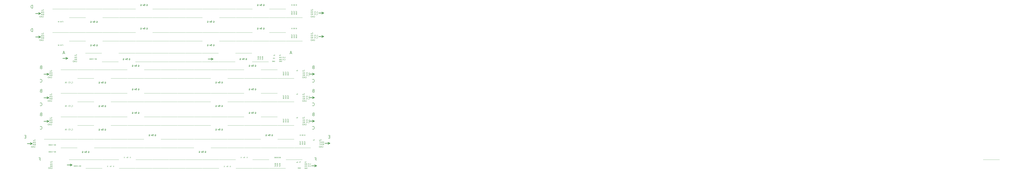
<source format=gbr>
G04 #@! TF.GenerationSoftware,KiCad,Pcbnew,(5.1.0-0)*
G04 #@! TF.CreationDate,2019-05-14T21:28:48-07:00*
G04 #@! TF.ProjectId,InsidePanel,496e7369-6465-4506-916e-656c2e6b6963,rev?*
G04 #@! TF.SameCoordinates,Original*
G04 #@! TF.FileFunction,Legend,Bot*
G04 #@! TF.FilePolarity,Positive*
%FSLAX46Y46*%
G04 Gerber Fmt 4.6, Leading zero omitted, Abs format (unit mm)*
G04 Created by KiCad (PCBNEW (5.1.0-0)) date 2019-05-14 21:28:48*
%MOMM*%
%LPD*%
G04 APERTURE LIST*
%ADD10C,0.300000*%
%ADD11C,0.150000*%
%ADD12C,0.180000*%
%ADD13C,0.200000*%
%ADD14C,0.500000*%
G04 APERTURE END LIST*
D10*
X169748916Y-120825391D02*
X170463202Y-120825391D01*
X170534631Y-121539677D01*
X170463202Y-121468248D01*
X170320345Y-121396820D01*
X169963202Y-121396820D01*
X169820345Y-121468248D01*
X169748916Y-121539677D01*
X169677488Y-121682534D01*
X169677488Y-122039677D01*
X169748916Y-122182534D01*
X169820345Y-122253962D01*
X169963202Y-122325391D01*
X170320345Y-122325391D01*
X170463202Y-122253962D01*
X170534631Y-122182534D01*
X169177488Y-121325391D02*
X168820345Y-122325391D01*
X168463202Y-121325391D01*
X166141773Y-120996820D02*
X166284631Y-120925391D01*
X166498916Y-120925391D01*
X166713202Y-120996820D01*
X166856059Y-121139677D01*
X166927488Y-121282534D01*
X166998916Y-121568248D01*
X166998916Y-121782534D01*
X166927488Y-122068248D01*
X166856059Y-122211105D01*
X166713202Y-122353962D01*
X166498916Y-122425391D01*
X166356059Y-122425391D01*
X166141773Y-122353962D01*
X166070345Y-122282534D01*
X166070345Y-121782534D01*
X166356059Y-121782534D01*
X172141773Y-120996820D02*
X172284631Y-120925391D01*
X172498916Y-120925391D01*
X172713202Y-120996820D01*
X172856059Y-121139677D01*
X172927488Y-121282534D01*
X172998916Y-121568248D01*
X172998916Y-121782534D01*
X172927488Y-122068248D01*
X172856059Y-122211105D01*
X172713202Y-122353962D01*
X172498916Y-122425391D01*
X172356059Y-122425391D01*
X172141773Y-122353962D01*
X172070345Y-122282534D01*
X172070345Y-121782534D01*
X172356059Y-121782534D01*
X288841773Y-120896820D02*
X288984631Y-120825391D01*
X289198916Y-120825391D01*
X289413202Y-120896820D01*
X289556059Y-121039677D01*
X289627488Y-121182534D01*
X289698916Y-121468248D01*
X289698916Y-121682534D01*
X289627488Y-121968248D01*
X289556059Y-122111105D01*
X289413202Y-122253962D01*
X289198916Y-122325391D01*
X289056059Y-122325391D01*
X288841773Y-122253962D01*
X288770345Y-122182534D01*
X288770345Y-121682534D01*
X289056059Y-121682534D01*
X286448916Y-120725391D02*
X287163202Y-120725391D01*
X287234631Y-121439677D01*
X287163202Y-121368248D01*
X287020345Y-121296820D01*
X286663202Y-121296820D01*
X286520345Y-121368248D01*
X286448916Y-121439677D01*
X286377488Y-121582534D01*
X286377488Y-121939677D01*
X286448916Y-122082534D01*
X286520345Y-122153962D01*
X286663202Y-122225391D01*
X287020345Y-122225391D01*
X287163202Y-122153962D01*
X287234631Y-122082534D01*
X285877488Y-121225391D02*
X285520345Y-122225391D01*
X285163202Y-121225391D01*
X282841773Y-120896820D02*
X282984631Y-120825391D01*
X283198916Y-120825391D01*
X283413202Y-120896820D01*
X283556059Y-121039677D01*
X283627488Y-121182534D01*
X283698916Y-121468248D01*
X283698916Y-121682534D01*
X283627488Y-121968248D01*
X283556059Y-122111105D01*
X283413202Y-122253962D01*
X283198916Y-122325391D01*
X283056059Y-122325391D01*
X282841773Y-122253962D01*
X282770345Y-122182534D01*
X282770345Y-121682534D01*
X283056059Y-121682534D01*
D11*
X139667631Y-120994439D02*
X139667631Y-121994439D01*
X139096202Y-120994439D01*
X139096202Y-121994439D01*
X138429535Y-121994439D02*
X138239059Y-121994439D01*
X138143821Y-121946820D01*
X138048583Y-121851581D01*
X138000964Y-121661105D01*
X138000964Y-121327772D01*
X138048583Y-121137296D01*
X138143821Y-121042058D01*
X138239059Y-120994439D01*
X138429535Y-120994439D01*
X138524773Y-121042058D01*
X138620011Y-121137296D01*
X138667631Y-121327772D01*
X138667631Y-121661105D01*
X138620011Y-121851581D01*
X138524773Y-121946820D01*
X138429535Y-121994439D01*
X137572392Y-121375391D02*
X136810488Y-121375391D01*
X135762869Y-121089677D02*
X135810488Y-121042058D01*
X135953345Y-120994439D01*
X136048583Y-120994439D01*
X136191440Y-121042058D01*
X136286678Y-121137296D01*
X136334297Y-121232534D01*
X136381916Y-121423010D01*
X136381916Y-121565867D01*
X136334297Y-121756343D01*
X136286678Y-121851581D01*
X136191440Y-121946820D01*
X136048583Y-121994439D01*
X135953345Y-121994439D01*
X135810488Y-121946820D01*
X135762869Y-121899200D01*
X135143821Y-121994439D02*
X134953345Y-121994439D01*
X134858107Y-121946820D01*
X134762869Y-121851581D01*
X134715250Y-121661105D01*
X134715250Y-121327772D01*
X134762869Y-121137296D01*
X134858107Y-121042058D01*
X134953345Y-120994439D01*
X135143821Y-120994439D01*
X135239059Y-121042058D01*
X135334297Y-121137296D01*
X135381916Y-121327772D01*
X135381916Y-121661105D01*
X135334297Y-121851581D01*
X135239059Y-121946820D01*
X135143821Y-121994439D01*
X134286678Y-120994439D02*
X134286678Y-121994439D01*
X133715250Y-120994439D01*
X133715250Y-121994439D01*
X133239059Y-120994439D02*
X133239059Y-121994439D01*
X132667631Y-120994439D01*
X132667631Y-121994439D01*
X203670542Y-140895338D02*
X187270542Y-140895338D01*
X237003874Y-140895338D02*
X220603874Y-140895338D01*
X320337200Y-140895338D02*
X303937200Y-140895338D01*
X287003868Y-140895338D02*
X270603868Y-140895338D01*
X245377350Y-95000450D02*
X228977350Y-95000450D01*
X212044017Y-95000450D02*
X195644017Y-95000450D01*
X278710682Y-95000450D02*
X262310682Y-95000450D01*
X203670542Y-187995338D02*
X187270542Y-187995338D01*
X237003874Y-187995338D02*
X220603874Y-187995338D01*
X203670542Y-187995338D02*
X187270542Y-187995338D01*
X237003874Y-187995338D02*
X220603874Y-187995338D01*
X220337209Y-187995338D02*
X203937209Y-187995338D01*
X253670541Y-187995338D02*
X237270541Y-187995338D01*
X145237224Y-230895338D02*
X128837224Y-230895338D01*
X287003868Y-187995338D02*
X270603868Y-187995338D01*
X320337200Y-187995338D02*
X303937200Y-187995338D01*
X320337200Y-164395338D02*
X303937200Y-164395338D01*
X287003868Y-164395338D02*
X270603868Y-164395338D01*
X237003876Y-164395338D02*
X220603876Y-164395338D01*
X203670556Y-164395338D02*
X187270556Y-164395338D01*
X311903868Y-230895338D02*
X295503868Y-230895338D01*
X245237222Y-230895338D02*
X228837222Y-230895338D01*
X228570555Y-230895338D02*
X212170555Y-230895338D01*
X261903889Y-222295338D02*
X245503889Y-222295338D01*
X261903889Y-222295338D02*
X245503889Y-222295338D01*
X245237222Y-222295338D02*
X228837222Y-222295338D01*
X245237222Y-222295338D02*
X228837222Y-222295338D01*
X195237223Y-230895338D02*
X178837223Y-230895338D01*
X211903888Y-222295338D02*
X195503888Y-222295338D01*
X211903888Y-222295338D02*
X195503888Y-222295338D01*
X145237224Y-222295338D02*
X128837224Y-222295338D01*
X336970537Y-210395338D02*
X320570537Y-210395338D01*
X303637203Y-210395338D02*
X287237203Y-210395338D01*
X270303869Y-210395338D02*
X253903869Y-210395338D01*
X220303893Y-210395338D02*
X203903893Y-210395338D01*
X186970559Y-210395338D02*
X170570559Y-210395338D01*
X153637225Y-210395338D02*
X137237225Y-210395338D01*
X120303891Y-201795338D02*
X103903891Y-201795338D01*
X303637195Y-201795338D02*
X287237195Y-201795338D01*
X270303869Y-201795338D02*
X253903869Y-201795338D01*
X236970535Y-201795338D02*
X220570535Y-201795338D01*
X186970555Y-201795338D02*
X170570555Y-201795338D01*
X153637223Y-201795338D02*
X137237223Y-201795338D01*
X170337224Y-140895338D02*
X153937224Y-140895338D01*
X170337224Y-164395338D02*
X153937224Y-164395338D01*
X170337224Y-187995338D02*
X153937224Y-187995338D01*
X287003888Y-132295338D02*
X270603888Y-132295338D01*
X287003888Y-155795338D02*
X270603888Y-155795338D01*
X287003888Y-179395338D02*
X270603888Y-179395338D01*
X253670555Y-179395338D02*
X237270555Y-179395338D01*
X253670555Y-132295338D02*
X237270555Y-132295338D01*
X253670555Y-155795338D02*
X237270555Y-155795338D01*
X220337222Y-132295338D02*
X203937222Y-132295338D01*
X220337222Y-155795338D02*
X203937222Y-155795338D01*
X220337222Y-179395338D02*
X203937222Y-179395338D01*
X170337222Y-132295338D02*
X153937222Y-132295338D01*
X170337222Y-179395338D02*
X153937222Y-179395338D01*
X170337222Y-155795338D02*
X153937222Y-155795338D01*
X137003890Y-155795338D02*
X120603890Y-155795338D01*
X137003890Y-179395338D02*
X120603890Y-179395338D01*
X137003890Y-132295338D02*
X120603890Y-132295338D01*
X211503889Y-124295338D02*
X195103889Y-124295338D01*
X261503887Y-124295338D02*
X245103887Y-124295338D01*
X244837221Y-124295338D02*
X228437221Y-124295338D01*
X261503869Y-115695338D02*
X245103869Y-115695338D01*
X228170555Y-115695338D02*
X211770555Y-115695338D01*
X194837223Y-115695338D02*
X178437223Y-115695338D01*
X328710683Y-103600450D02*
X312310683Y-103600450D01*
X295377349Y-103600450D02*
X278977349Y-103600450D01*
X245377350Y-103600450D02*
X228977350Y-103600450D01*
X212044037Y-103600450D02*
X195644037Y-103600450D01*
X178710704Y-103600450D02*
X162310704Y-103600450D01*
X178710704Y-95000450D02*
X162310704Y-95000450D01*
X162044038Y-95000450D02*
X145644038Y-95000450D01*
X128710706Y-95000450D02*
X112310706Y-95000450D01*
X178703889Y-71495338D02*
X162303889Y-71495338D01*
X162037223Y-71495338D02*
X145637223Y-71495338D01*
X128703891Y-71495338D02*
X112303891Y-71495338D01*
X212037203Y-71495338D02*
X195637203Y-71495338D01*
X245370535Y-71495338D02*
X228970535Y-71495338D01*
X278703868Y-71495338D02*
X262303868Y-71495338D01*
X328703868Y-80095338D02*
X312303868Y-80095338D01*
X295370534Y-80095338D02*
X278970534Y-80095338D01*
X245370535Y-80095338D02*
X228970535Y-80095338D01*
X212037222Y-80095338D02*
X195637222Y-80095338D01*
X178703889Y-80095338D02*
X162303889Y-80095338D01*
X178703889Y-80095338D02*
X162303889Y-80095338D01*
X162037223Y-80095338D02*
X145637223Y-80095338D01*
X128710706Y-103600450D02*
X112310706Y-103600450D01*
X262044017Y-95000450D02*
X245644017Y-95000450D01*
X228710684Y-103600450D02*
X212310684Y-103600450D01*
X162044038Y-103600450D02*
X145644038Y-103600450D01*
X345377349Y-103600450D02*
X328977349Y-103600450D01*
X328710683Y-95000450D02*
X312310683Y-95000450D01*
X312044017Y-103600450D02*
X295644017Y-103600450D01*
X195377371Y-103600450D02*
X178977371Y-103600450D01*
X228710684Y-95000450D02*
X212310684Y-95000450D01*
X145377372Y-95000450D02*
X128977372Y-95000450D01*
X295377349Y-95000450D02*
X278977349Y-95000450D01*
X112044040Y-95000450D02*
X95644040Y-95000450D01*
X278710683Y-103600450D02*
X262310683Y-103600450D01*
X345370534Y-80095338D02*
X328970534Y-80095338D01*
X253670541Y-140895338D02*
X237270541Y-140895338D01*
X220337209Y-140895338D02*
X203937209Y-140895338D01*
X153670544Y-132295338D02*
X137270544Y-132295338D01*
X120337224Y-132295338D02*
X103937224Y-132295338D01*
X137003891Y-140895338D02*
X120603891Y-140895338D01*
X237003875Y-132295338D02*
X220603875Y-132295338D01*
X203670555Y-132295338D02*
X187270555Y-132295338D01*
X320337201Y-132295338D02*
X303937201Y-132295338D01*
X270337195Y-132295338D02*
X253937195Y-132295338D01*
X187003889Y-140895338D02*
X170603889Y-140895338D01*
X303670535Y-140895338D02*
X287270535Y-140895338D01*
X337003867Y-140895338D02*
X320603867Y-140895338D01*
X237003875Y-132295338D02*
X220603875Y-132295338D01*
X253670541Y-187995338D02*
X237270541Y-187995338D01*
X220337209Y-187995338D02*
X203937209Y-187995338D01*
X153670544Y-179395338D02*
X137270544Y-179395338D01*
X120337224Y-179395338D02*
X103937224Y-179395338D01*
X137003891Y-187995338D02*
X120603891Y-187995338D01*
X237003875Y-179395338D02*
X220603875Y-179395338D01*
X203670555Y-179395338D02*
X187270555Y-179395338D01*
X320337201Y-179395338D02*
X303937201Y-179395338D01*
X270337195Y-179395338D02*
X253937195Y-179395338D01*
X187003889Y-187995338D02*
X170603889Y-187995338D01*
X303670535Y-187995338D02*
X287270535Y-187995338D01*
X337003867Y-187995338D02*
X320603867Y-187995338D01*
X237003875Y-179395338D02*
X220603875Y-179395338D01*
X337003867Y-164395338D02*
X320603867Y-164395338D01*
X153670544Y-155795338D02*
X137270544Y-155795338D01*
X203670555Y-155795338D02*
X187270555Y-155795338D01*
X237003875Y-155795338D02*
X220603875Y-155795338D01*
X253670541Y-164395338D02*
X237270541Y-164395338D01*
X220337209Y-164395338D02*
X203937209Y-164395338D01*
X220303868Y-201795338D02*
X203903868Y-201795338D01*
X103637224Y-201795338D02*
X87237224Y-201795338D01*
X228570555Y-222295338D02*
X212170555Y-222295338D01*
X228570555Y-222295338D02*
X212170555Y-222295338D01*
X195237221Y-222295338D02*
X178837221Y-222295338D01*
X1041903549Y-222295338D02*
X1025503549Y-222295338D01*
X161903889Y-222295338D02*
X145503889Y-222295338D01*
X278570535Y-222295338D02*
X262170535Y-222295338D01*
X211903888Y-230895338D02*
X195503888Y-230895338D01*
X311903868Y-222295338D02*
X295503868Y-222295338D01*
X128570557Y-222295338D02*
X112170557Y-222295338D01*
X145237224Y-230895338D02*
X128837224Y-230895338D01*
X195237221Y-222295338D02*
X178837221Y-222295338D01*
X295237201Y-230895338D02*
X278837201Y-230895338D01*
X261903868Y-230895338D02*
X245503868Y-230895338D01*
X328570534Y-230895338D02*
X312170534Y-230895338D01*
X345237201Y-222295338D02*
X328837201Y-222295338D01*
X178570556Y-230895338D02*
X162170556Y-230895338D01*
X178170557Y-115695338D02*
X161770557Y-115695338D01*
X244837203Y-115695338D02*
X228437203Y-115695338D01*
X228170555Y-124295338D02*
X211770555Y-124295338D01*
X294837202Y-115695338D02*
X278437202Y-115695338D01*
X144837225Y-115695338D02*
X128437225Y-115695338D01*
X161503891Y-124295338D02*
X145103891Y-124295338D01*
X211503889Y-115695338D02*
X195103889Y-115695338D01*
X311503868Y-124295338D02*
X295103868Y-124295338D01*
X278170535Y-124295338D02*
X261770535Y-124295338D01*
X194837223Y-124295338D02*
X178437223Y-124295338D01*
X312037202Y-80095338D02*
X295637202Y-80095338D01*
X328703868Y-71495338D02*
X312303868Y-71495338D01*
X145370557Y-71495338D02*
X128970557Y-71495338D01*
X228703869Y-71495338D02*
X212303869Y-71495338D01*
X195370556Y-80095338D02*
X178970556Y-80095338D01*
X262037202Y-71495338D02*
X245637202Y-71495338D01*
X112037225Y-71495338D02*
X95637225Y-71495338D01*
X128703891Y-80095338D02*
X112303891Y-80095338D01*
X278703868Y-80095338D02*
X262303868Y-80095338D01*
X228703869Y-80095338D02*
X212303869Y-80095338D01*
X295370534Y-71495338D02*
X278970534Y-71495338D01*
X162037223Y-80095338D02*
X145637223Y-80095338D01*
X336970533Y-201795338D02*
X320570533Y-201795338D01*
X353637193Y-210395338D02*
X337237193Y-210395338D01*
X136970556Y-201795338D02*
X120570556Y-201795338D01*
X253637202Y-201795338D02*
X237237202Y-201795338D01*
X203637222Y-210395338D02*
X187237222Y-210395338D01*
X286970528Y-201795338D02*
X270570528Y-201795338D01*
X120303891Y-210395338D02*
X103903891Y-210395338D01*
X170303888Y-201795338D02*
X153903888Y-201795338D01*
X286970528Y-210395338D02*
X270570528Y-210395338D01*
X236970535Y-210395338D02*
X220570535Y-210395338D01*
X320303861Y-210395338D02*
X303903861Y-210395338D01*
X170303890Y-210395338D02*
X153903890Y-210395338D01*
X270337195Y-155795338D02*
X253937195Y-155795338D01*
X187003889Y-164395338D02*
X170603889Y-164395338D01*
X120337224Y-155795338D02*
X103937224Y-155795338D01*
X137003891Y-164395338D02*
X120603891Y-164395338D01*
X237003875Y-155795338D02*
X220603875Y-155795338D01*
X303670535Y-164395338D02*
X287270535Y-164395338D01*
X320337201Y-155795338D02*
X303937201Y-155795338D01*
D10*
X107582329Y-115591487D02*
X106153758Y-115591487D01*
X107868044Y-116448629D02*
X106868044Y-113448629D01*
X105868044Y-116448629D01*
D12*
X322967339Y-117217867D02*
X323443529Y-117217867D01*
X323491148Y-117694058D01*
X323443529Y-117646439D01*
X323348291Y-117598820D01*
X323110196Y-117598820D01*
X323014958Y-117646439D01*
X322967339Y-117694058D01*
X322919719Y-117789296D01*
X322919719Y-118027391D01*
X322967339Y-118122629D01*
X323014958Y-118170248D01*
X323110196Y-118217867D01*
X323348291Y-118217867D01*
X323443529Y-118170248D01*
X323491148Y-118122629D01*
X322586386Y-117551201D02*
X322348291Y-118217867D01*
X322110196Y-117551201D01*
D11*
X317114622Y-121222629D02*
X317162241Y-121270248D01*
X317305098Y-121317867D01*
X317400337Y-121317867D01*
X317543194Y-121270248D01*
X317638432Y-121175010D01*
X317686051Y-121079772D01*
X317733670Y-120889296D01*
X317733670Y-120746439D01*
X317686051Y-120555963D01*
X317638432Y-120460725D01*
X317543194Y-120365487D01*
X317400337Y-120317867D01*
X317305098Y-120317867D01*
X317162241Y-120365487D01*
X317114622Y-120413106D01*
X316495575Y-120317867D02*
X316305098Y-120317867D01*
X316209860Y-120365487D01*
X316114622Y-120460725D01*
X316067003Y-120651201D01*
X316067003Y-120984534D01*
X316114622Y-121175010D01*
X316209860Y-121270248D01*
X316305098Y-121317867D01*
X316495575Y-121317867D01*
X316590813Y-121270248D01*
X316686051Y-121175010D01*
X316733670Y-120984534D01*
X316733670Y-120651201D01*
X316686051Y-120460725D01*
X316590813Y-120365487D01*
X316495575Y-120317867D01*
X327619280Y-120322629D02*
X327666899Y-120370248D01*
X327809756Y-120417867D01*
X327904994Y-120417867D01*
X328047852Y-120370248D01*
X328143090Y-120275010D01*
X328190709Y-120179772D01*
X328238328Y-119989296D01*
X328238328Y-119846439D01*
X328190709Y-119655963D01*
X328143090Y-119560725D01*
X328047852Y-119465487D01*
X327904994Y-119417867D01*
X327809756Y-119417867D01*
X327666899Y-119465487D01*
X327619280Y-119513106D01*
X326476423Y-119370248D02*
X327333566Y-120655963D01*
X325952613Y-119417867D02*
X325762137Y-119417867D01*
X325666899Y-119465487D01*
X325571661Y-119560725D01*
X325524042Y-119751201D01*
X325524042Y-120084534D01*
X325571661Y-120275010D01*
X325666899Y-120370248D01*
X325762137Y-120417867D01*
X325952613Y-120417867D01*
X326047852Y-120370248D01*
X326143090Y-120275010D01*
X326190709Y-120084534D01*
X326190709Y-119751201D01*
X326143090Y-119560725D01*
X326047852Y-119465487D01*
X325952613Y-119417867D01*
X324333566Y-120417867D02*
X324333566Y-119417867D01*
X324095471Y-119417867D01*
X323952613Y-119465487D01*
X323857375Y-119560725D01*
X323809756Y-119655963D01*
X323762137Y-119846439D01*
X323762137Y-119989296D01*
X323809756Y-120179772D01*
X323857375Y-120275010D01*
X323952613Y-120370248D01*
X324095471Y-120417867D01*
X324333566Y-120417867D01*
X323333566Y-120417867D02*
X323333566Y-119417867D01*
X322857375Y-120417867D02*
X322857375Y-119417867D01*
X322285947Y-120417867D01*
X322285947Y-119417867D01*
X327619280Y-122422629D02*
X327666899Y-122470248D01*
X327809756Y-122517867D01*
X327904994Y-122517867D01*
X328047852Y-122470248D01*
X328143090Y-122375010D01*
X328190709Y-122279772D01*
X328238328Y-122089296D01*
X328238328Y-121946439D01*
X328190709Y-121755963D01*
X328143090Y-121660725D01*
X328047852Y-121565487D01*
X327904994Y-121517867D01*
X327809756Y-121517867D01*
X327666899Y-121565487D01*
X327619280Y-121613106D01*
X326476423Y-121470248D02*
X327333566Y-122755963D01*
X325952613Y-121517867D02*
X325762137Y-121517867D01*
X325666899Y-121565487D01*
X325571661Y-121660725D01*
X325524042Y-121851201D01*
X325524042Y-122184534D01*
X325571661Y-122375010D01*
X325666899Y-122470248D01*
X325762137Y-122517867D01*
X325952613Y-122517867D01*
X326047852Y-122470248D01*
X326143090Y-122375010D01*
X326190709Y-122184534D01*
X326190709Y-121851201D01*
X326143090Y-121660725D01*
X326047852Y-121565487D01*
X325952613Y-121517867D01*
X324000232Y-121994058D02*
X323857375Y-122041677D01*
X323809756Y-122089296D01*
X323762137Y-122184534D01*
X323762137Y-122327391D01*
X323809756Y-122422629D01*
X323857375Y-122470248D01*
X323952613Y-122517867D01*
X324333566Y-122517867D01*
X324333566Y-121517867D01*
X324000232Y-121517867D01*
X323904994Y-121565487D01*
X323857375Y-121613106D01*
X323809756Y-121708344D01*
X323809756Y-121803582D01*
X323857375Y-121898820D01*
X323904994Y-121946439D01*
X324000232Y-121994058D01*
X324333566Y-121994058D01*
X323333566Y-122517867D02*
X323333566Y-121517867D01*
X322857375Y-122517867D02*
X322857375Y-121517867D01*
X322285947Y-122517867D01*
X322285947Y-121517867D01*
D12*
X324253053Y-123365487D02*
X324348291Y-123317867D01*
X324491148Y-123317867D01*
X324634005Y-123365487D01*
X324729243Y-123460725D01*
X324776862Y-123555963D01*
X324824481Y-123746439D01*
X324824481Y-123889296D01*
X324776862Y-124079772D01*
X324729243Y-124175010D01*
X324634005Y-124270248D01*
X324491148Y-124317867D01*
X324395910Y-124317867D01*
X324253053Y-124270248D01*
X324205434Y-124222629D01*
X324205434Y-123889296D01*
X324395910Y-123889296D01*
X323776862Y-124317867D02*
X323776862Y-123317867D01*
X323205434Y-124317867D01*
X323205434Y-123317867D01*
X322729243Y-124317867D02*
X322729243Y-123317867D01*
X322491148Y-123317867D01*
X322348291Y-123365487D01*
X322253053Y-123460725D01*
X322205434Y-123555963D01*
X322157815Y-123746439D01*
X322157815Y-123889296D01*
X322205434Y-124079772D01*
X322253053Y-124175010D01*
X322348291Y-124270248D01*
X322491148Y-124317867D01*
X322729243Y-124317867D01*
X305403908Y-119312772D02*
X305451527Y-119455629D01*
X305499146Y-119503248D01*
X305594384Y-119550867D01*
X305737241Y-119550867D01*
X305832479Y-119503248D01*
X305880098Y-119455629D01*
X305927717Y-119360391D01*
X305927717Y-118979439D01*
X304927717Y-118979439D01*
X304927717Y-119312772D01*
X304975337Y-119408010D01*
X305022956Y-119455629D01*
X305118194Y-119503248D01*
X305213432Y-119503248D01*
X305308670Y-119455629D01*
X305356289Y-119408010D01*
X305403908Y-119312772D01*
X305403908Y-118979439D01*
X304927717Y-120169915D02*
X304927717Y-120360391D01*
X304975337Y-120455629D01*
X305070575Y-120550867D01*
X305261051Y-120598487D01*
X305594384Y-120598487D01*
X305784860Y-120550867D01*
X305880098Y-120455629D01*
X305927717Y-120360391D01*
X305927717Y-120169915D01*
X305880098Y-120074677D01*
X305784860Y-119979439D01*
X305594384Y-119931820D01*
X305261051Y-119931820D01*
X305070575Y-119979439D01*
X304975337Y-120074677D01*
X304927717Y-120169915D01*
X304927717Y-121027058D02*
X305737241Y-121027058D01*
X305832479Y-121074677D01*
X305880098Y-121122296D01*
X305927717Y-121217534D01*
X305927717Y-121408010D01*
X305880098Y-121503248D01*
X305832479Y-121550867D01*
X305737241Y-121598487D01*
X304927717Y-121598487D01*
X304927717Y-121931820D02*
X304927717Y-122503248D01*
X305927717Y-122217534D02*
X304927717Y-122217534D01*
X303677717Y-118879439D02*
X302677717Y-118879439D01*
X302677717Y-119117534D01*
X302725337Y-119260391D01*
X302820575Y-119355629D01*
X302915813Y-119403248D01*
X303106289Y-119450867D01*
X303249146Y-119450867D01*
X303439622Y-119403248D01*
X303534860Y-119355629D01*
X303630098Y-119260391D01*
X303677717Y-119117534D01*
X303677717Y-118879439D01*
X302677717Y-120069915D02*
X302677717Y-120260391D01*
X302725337Y-120355629D01*
X302820575Y-120450867D01*
X303011051Y-120498487D01*
X303344384Y-120498487D01*
X303534860Y-120450867D01*
X303630098Y-120355629D01*
X303677717Y-120260391D01*
X303677717Y-120069915D01*
X303630098Y-119974677D01*
X303534860Y-119879439D01*
X303344384Y-119831820D01*
X303011051Y-119831820D01*
X302820575Y-119879439D01*
X302725337Y-119974677D01*
X302677717Y-120069915D01*
X302677717Y-120927058D02*
X303487241Y-120927058D01*
X303582479Y-120974677D01*
X303630098Y-121022296D01*
X303677717Y-121117534D01*
X303677717Y-121308010D01*
X303630098Y-121403248D01*
X303582479Y-121450867D01*
X303487241Y-121498487D01*
X302677717Y-121498487D01*
X302677717Y-121831820D02*
X302677717Y-122403248D01*
X303677717Y-122117534D02*
X302677717Y-122117534D01*
D13*
X119014622Y-116944058D02*
X119728908Y-116944058D01*
X119800337Y-117658344D01*
X119728908Y-117586915D01*
X119586051Y-117515487D01*
X119228908Y-117515487D01*
X119086051Y-117586915D01*
X119014622Y-117658344D01*
X118943194Y-117801201D01*
X118943194Y-118158344D01*
X119014622Y-118301201D01*
X119086051Y-118372629D01*
X119228908Y-118444058D01*
X119586051Y-118444058D01*
X119728908Y-118372629D01*
X119800337Y-118301201D01*
X118443194Y-117444058D02*
X118086051Y-118444058D01*
X117728908Y-117444058D01*
X119043194Y-123115487D02*
X119186051Y-123044058D01*
X119400337Y-123044058D01*
X119614622Y-123115487D01*
X119757479Y-123258344D01*
X119828908Y-123401201D01*
X119900337Y-123686915D01*
X119900337Y-123901201D01*
X119828908Y-124186915D01*
X119757479Y-124329772D01*
X119614622Y-124472629D01*
X119400337Y-124544058D01*
X119257479Y-124544058D01*
X119043194Y-124472629D01*
X118971765Y-124401201D01*
X118971765Y-123901201D01*
X119257479Y-123901201D01*
X118328908Y-124544058D02*
X118328908Y-123044058D01*
X117471765Y-124544058D01*
X117471765Y-123044058D01*
X116757479Y-124544058D02*
X116757479Y-123044058D01*
X116400337Y-123044058D01*
X116186051Y-123115487D01*
X116043194Y-123258344D01*
X115971765Y-123401201D01*
X115900337Y-123686915D01*
X115900337Y-123901201D01*
X115971765Y-124186915D01*
X116043194Y-124329772D01*
X116186051Y-124472629D01*
X116400337Y-124544058D01*
X116757479Y-124544058D01*
D11*
X119824146Y-120417867D02*
X119824146Y-119417867D01*
X119586051Y-119417867D01*
X119443194Y-119465487D01*
X119347956Y-119560725D01*
X119300337Y-119655963D01*
X119252717Y-119846439D01*
X119252717Y-119989296D01*
X119300337Y-120179772D01*
X119347956Y-120275010D01*
X119443194Y-120370248D01*
X119586051Y-120417867D01*
X119824146Y-120417867D01*
X118824146Y-120417867D02*
X118824146Y-119417867D01*
X118347956Y-120417867D02*
X118347956Y-119417867D01*
X117776527Y-120417867D01*
X117776527Y-119417867D01*
D12*
X317267339Y-117217867D02*
X317743529Y-117217867D01*
X317791148Y-117694058D01*
X317743529Y-117646439D01*
X317648291Y-117598820D01*
X317410196Y-117598820D01*
X317314958Y-117646439D01*
X317267339Y-117694058D01*
X317219719Y-117789296D01*
X317219719Y-118027391D01*
X317267339Y-118122629D01*
X317314958Y-118170248D01*
X317410196Y-118217867D01*
X317648291Y-118217867D01*
X317743529Y-118170248D01*
X317791148Y-118122629D01*
X316886386Y-117551201D02*
X316648291Y-118217867D01*
X316410196Y-117551201D01*
X317253053Y-123365487D02*
X317348291Y-123317867D01*
X317491148Y-123317867D01*
X317634005Y-123365487D01*
X317729243Y-123460725D01*
X317776862Y-123555963D01*
X317824481Y-123746439D01*
X317824481Y-123889296D01*
X317776862Y-124079772D01*
X317729243Y-124175010D01*
X317634005Y-124270248D01*
X317491148Y-124317867D01*
X317395910Y-124317867D01*
X317253053Y-124270248D01*
X317205434Y-124222629D01*
X317205434Y-123889296D01*
X317395910Y-123889296D01*
X316776862Y-124317867D02*
X316776862Y-123317867D01*
X316205434Y-124317867D01*
X316205434Y-123317867D01*
X315729243Y-124317867D02*
X315729243Y-123317867D01*
X315491148Y-123317867D01*
X315348291Y-123365487D01*
X315253053Y-123460725D01*
X315205434Y-123555963D01*
X315157815Y-123746439D01*
X315157815Y-123889296D01*
X315205434Y-124079772D01*
X315253053Y-124175010D01*
X315348291Y-124270248D01*
X315491148Y-124317867D01*
X315729243Y-124317867D01*
D11*
X119490813Y-121794058D02*
X119347956Y-121841677D01*
X119300337Y-121889296D01*
X119252717Y-121984534D01*
X119252717Y-122127391D01*
X119300337Y-122222629D01*
X119347956Y-122270248D01*
X119443194Y-122317867D01*
X119824146Y-122317867D01*
X119824146Y-121317867D01*
X119490813Y-121317867D01*
X119395575Y-121365487D01*
X119347956Y-121413106D01*
X119300337Y-121508344D01*
X119300337Y-121603582D01*
X119347956Y-121698820D01*
X119395575Y-121746439D01*
X119490813Y-121794058D01*
X119824146Y-121794058D01*
X118824146Y-122317867D02*
X118824146Y-121317867D01*
X118347956Y-122317867D02*
X118347956Y-121317867D01*
X117776527Y-122317867D01*
X117776527Y-121317867D01*
D10*
X334482329Y-115591487D02*
X333053758Y-115591487D01*
X334768044Y-116448629D02*
X333768044Y-113448629D01*
X332768044Y-116448629D01*
D12*
X301153908Y-119212772D02*
X301201527Y-119355629D01*
X301249146Y-119403248D01*
X301344384Y-119450867D01*
X301487241Y-119450867D01*
X301582479Y-119403248D01*
X301630098Y-119355629D01*
X301677717Y-119260391D01*
X301677717Y-118879439D01*
X300677717Y-118879439D01*
X300677717Y-119212772D01*
X300725337Y-119308010D01*
X300772956Y-119355629D01*
X300868194Y-119403248D01*
X300963432Y-119403248D01*
X301058670Y-119355629D01*
X301106289Y-119308010D01*
X301153908Y-119212772D01*
X301153908Y-118879439D01*
X300677717Y-120069915D02*
X300677717Y-120260391D01*
X300725337Y-120355629D01*
X300820575Y-120450867D01*
X301011051Y-120498487D01*
X301344384Y-120498487D01*
X301534860Y-120450867D01*
X301630098Y-120355629D01*
X301677717Y-120260391D01*
X301677717Y-120069915D01*
X301630098Y-119974677D01*
X301534860Y-119879439D01*
X301344384Y-119831820D01*
X301011051Y-119831820D01*
X300820575Y-119879439D01*
X300725337Y-119974677D01*
X300677717Y-120069915D01*
X300677717Y-120927058D02*
X301487241Y-120927058D01*
X301582479Y-120974677D01*
X301630098Y-121022296D01*
X301677717Y-121117534D01*
X301677717Y-121308010D01*
X301630098Y-121403248D01*
X301582479Y-121450867D01*
X301487241Y-121498487D01*
X300677717Y-121498487D01*
X300677717Y-121831820D02*
X300677717Y-122403248D01*
X301677717Y-122117534D02*
X300677717Y-122117534D01*
D14*
X254100337Y-120565487D02*
X256100337Y-121565487D01*
X251100337Y-121565487D02*
X256100337Y-121565487D01*
X254100337Y-122565487D02*
X256100337Y-121565487D01*
X105900337Y-120865487D02*
X110900337Y-120865487D01*
X108900337Y-119865487D02*
X110900337Y-120865487D01*
X108900337Y-121865487D02*
X110900337Y-120865487D01*
X81698185Y-100415888D02*
X83698185Y-99415888D01*
X81698185Y-98415888D02*
X83698185Y-99415888D01*
X78698185Y-99415888D02*
X83698185Y-99415888D01*
X364648185Y-97965888D02*
X366648185Y-98965888D01*
X361648185Y-98965888D02*
X366648185Y-98965888D01*
X364648185Y-99965888D02*
X366648185Y-98965888D01*
D13*
X86977946Y-98881364D02*
X86977946Y-97631364D01*
X86680327Y-97631364D01*
X86501756Y-97690888D01*
X86382708Y-97809935D01*
X86323185Y-97928983D01*
X86263661Y-98167078D01*
X86263661Y-98345649D01*
X86323185Y-98583745D01*
X86382708Y-98702792D01*
X86501756Y-98821840D01*
X86680327Y-98881364D01*
X86977946Y-98881364D01*
X85727946Y-98881364D02*
X85727946Y-97631364D01*
X85132708Y-98881364D02*
X85132708Y-97631364D01*
X84418423Y-98881364D01*
X84418423Y-97631364D01*
X86561280Y-100326602D02*
X86382708Y-100386126D01*
X86323185Y-100445649D01*
X86263661Y-100564697D01*
X86263661Y-100743268D01*
X86323185Y-100862316D01*
X86382708Y-100921840D01*
X86501756Y-100981364D01*
X86977946Y-100981364D01*
X86977946Y-99731364D01*
X86561280Y-99731364D01*
X86442232Y-99790888D01*
X86382708Y-99850411D01*
X86323185Y-99969459D01*
X86323185Y-100088507D01*
X86382708Y-100207554D01*
X86442232Y-100267078D01*
X86561280Y-100326602D01*
X86977946Y-100326602D01*
X85727946Y-100981364D02*
X85727946Y-99731364D01*
X85132708Y-100981364D02*
X85132708Y-99731364D01*
X84418423Y-100981364D01*
X84418423Y-99731364D01*
X85741042Y-101865888D02*
X85883899Y-101794459D01*
X86098185Y-101794459D01*
X86312470Y-101865888D01*
X86455327Y-102008745D01*
X86526756Y-102151602D01*
X86598185Y-102437316D01*
X86598185Y-102651602D01*
X86526756Y-102937316D01*
X86455327Y-103080173D01*
X86312470Y-103223030D01*
X86098185Y-103294459D01*
X85955327Y-103294459D01*
X85741042Y-103223030D01*
X85669613Y-103151602D01*
X85669613Y-102651602D01*
X85955327Y-102651602D01*
X85026756Y-103294459D02*
X85026756Y-101794459D01*
X84169613Y-103294459D01*
X84169613Y-101794459D01*
X83455327Y-103294459D02*
X83455327Y-101794459D01*
X83098185Y-101794459D01*
X82883899Y-101865888D01*
X82741042Y-102008745D01*
X82669613Y-102151602D01*
X82598185Y-102437316D01*
X82598185Y-102651602D01*
X82669613Y-102937316D01*
X82741042Y-103080173D01*
X82883899Y-103223030D01*
X83098185Y-103294459D01*
X83455327Y-103294459D01*
X85912470Y-95394459D02*
X86626756Y-95394459D01*
X86698185Y-96108745D01*
X86626756Y-96037316D01*
X86483899Y-95965888D01*
X86126756Y-95965888D01*
X85983899Y-96037316D01*
X85912470Y-96108745D01*
X85841042Y-96251602D01*
X85841042Y-96608745D01*
X85912470Y-96751602D01*
X85983899Y-96823030D01*
X86126756Y-96894459D01*
X86483899Y-96894459D01*
X86626756Y-96823030D01*
X86698185Y-96751602D01*
X85341042Y-95894459D02*
X84983899Y-96894459D01*
X84626756Y-95894459D01*
D10*
X187274330Y-90157459D02*
X187988616Y-90157459D01*
X188060045Y-90871745D01*
X187988616Y-90800316D01*
X187845759Y-90728888D01*
X187488616Y-90728888D01*
X187345759Y-90800316D01*
X187274330Y-90871745D01*
X187202902Y-91014602D01*
X187202902Y-91371745D01*
X187274330Y-91514602D01*
X187345759Y-91586030D01*
X187488616Y-91657459D01*
X187845759Y-91657459D01*
X187988616Y-91586030D01*
X188060045Y-91514602D01*
X186702902Y-90657459D02*
X186345759Y-91657459D01*
X185988616Y-90657459D01*
X183667187Y-90328888D02*
X183810045Y-90257459D01*
X184024330Y-90257459D01*
X184238616Y-90328888D01*
X184381473Y-90471745D01*
X184452902Y-90614602D01*
X184524330Y-90900316D01*
X184524330Y-91114602D01*
X184452902Y-91400316D01*
X184381473Y-91543173D01*
X184238616Y-91686030D01*
X184024330Y-91757459D01*
X183881473Y-91757459D01*
X183667187Y-91686030D01*
X183595759Y-91614602D01*
X183595759Y-91114602D01*
X183881473Y-91114602D01*
X189667187Y-90328888D02*
X189810045Y-90257459D01*
X190024330Y-90257459D01*
X190238616Y-90328888D01*
X190381473Y-90471745D01*
X190452902Y-90614602D01*
X190524330Y-90900316D01*
X190524330Y-91114602D01*
X190452902Y-91400316D01*
X190381473Y-91543173D01*
X190238616Y-91686030D01*
X190024330Y-91757459D01*
X189881473Y-91757459D01*
X189667187Y-91686030D01*
X189595759Y-91614602D01*
X189595759Y-91114602D01*
X189881473Y-91114602D01*
X137274470Y-106957459D02*
X137988756Y-106957459D01*
X138060185Y-107671745D01*
X137988756Y-107600316D01*
X137845899Y-107528888D01*
X137488756Y-107528888D01*
X137345899Y-107600316D01*
X137274470Y-107671745D01*
X137203042Y-107814602D01*
X137203042Y-108171745D01*
X137274470Y-108314602D01*
X137345899Y-108386030D01*
X137488756Y-108457459D01*
X137845899Y-108457459D01*
X137988756Y-108386030D01*
X138060185Y-108314602D01*
X136703042Y-107457459D02*
X136345899Y-108457459D01*
X135988756Y-107457459D01*
X133667327Y-107128888D02*
X133810185Y-107057459D01*
X134024470Y-107057459D01*
X134238756Y-107128888D01*
X134381613Y-107271745D01*
X134453042Y-107414602D01*
X134524470Y-107700316D01*
X134524470Y-107914602D01*
X134453042Y-108200316D01*
X134381613Y-108343173D01*
X134238756Y-108486030D01*
X134024470Y-108557459D01*
X133881613Y-108557459D01*
X133667327Y-108486030D01*
X133595899Y-108414602D01*
X133595899Y-107914602D01*
X133881613Y-107914602D01*
X139667327Y-107128888D02*
X139810185Y-107057459D01*
X140024470Y-107057459D01*
X140238756Y-107128888D01*
X140381613Y-107271745D01*
X140453042Y-107414602D01*
X140524470Y-107700316D01*
X140524470Y-107914602D01*
X140453042Y-108200316D01*
X140381613Y-108343173D01*
X140238756Y-108486030D01*
X140024470Y-108557459D01*
X139881613Y-108557459D01*
X139667327Y-108486030D01*
X139595899Y-108414602D01*
X139595899Y-107914602D01*
X139881613Y-107914602D01*
D11*
X337579025Y-100369364D02*
X336579025Y-100369364D01*
X336579025Y-100131268D01*
X336626645Y-99988411D01*
X336721883Y-99893173D01*
X336817121Y-99845554D01*
X337007597Y-99797935D01*
X337150454Y-99797935D01*
X337340930Y-99845554D01*
X337436168Y-99893173D01*
X337531406Y-99988411D01*
X337579025Y-100131268D01*
X337579025Y-100369364D01*
X336579025Y-99178888D02*
X336579025Y-98988411D01*
X336626645Y-98893173D01*
X336721883Y-98797935D01*
X336912359Y-98750316D01*
X337245692Y-98750316D01*
X337436168Y-98797935D01*
X337531406Y-98893173D01*
X337579025Y-98988411D01*
X337579025Y-99178888D01*
X337531406Y-99274126D01*
X337436168Y-99369364D01*
X337245692Y-99416983D01*
X336912359Y-99416983D01*
X336721883Y-99369364D01*
X336626645Y-99274126D01*
X336579025Y-99178888D01*
X336579025Y-98321745D02*
X337388549Y-98321745D01*
X337483787Y-98274126D01*
X337531406Y-98226507D01*
X337579025Y-98131268D01*
X337579025Y-97940792D01*
X337531406Y-97845554D01*
X337483787Y-97797935D01*
X337388549Y-97750316D01*
X336579025Y-97750316D01*
X336579025Y-97416983D02*
X336579025Y-96845554D01*
X337579025Y-97131268D02*
X336579025Y-97131268D01*
X334755216Y-100036030D02*
X334802835Y-99893173D01*
X334850454Y-99845554D01*
X334945692Y-99797935D01*
X335088549Y-99797935D01*
X335183787Y-99845554D01*
X335231406Y-99893173D01*
X335279025Y-99988411D01*
X335279025Y-100369364D01*
X334279025Y-100369364D01*
X334279025Y-100036030D01*
X334326645Y-99940792D01*
X334374264Y-99893173D01*
X334469502Y-99845554D01*
X334564740Y-99845554D01*
X334659978Y-99893173D01*
X334707597Y-99940792D01*
X334755216Y-100036030D01*
X334755216Y-100369364D01*
X334279025Y-99178888D02*
X334279025Y-98988411D01*
X334326645Y-98893173D01*
X334421883Y-98797935D01*
X334612359Y-98750316D01*
X334945692Y-98750316D01*
X335136168Y-98797935D01*
X335231406Y-98893173D01*
X335279025Y-98988411D01*
X335279025Y-99178888D01*
X335231406Y-99274126D01*
X335136168Y-99369364D01*
X334945692Y-99416983D01*
X334612359Y-99416983D01*
X334421883Y-99369364D01*
X334326645Y-99274126D01*
X334279025Y-99178888D01*
X334279025Y-98321745D02*
X335088549Y-98321745D01*
X335183787Y-98274126D01*
X335231406Y-98226507D01*
X335279025Y-98131268D01*
X335279025Y-97940792D01*
X335231406Y-97845554D01*
X335183787Y-97797935D01*
X335088549Y-97750316D01*
X334279025Y-97750316D01*
X334279025Y-97416983D02*
X334279025Y-96845554D01*
X335279025Y-97131268D02*
X334279025Y-97131268D01*
X339255216Y-100036030D02*
X339302835Y-99893173D01*
X339350454Y-99845554D01*
X339445692Y-99797935D01*
X339588549Y-99797935D01*
X339683787Y-99845554D01*
X339731406Y-99893173D01*
X339779025Y-99988411D01*
X339779025Y-100369364D01*
X338779025Y-100369364D01*
X338779025Y-100036030D01*
X338826645Y-99940792D01*
X338874264Y-99893173D01*
X338969502Y-99845554D01*
X339064740Y-99845554D01*
X339159978Y-99893173D01*
X339207597Y-99940792D01*
X339255216Y-100036030D01*
X339255216Y-100369364D01*
X338779025Y-99178888D02*
X338779025Y-98988411D01*
X338826645Y-98893173D01*
X338921883Y-98797935D01*
X339112359Y-98750316D01*
X339445692Y-98750316D01*
X339636168Y-98797935D01*
X339731406Y-98893173D01*
X339779025Y-98988411D01*
X339779025Y-99178888D01*
X339731406Y-99274126D01*
X339636168Y-99369364D01*
X339445692Y-99416983D01*
X339112359Y-99416983D01*
X338921883Y-99369364D01*
X338826645Y-99274126D01*
X338779025Y-99178888D01*
X338779025Y-98321745D02*
X339588549Y-98321745D01*
X339683787Y-98274126D01*
X339731406Y-98226507D01*
X339779025Y-98131268D01*
X339779025Y-97940792D01*
X339731406Y-97845554D01*
X339683787Y-97797935D01*
X339588549Y-97750316D01*
X338779025Y-97750316D01*
X338779025Y-97416983D02*
X338779025Y-96845554D01*
X339779025Y-97131268D02*
X338779025Y-97131268D01*
D10*
X303974330Y-90157459D02*
X304688616Y-90157459D01*
X304760045Y-90871745D01*
X304688616Y-90800316D01*
X304545759Y-90728888D01*
X304188616Y-90728888D01*
X304045759Y-90800316D01*
X303974330Y-90871745D01*
X303902902Y-91014602D01*
X303902902Y-91371745D01*
X303974330Y-91514602D01*
X304045759Y-91586030D01*
X304188616Y-91657459D01*
X304545759Y-91657459D01*
X304688616Y-91586030D01*
X304760045Y-91514602D01*
X303402902Y-90657459D02*
X303045759Y-91657459D01*
X302688616Y-90657459D01*
X256367327Y-107028888D02*
X256510185Y-106957459D01*
X256724470Y-106957459D01*
X256938756Y-107028888D01*
X257081613Y-107171745D01*
X257153042Y-107314602D01*
X257224470Y-107600316D01*
X257224470Y-107814602D01*
X257153042Y-108100316D01*
X257081613Y-108243173D01*
X256938756Y-108386030D01*
X256724470Y-108457459D01*
X256581613Y-108457459D01*
X256367327Y-108386030D01*
X256295899Y-108314602D01*
X256295899Y-107814602D01*
X256581613Y-107814602D01*
X253974470Y-106857459D02*
X254688756Y-106857459D01*
X254760185Y-107571745D01*
X254688756Y-107500316D01*
X254545899Y-107428888D01*
X254188756Y-107428888D01*
X254045899Y-107500316D01*
X253974470Y-107571745D01*
X253903042Y-107714602D01*
X253903042Y-108071745D01*
X253974470Y-108214602D01*
X254045899Y-108286030D01*
X254188756Y-108357459D01*
X254545899Y-108357459D01*
X254688756Y-108286030D01*
X254760185Y-108214602D01*
X253403042Y-107357459D02*
X253045899Y-108357459D01*
X252688756Y-107357459D01*
X300367187Y-90328888D02*
X300510045Y-90257459D01*
X300724330Y-90257459D01*
X300938616Y-90328888D01*
X301081473Y-90471745D01*
X301152902Y-90614602D01*
X301224330Y-90900316D01*
X301224330Y-91114602D01*
X301152902Y-91400316D01*
X301081473Y-91543173D01*
X300938616Y-91686030D01*
X300724330Y-91757459D01*
X300581473Y-91757459D01*
X300367187Y-91686030D01*
X300295759Y-91614602D01*
X300295759Y-91114602D01*
X300581473Y-91114602D01*
X250367327Y-107028888D02*
X250510185Y-106957459D01*
X250724470Y-106957459D01*
X250938756Y-107028888D01*
X251081613Y-107171745D01*
X251153042Y-107314602D01*
X251224470Y-107600316D01*
X251224470Y-107814602D01*
X251153042Y-108100316D01*
X251081613Y-108243173D01*
X250938756Y-108386030D01*
X250724470Y-108457459D01*
X250581613Y-108457459D01*
X250367327Y-108386030D01*
X250295899Y-108314602D01*
X250295899Y-107814602D01*
X250581613Y-107814602D01*
X306367187Y-90328888D02*
X306510045Y-90257459D01*
X306724330Y-90257459D01*
X306938616Y-90328888D01*
X307081473Y-90471745D01*
X307152902Y-90614602D01*
X307224330Y-90900316D01*
X307224330Y-91114602D01*
X307152902Y-91400316D01*
X307081473Y-91543173D01*
X306938616Y-91686030D01*
X306724330Y-91757459D01*
X306581473Y-91757459D01*
X306367187Y-91686030D01*
X306295759Y-91614602D01*
X306295759Y-91114602D01*
X306581473Y-91114602D01*
D13*
X356824502Y-101865888D02*
X356967359Y-101794459D01*
X357181645Y-101794459D01*
X357395930Y-101865888D01*
X357538787Y-102008745D01*
X357610216Y-102151602D01*
X357681645Y-102437316D01*
X357681645Y-102651602D01*
X357610216Y-102937316D01*
X357538787Y-103080173D01*
X357395930Y-103223030D01*
X357181645Y-103294459D01*
X357038787Y-103294459D01*
X356824502Y-103223030D01*
X356753073Y-103151602D01*
X356753073Y-102651602D01*
X357038787Y-102651602D01*
X356110216Y-103294459D02*
X356110216Y-101794459D01*
X355253073Y-103294459D01*
X355253073Y-101794459D01*
X354538787Y-103294459D02*
X354538787Y-101794459D01*
X354181645Y-101794459D01*
X353967359Y-101865888D01*
X353824502Y-102008745D01*
X353753073Y-102151602D01*
X353681645Y-102437316D01*
X353681645Y-102651602D01*
X353753073Y-102937316D01*
X353824502Y-103080173D01*
X353967359Y-103223030D01*
X354181645Y-103294459D01*
X354538787Y-103294459D01*
D11*
X339398073Y-90907459D02*
X339540930Y-90955078D01*
X339588549Y-91002697D01*
X339636168Y-91097935D01*
X339636168Y-91240792D01*
X339588549Y-91336030D01*
X339540930Y-91383649D01*
X339445692Y-91431268D01*
X339064740Y-91431268D01*
X339064740Y-90431268D01*
X339398073Y-90431268D01*
X339493311Y-90478888D01*
X339540930Y-90526507D01*
X339588549Y-90621745D01*
X339588549Y-90716983D01*
X339540930Y-90812221D01*
X339493311Y-90859840D01*
X339398073Y-90907459D01*
X339064740Y-90907459D01*
X336340930Y-91431268D02*
X336340930Y-90431268D01*
X336579025Y-90431268D01*
X336721883Y-90478888D01*
X336817121Y-90574126D01*
X336864740Y-90669364D01*
X336912359Y-90859840D01*
X336912359Y-91002697D01*
X336864740Y-91193173D01*
X336817121Y-91288411D01*
X336721883Y-91383649D01*
X336579025Y-91431268D01*
X336340930Y-91431268D01*
X337531406Y-90431268D02*
X337721883Y-90431268D01*
X337817121Y-90478888D01*
X337912359Y-90574126D01*
X337959978Y-90764602D01*
X337959978Y-91097935D01*
X337912359Y-91288411D01*
X337817121Y-91383649D01*
X337721883Y-91431268D01*
X337531406Y-91431268D01*
X337436168Y-91383649D01*
X337340930Y-91288411D01*
X337293311Y-91097935D01*
X337293311Y-90764602D01*
X337340930Y-90574126D01*
X337436168Y-90478888D01*
X337531406Y-90431268D01*
D13*
X359860216Y-100612316D02*
X359919740Y-100671840D01*
X360098311Y-100731364D01*
X360217359Y-100731364D01*
X360395930Y-100671840D01*
X360514978Y-100552792D01*
X360574502Y-100433745D01*
X360634025Y-100195649D01*
X360634025Y-100017078D01*
X360574502Y-99778983D01*
X360514978Y-99659935D01*
X360395930Y-99540888D01*
X360217359Y-99481364D01*
X360098311Y-99481364D01*
X359919740Y-99540888D01*
X359860216Y-99600411D01*
X358431645Y-99421840D02*
X359503073Y-101028983D01*
X357776883Y-99481364D02*
X357538787Y-99481364D01*
X357419740Y-99540888D01*
X357300692Y-99659935D01*
X357241168Y-99898030D01*
X357241168Y-100314697D01*
X357300692Y-100552792D01*
X357419740Y-100671840D01*
X357538787Y-100731364D01*
X357776883Y-100731364D01*
X357895930Y-100671840D01*
X358014978Y-100552792D01*
X358074502Y-100314697D01*
X358074502Y-99898030D01*
X358014978Y-99659935D01*
X357895930Y-99540888D01*
X357776883Y-99481364D01*
X355336406Y-100076602D02*
X355157835Y-100136126D01*
X355098311Y-100195649D01*
X355038787Y-100314697D01*
X355038787Y-100493268D01*
X355098311Y-100612316D01*
X355157835Y-100671840D01*
X355276883Y-100731364D01*
X355753073Y-100731364D01*
X355753073Y-99481364D01*
X355336406Y-99481364D01*
X355217359Y-99540888D01*
X355157835Y-99600411D01*
X355098311Y-99719459D01*
X355098311Y-99838507D01*
X355157835Y-99957554D01*
X355217359Y-100017078D01*
X355336406Y-100076602D01*
X355753073Y-100076602D01*
X354264978Y-99481364D02*
X354026883Y-99481364D01*
X353907835Y-99540888D01*
X353788787Y-99659935D01*
X353729264Y-99898030D01*
X353729264Y-100314697D01*
X353788787Y-100552792D01*
X353907835Y-100671840D01*
X354026883Y-100731364D01*
X354264978Y-100731364D01*
X354384025Y-100671840D01*
X354503073Y-100552792D01*
X354562597Y-100314697D01*
X354562597Y-99898030D01*
X354503073Y-99659935D01*
X354384025Y-99540888D01*
X354264978Y-99481364D01*
D10*
X75777899Y-94082030D02*
X75777899Y-91082030D01*
X75063613Y-91082030D01*
X74635042Y-91224888D01*
X74349327Y-91510602D01*
X74206470Y-91796316D01*
X74063613Y-92367745D01*
X74063613Y-92796316D01*
X74206470Y-93367745D01*
X74349327Y-93653459D01*
X74635042Y-93939173D01*
X75063613Y-94082030D01*
X75777899Y-94082030D01*
D13*
X354995930Y-95144459D02*
X355710216Y-95144459D01*
X355781645Y-95858745D01*
X355710216Y-95787316D01*
X355567359Y-95715888D01*
X355210216Y-95715888D01*
X355067359Y-95787316D01*
X354995930Y-95858745D01*
X354924502Y-96001602D01*
X354924502Y-96358745D01*
X354995930Y-96501602D01*
X355067359Y-96573030D01*
X355210216Y-96644459D01*
X355567359Y-96644459D01*
X355710216Y-96573030D01*
X355781645Y-96501602D01*
X354424502Y-95644459D02*
X354067359Y-96644459D01*
X353710216Y-95644459D01*
D11*
X105574137Y-107221745D02*
X105621756Y-107174126D01*
X105764613Y-107126507D01*
X105859851Y-107126507D01*
X106002708Y-107174126D01*
X106097946Y-107269364D01*
X106145565Y-107364602D01*
X106193185Y-107555078D01*
X106193185Y-107697935D01*
X106145565Y-107888411D01*
X106097946Y-107983649D01*
X106002708Y-108078888D01*
X105859851Y-108126507D01*
X105764613Y-108126507D01*
X105621756Y-108078888D01*
X105574137Y-108031268D01*
X104431280Y-108174126D02*
X105288423Y-106888411D01*
X103907470Y-108126507D02*
X103716994Y-108126507D01*
X103621756Y-108078888D01*
X103526518Y-107983649D01*
X103478899Y-107793173D01*
X103478899Y-107459840D01*
X103526518Y-107269364D01*
X103621756Y-107174126D01*
X103716994Y-107126507D01*
X103907470Y-107126507D01*
X104002708Y-107174126D01*
X104097946Y-107269364D01*
X104145565Y-107459840D01*
X104145565Y-107793173D01*
X104097946Y-107983649D01*
X104002708Y-108078888D01*
X103907470Y-108126507D01*
X102288423Y-107126507D02*
X102288423Y-108126507D01*
X101812232Y-107126507D02*
X101812232Y-108126507D01*
X101240804Y-107126507D01*
X101240804Y-108126507D01*
D13*
X359860216Y-98512316D02*
X359919740Y-98571840D01*
X360098311Y-98631364D01*
X360217359Y-98631364D01*
X360395930Y-98571840D01*
X360514978Y-98452792D01*
X360574502Y-98333745D01*
X360634025Y-98095649D01*
X360634025Y-97917078D01*
X360574502Y-97678983D01*
X360514978Y-97559935D01*
X360395930Y-97440888D01*
X360217359Y-97381364D01*
X360098311Y-97381364D01*
X359919740Y-97440888D01*
X359860216Y-97500411D01*
X358431645Y-97321840D02*
X359503073Y-98928983D01*
X357776883Y-97381364D02*
X357538787Y-97381364D01*
X357419740Y-97440888D01*
X357300692Y-97559935D01*
X357241168Y-97798030D01*
X357241168Y-98214697D01*
X357300692Y-98452792D01*
X357419740Y-98571840D01*
X357538787Y-98631364D01*
X357776883Y-98631364D01*
X357895930Y-98571840D01*
X358014978Y-98452792D01*
X358074502Y-98214697D01*
X358074502Y-97798030D01*
X358014978Y-97559935D01*
X357895930Y-97440888D01*
X357776883Y-97381364D01*
X355753073Y-98631364D02*
X355753073Y-97381364D01*
X355455454Y-97381364D01*
X355276883Y-97440888D01*
X355157835Y-97559935D01*
X355098311Y-97678983D01*
X355038787Y-97917078D01*
X355038787Y-98095649D01*
X355098311Y-98333745D01*
X355157835Y-98452792D01*
X355276883Y-98571840D01*
X355455454Y-98631364D01*
X355753073Y-98631364D01*
X354264978Y-97381364D02*
X354026883Y-97381364D01*
X353907835Y-97440888D01*
X353788787Y-97559935D01*
X353729264Y-97798030D01*
X353729264Y-98214697D01*
X353788787Y-98452792D01*
X353907835Y-98571840D01*
X354026883Y-98631364D01*
X354264978Y-98631364D01*
X354384025Y-98571840D01*
X354503073Y-98452792D01*
X354562597Y-98214697D01*
X354562597Y-97798030D01*
X354503073Y-97559935D01*
X354384025Y-97440888D01*
X354264978Y-97381364D01*
D11*
X334898073Y-90907459D02*
X335040930Y-90955078D01*
X335088549Y-91002697D01*
X335136168Y-91097935D01*
X335136168Y-91240792D01*
X335088549Y-91336030D01*
X335040930Y-91383649D01*
X334945692Y-91431268D01*
X334564740Y-91431268D01*
X334564740Y-90431268D01*
X334898073Y-90431268D01*
X334993311Y-90478888D01*
X335040930Y-90526507D01*
X335088549Y-90621745D01*
X335088549Y-90716983D01*
X335040930Y-90812221D01*
X334993311Y-90859840D01*
X334898073Y-90907459D01*
X334564740Y-90907459D01*
D14*
X90006109Y-137718662D02*
X92006109Y-136718662D01*
X90006109Y-135718662D02*
X92006109Y-136718662D01*
X87006109Y-136718662D02*
X92006109Y-136718662D01*
X355322909Y-135568662D02*
X357322909Y-136568662D01*
X352322909Y-136568662D02*
X357322909Y-136568662D01*
X355322909Y-137568662D02*
X357322909Y-136568662D01*
D10*
X356105823Y-129694376D02*
X355677251Y-129837233D01*
X355534394Y-129980090D01*
X355391537Y-130265804D01*
X355391537Y-130694376D01*
X355534394Y-130980090D01*
X355677251Y-131122947D01*
X355962966Y-131265804D01*
X357105823Y-131265804D01*
X357105823Y-128265804D01*
X356105823Y-128265804D01*
X355820109Y-128408662D01*
X355677251Y-128551519D01*
X355534394Y-128837233D01*
X355534394Y-129122947D01*
X355677251Y-129408662D01*
X355820109Y-129551519D01*
X356105823Y-129694376D01*
X357105823Y-129694376D01*
D13*
X95285870Y-136184138D02*
X95285870Y-134934138D01*
X94988251Y-134934138D01*
X94809680Y-134993662D01*
X94690632Y-135112709D01*
X94631109Y-135231757D01*
X94571585Y-135469852D01*
X94571585Y-135648423D01*
X94631109Y-135886519D01*
X94690632Y-136005566D01*
X94809680Y-136124614D01*
X94988251Y-136184138D01*
X95285870Y-136184138D01*
X94035870Y-136184138D02*
X94035870Y-134934138D01*
X93440632Y-136184138D02*
X93440632Y-134934138D01*
X92726347Y-136184138D01*
X92726347Y-134934138D01*
D10*
X181308451Y-127631662D02*
X181451309Y-127560233D01*
X181665594Y-127560233D01*
X181879880Y-127631662D01*
X182022737Y-127774519D01*
X182094166Y-127917376D01*
X182165594Y-128203090D01*
X182165594Y-128417376D01*
X182094166Y-128703090D01*
X182022737Y-128845947D01*
X181879880Y-128988804D01*
X181665594Y-129060233D01*
X181522737Y-129060233D01*
X181308451Y-128988804D01*
X181237023Y-128917376D01*
X181237023Y-128417376D01*
X181522737Y-128417376D01*
D13*
X94048966Y-139168662D02*
X94191823Y-139097233D01*
X94406109Y-139097233D01*
X94620394Y-139168662D01*
X94763251Y-139311519D01*
X94834680Y-139454376D01*
X94906109Y-139740090D01*
X94906109Y-139954376D01*
X94834680Y-140240090D01*
X94763251Y-140382947D01*
X94620394Y-140525804D01*
X94406109Y-140597233D01*
X94263251Y-140597233D01*
X94048966Y-140525804D01*
X93977537Y-140454376D01*
X93977537Y-139954376D01*
X94263251Y-139954376D01*
X93334680Y-140597233D02*
X93334680Y-139097233D01*
X92477537Y-140597233D01*
X92477537Y-139097233D01*
X91763251Y-140597233D02*
X91763251Y-139097233D01*
X91406109Y-139097233D01*
X91191823Y-139168662D01*
X91048966Y-139311519D01*
X90977537Y-139454376D01*
X90906109Y-139740090D01*
X90906109Y-139954376D01*
X90977537Y-140240090D01*
X91048966Y-140382947D01*
X91191823Y-140525804D01*
X91406109Y-140597233D01*
X91763251Y-140597233D01*
X94869204Y-137629376D02*
X94690632Y-137688900D01*
X94631109Y-137748423D01*
X94571585Y-137867471D01*
X94571585Y-138046042D01*
X94631109Y-138165090D01*
X94690632Y-138224614D01*
X94809680Y-138284138D01*
X95285870Y-138284138D01*
X95285870Y-137034138D01*
X94869204Y-137034138D01*
X94750156Y-137093662D01*
X94690632Y-137153185D01*
X94631109Y-137272233D01*
X94631109Y-137391281D01*
X94690632Y-137510328D01*
X94750156Y-137569852D01*
X94869204Y-137629376D01*
X95285870Y-137629376D01*
X94035870Y-138284138D02*
X94035870Y-137034138D01*
X93440632Y-138284138D02*
X93440632Y-137034138D01*
X92726347Y-138284138D01*
X92726347Y-137034138D01*
D11*
X340115766Y-132571042D02*
X340591956Y-132571042D01*
X340639575Y-133047233D01*
X340591956Y-132999614D01*
X340496718Y-132951995D01*
X340258623Y-132951995D01*
X340163385Y-132999614D01*
X340115766Y-133047233D01*
X340068147Y-133142471D01*
X340068147Y-133380566D01*
X340115766Y-133475804D01*
X340163385Y-133523423D01*
X340258623Y-133571042D01*
X340496718Y-133571042D01*
X340591956Y-133523423D01*
X340639575Y-133475804D01*
X339734813Y-132904376D02*
X339496718Y-133571042D01*
X339258623Y-132904376D01*
D13*
X94220394Y-132697233D02*
X94934680Y-132697233D01*
X95006109Y-133411519D01*
X94934680Y-133340090D01*
X94791823Y-133268662D01*
X94434680Y-133268662D01*
X94291823Y-133340090D01*
X94220394Y-133411519D01*
X94148966Y-133554376D01*
X94148966Y-133911519D01*
X94220394Y-134054376D01*
X94291823Y-134125804D01*
X94434680Y-134197233D01*
X94791823Y-134197233D01*
X94934680Y-134125804D01*
X95006109Y-134054376D01*
X93648966Y-133197233D02*
X93291823Y-134197233D01*
X92934680Y-133197233D01*
D10*
X145582394Y-144260233D02*
X146296680Y-144260233D01*
X146368109Y-144974519D01*
X146296680Y-144903090D01*
X146153823Y-144831662D01*
X145796680Y-144831662D01*
X145653823Y-144903090D01*
X145582394Y-144974519D01*
X145510966Y-145117376D01*
X145510966Y-145474519D01*
X145582394Y-145617376D01*
X145653823Y-145688804D01*
X145796680Y-145760233D01*
X146153823Y-145760233D01*
X146296680Y-145688804D01*
X146368109Y-145617376D01*
X145010966Y-144760233D02*
X144653823Y-145760233D01*
X144296680Y-144760233D01*
X141975251Y-144431662D02*
X142118109Y-144360233D01*
X142332394Y-144360233D01*
X142546680Y-144431662D01*
X142689537Y-144574519D01*
X142760966Y-144717376D01*
X142832394Y-145003090D01*
X142832394Y-145217376D01*
X142760966Y-145503090D01*
X142689537Y-145645947D01*
X142546680Y-145788804D01*
X142332394Y-145860233D01*
X142189537Y-145860233D01*
X141975251Y-145788804D01*
X141903823Y-145717376D01*
X141903823Y-145217376D01*
X142189537Y-145217376D01*
X178915594Y-127460233D02*
X179629880Y-127460233D01*
X179701309Y-128174519D01*
X179629880Y-128103090D01*
X179487023Y-128031662D01*
X179129880Y-128031662D01*
X178987023Y-128103090D01*
X178915594Y-128174519D01*
X178844166Y-128317376D01*
X178844166Y-128674519D01*
X178915594Y-128817376D01*
X178987023Y-128888804D01*
X179129880Y-128960233D01*
X179487023Y-128960233D01*
X179629880Y-128888804D01*
X179701309Y-128817376D01*
X178344166Y-127960233D02*
X177987023Y-128960233D01*
X177629880Y-127960233D01*
X147975251Y-144431662D02*
X148118109Y-144360233D01*
X148332394Y-144360233D01*
X148546680Y-144431662D01*
X148689537Y-144574519D01*
X148760966Y-144717376D01*
X148832394Y-145003090D01*
X148832394Y-145217376D01*
X148760966Y-145503090D01*
X148689537Y-145645947D01*
X148546680Y-145788804D01*
X148332394Y-145860233D01*
X148189537Y-145860233D01*
X147975251Y-145788804D01*
X147903823Y-145717376D01*
X147903823Y-145217376D01*
X148189537Y-145217376D01*
X175308451Y-127631662D02*
X175451309Y-127560233D01*
X175665594Y-127560233D01*
X175879880Y-127631662D01*
X176022737Y-127774519D01*
X176094166Y-127917376D01*
X176165594Y-128203090D01*
X176165594Y-128417376D01*
X176094166Y-128703090D01*
X176022737Y-128845947D01*
X175879880Y-128988804D01*
X175665594Y-129060233D01*
X175522737Y-129060233D01*
X175308451Y-128988804D01*
X175237023Y-128917376D01*
X175237023Y-128417376D01*
X175522737Y-128417376D01*
D11*
X330896480Y-137338804D02*
X330944099Y-137195947D01*
X330991718Y-137148328D01*
X331086956Y-137100709D01*
X331229813Y-137100709D01*
X331325051Y-137148328D01*
X331372670Y-137195947D01*
X331420289Y-137291185D01*
X331420289Y-137672138D01*
X330420289Y-137672138D01*
X330420289Y-137338804D01*
X330467909Y-137243566D01*
X330515528Y-137195947D01*
X330610766Y-137148328D01*
X330706004Y-137148328D01*
X330801242Y-137195947D01*
X330848861Y-137243566D01*
X330896480Y-137338804D01*
X330896480Y-137672138D01*
X330420289Y-136481662D02*
X330420289Y-136291185D01*
X330467909Y-136195947D01*
X330563147Y-136100709D01*
X330753623Y-136053090D01*
X331086956Y-136053090D01*
X331277432Y-136100709D01*
X331372670Y-136195947D01*
X331420289Y-136291185D01*
X331420289Y-136481662D01*
X331372670Y-136576900D01*
X331277432Y-136672138D01*
X331086956Y-136719757D01*
X330753623Y-136719757D01*
X330563147Y-136672138D01*
X330467909Y-136576900D01*
X330420289Y-136481662D01*
X330420289Y-135624519D02*
X331229813Y-135624519D01*
X331325051Y-135576900D01*
X331372670Y-135529281D01*
X331420289Y-135434042D01*
X331420289Y-135243566D01*
X331372670Y-135148328D01*
X331325051Y-135100709D01*
X331229813Y-135053090D01*
X330420289Y-135053090D01*
X330420289Y-134719757D02*
X330420289Y-134148328D01*
X331420289Y-134434042D02*
X330420289Y-134434042D01*
X326396480Y-137338804D02*
X326444099Y-137195947D01*
X326491718Y-137148328D01*
X326586956Y-137100709D01*
X326729813Y-137100709D01*
X326825051Y-137148328D01*
X326872670Y-137195947D01*
X326920289Y-137291185D01*
X326920289Y-137672138D01*
X325920289Y-137672138D01*
X325920289Y-137338804D01*
X325967909Y-137243566D01*
X326015528Y-137195947D01*
X326110766Y-137148328D01*
X326206004Y-137148328D01*
X326301242Y-137195947D01*
X326348861Y-137243566D01*
X326396480Y-137338804D01*
X326396480Y-137672138D01*
X325920289Y-136481662D02*
X325920289Y-136291185D01*
X325967909Y-136195947D01*
X326063147Y-136100709D01*
X326253623Y-136053090D01*
X326586956Y-136053090D01*
X326777432Y-136100709D01*
X326872670Y-136195947D01*
X326920289Y-136291185D01*
X326920289Y-136481662D01*
X326872670Y-136576900D01*
X326777432Y-136672138D01*
X326586956Y-136719757D01*
X326253623Y-136719757D01*
X326063147Y-136672138D01*
X325967909Y-136576900D01*
X325920289Y-136481662D01*
X325920289Y-135624519D02*
X326729813Y-135624519D01*
X326825051Y-135576900D01*
X326872670Y-135529281D01*
X326920289Y-135434042D01*
X326920289Y-135243566D01*
X326872670Y-135148328D01*
X326825051Y-135100709D01*
X326729813Y-135053090D01*
X325920289Y-135053090D01*
X325920289Y-134719757D02*
X325920289Y-134148328D01*
X326920289Y-134434042D02*
X325920289Y-134434042D01*
X329220289Y-137672138D02*
X328220289Y-137672138D01*
X328220289Y-137434042D01*
X328267909Y-137291185D01*
X328363147Y-137195947D01*
X328458385Y-137148328D01*
X328648861Y-137100709D01*
X328791718Y-137100709D01*
X328982194Y-137148328D01*
X329077432Y-137195947D01*
X329172670Y-137291185D01*
X329220289Y-137434042D01*
X329220289Y-137672138D01*
X328220289Y-136481662D02*
X328220289Y-136291185D01*
X328267909Y-136195947D01*
X328363147Y-136100709D01*
X328553623Y-136053090D01*
X328886956Y-136053090D01*
X329077432Y-136100709D01*
X329172670Y-136195947D01*
X329220289Y-136291185D01*
X329220289Y-136481662D01*
X329172670Y-136576900D01*
X329077432Y-136672138D01*
X328886956Y-136719757D01*
X328553623Y-136719757D01*
X328363147Y-136672138D01*
X328267909Y-136576900D01*
X328220289Y-136481662D01*
X328220289Y-135624519D02*
X329029813Y-135624519D01*
X329125051Y-135576900D01*
X329172670Y-135529281D01*
X329220289Y-135434042D01*
X329220289Y-135243566D01*
X329172670Y-135148328D01*
X329125051Y-135100709D01*
X329029813Y-135053090D01*
X328220289Y-135053090D01*
X328220289Y-134719757D02*
X328220289Y-134148328D01*
X329220289Y-134434042D02*
X328220289Y-134434042D01*
D10*
X298008451Y-127631662D02*
X298151309Y-127560233D01*
X298365594Y-127560233D01*
X298579880Y-127631662D01*
X298722737Y-127774519D01*
X298794166Y-127917376D01*
X298865594Y-128203090D01*
X298865594Y-128417376D01*
X298794166Y-128703090D01*
X298722737Y-128845947D01*
X298579880Y-128988804D01*
X298365594Y-129060233D01*
X298222737Y-129060233D01*
X298008451Y-128988804D01*
X297937023Y-128917376D01*
X297937023Y-128417376D01*
X298222737Y-128417376D01*
X258675251Y-144331662D02*
X258818109Y-144260233D01*
X259032394Y-144260233D01*
X259246680Y-144331662D01*
X259389537Y-144474519D01*
X259460966Y-144617376D01*
X259532394Y-144903090D01*
X259532394Y-145117376D01*
X259460966Y-145403090D01*
X259389537Y-145545947D01*
X259246680Y-145688804D01*
X259032394Y-145760233D01*
X258889537Y-145760233D01*
X258675251Y-145688804D01*
X258603823Y-145617376D01*
X258603823Y-145117376D01*
X258889537Y-145117376D01*
X292008451Y-127631662D02*
X292151309Y-127560233D01*
X292365594Y-127560233D01*
X292579880Y-127631662D01*
X292722737Y-127774519D01*
X292794166Y-127917376D01*
X292865594Y-128203090D01*
X292865594Y-128417376D01*
X292794166Y-128703090D01*
X292722737Y-128845947D01*
X292579880Y-128988804D01*
X292365594Y-129060233D01*
X292222737Y-129060233D01*
X292008451Y-128988804D01*
X291937023Y-128917376D01*
X291937023Y-128417376D01*
X292222737Y-128417376D01*
X264675251Y-144331662D02*
X264818109Y-144260233D01*
X265032394Y-144260233D01*
X265246680Y-144331662D01*
X265389537Y-144474519D01*
X265460966Y-144617376D01*
X265532394Y-144903090D01*
X265532394Y-145117376D01*
X265460966Y-145403090D01*
X265389537Y-145545947D01*
X265246680Y-145688804D01*
X265032394Y-145760233D01*
X264889537Y-145760233D01*
X264675251Y-145688804D01*
X264603823Y-145617376D01*
X264603823Y-145117376D01*
X264889537Y-145117376D01*
X295615594Y-127460233D02*
X296329880Y-127460233D01*
X296401309Y-128174519D01*
X296329880Y-128103090D01*
X296187023Y-128031662D01*
X295829880Y-128031662D01*
X295687023Y-128103090D01*
X295615594Y-128174519D01*
X295544166Y-128317376D01*
X295544166Y-128674519D01*
X295615594Y-128817376D01*
X295687023Y-128888804D01*
X295829880Y-128960233D01*
X296187023Y-128960233D01*
X296329880Y-128888804D01*
X296401309Y-128817376D01*
X295044166Y-127960233D02*
X294687023Y-128960233D01*
X294329880Y-127960233D01*
X262282394Y-144160233D02*
X262996680Y-144160233D01*
X263068109Y-144874519D01*
X262996680Y-144803090D01*
X262853823Y-144731662D01*
X262496680Y-144731662D01*
X262353823Y-144803090D01*
X262282394Y-144874519D01*
X262210966Y-145017376D01*
X262210966Y-145374519D01*
X262282394Y-145517376D01*
X262353823Y-145588804D01*
X262496680Y-145660233D01*
X262853823Y-145660233D01*
X262996680Y-145588804D01*
X263068109Y-145517376D01*
X261710966Y-144660233D02*
X261353823Y-145660233D01*
X260996680Y-144660233D01*
D13*
X346637194Y-132447233D02*
X347351480Y-132447233D01*
X347422909Y-133161519D01*
X347351480Y-133090090D01*
X347208623Y-133018662D01*
X346851480Y-133018662D01*
X346708623Y-133090090D01*
X346637194Y-133161519D01*
X346565766Y-133304376D01*
X346565766Y-133661519D01*
X346637194Y-133804376D01*
X346708623Y-133875804D01*
X346851480Y-133947233D01*
X347208623Y-133947233D01*
X347351480Y-133875804D01*
X347422909Y-133804376D01*
X346065766Y-132947233D02*
X345708623Y-133947233D01*
X345351480Y-132947233D01*
D10*
X84005823Y-129694376D02*
X83577251Y-129837233D01*
X83434394Y-129980090D01*
X83291537Y-130265804D01*
X83291537Y-130694376D01*
X83434394Y-130980090D01*
X83577251Y-131122947D01*
X83862966Y-131265804D01*
X85005823Y-131265804D01*
X85005823Y-128265804D01*
X84005823Y-128265804D01*
X83720109Y-128408662D01*
X83577251Y-128551519D01*
X83434394Y-128837233D01*
X83434394Y-129122947D01*
X83577251Y-129408662D01*
X83720109Y-129551519D01*
X84005823Y-129694376D01*
X85005823Y-129694376D01*
D13*
X348465766Y-139168662D02*
X348608623Y-139097233D01*
X348822909Y-139097233D01*
X349037194Y-139168662D01*
X349180051Y-139311519D01*
X349251480Y-139454376D01*
X349322909Y-139740090D01*
X349322909Y-139954376D01*
X349251480Y-140240090D01*
X349180051Y-140382947D01*
X349037194Y-140525804D01*
X348822909Y-140597233D01*
X348680051Y-140597233D01*
X348465766Y-140525804D01*
X348394337Y-140454376D01*
X348394337Y-139954376D01*
X348680051Y-139954376D01*
X347751480Y-140597233D02*
X347751480Y-139097233D01*
X346894337Y-140597233D01*
X346894337Y-139097233D01*
X346180051Y-140597233D02*
X346180051Y-139097233D01*
X345822909Y-139097233D01*
X345608623Y-139168662D01*
X345465766Y-139311519D01*
X345394337Y-139454376D01*
X345322909Y-139740090D01*
X345322909Y-139954376D01*
X345394337Y-140240090D01*
X345465766Y-140382947D01*
X345608623Y-140525804D01*
X345822909Y-140597233D01*
X346180051Y-140597233D01*
X351784680Y-138165090D02*
X351844204Y-138224614D01*
X352022775Y-138284138D01*
X352141823Y-138284138D01*
X352320394Y-138224614D01*
X352439442Y-138105566D01*
X352498966Y-137986519D01*
X352558489Y-137748423D01*
X352558489Y-137569852D01*
X352498966Y-137331757D01*
X352439442Y-137212709D01*
X352320394Y-137093662D01*
X352141823Y-137034138D01*
X352022775Y-137034138D01*
X351844204Y-137093662D01*
X351784680Y-137153185D01*
X350356109Y-136974614D02*
X351427537Y-138581757D01*
X349701347Y-137034138D02*
X349463251Y-137034138D01*
X349344204Y-137093662D01*
X349225156Y-137212709D01*
X349165632Y-137450804D01*
X349165632Y-137867471D01*
X349225156Y-138105566D01*
X349344204Y-138224614D01*
X349463251Y-138284138D01*
X349701347Y-138284138D01*
X349820394Y-138224614D01*
X349939442Y-138105566D01*
X349998966Y-137867471D01*
X349998966Y-137450804D01*
X349939442Y-137212709D01*
X349820394Y-137093662D01*
X349701347Y-137034138D01*
X347260870Y-137629376D02*
X347082299Y-137688900D01*
X347022775Y-137748423D01*
X346963251Y-137867471D01*
X346963251Y-138046042D01*
X347022775Y-138165090D01*
X347082299Y-138224614D01*
X347201347Y-138284138D01*
X347677537Y-138284138D01*
X347677537Y-137034138D01*
X347260870Y-137034138D01*
X347141823Y-137093662D01*
X347082299Y-137153185D01*
X347022775Y-137272233D01*
X347022775Y-137391281D01*
X347082299Y-137510328D01*
X347141823Y-137569852D01*
X347260870Y-137629376D01*
X347677537Y-137629376D01*
X346189442Y-137034138D02*
X345951347Y-137034138D01*
X345832299Y-137093662D01*
X345713251Y-137212709D01*
X345653728Y-137450804D01*
X345653728Y-137867471D01*
X345713251Y-138105566D01*
X345832299Y-138224614D01*
X345951347Y-138284138D01*
X346189442Y-138284138D01*
X346308489Y-138224614D01*
X346427537Y-138105566D01*
X346487061Y-137867471D01*
X346487061Y-137450804D01*
X346427537Y-137212709D01*
X346308489Y-137093662D01*
X346189442Y-137034138D01*
X114827537Y-145554376D02*
X114898966Y-145625804D01*
X115113251Y-145697233D01*
X115256109Y-145697233D01*
X115470394Y-145625804D01*
X115613251Y-145482947D01*
X115684680Y-145340090D01*
X115756109Y-145054376D01*
X115756109Y-144840090D01*
X115684680Y-144554376D01*
X115613251Y-144411519D01*
X115470394Y-144268662D01*
X115256109Y-144197233D01*
X115113251Y-144197233D01*
X114898966Y-144268662D01*
X114827537Y-144340090D01*
X113113251Y-144125804D02*
X114398966Y-146054376D01*
X112327537Y-144197233D02*
X112041823Y-144197233D01*
X111898966Y-144268662D01*
X111756109Y-144411519D01*
X111684680Y-144697233D01*
X111684680Y-145197233D01*
X111756109Y-145482947D01*
X111898966Y-145625804D01*
X112041823Y-145697233D01*
X112327537Y-145697233D01*
X112470394Y-145625804D01*
X112613251Y-145482947D01*
X112684680Y-145197233D01*
X112684680Y-144697233D01*
X112613251Y-144411519D01*
X112470394Y-144268662D01*
X112327537Y-144197233D01*
X109898966Y-145697233D02*
X109898966Y-144197233D01*
X109184680Y-145697233D02*
X109184680Y-144197233D01*
X108327537Y-145697233D01*
X108327537Y-144197233D01*
D10*
X83232537Y-144494090D02*
X83375394Y-144636947D01*
X83803966Y-144779804D01*
X84089680Y-144779804D01*
X84518251Y-144636947D01*
X84803966Y-144351233D01*
X84946823Y-144065519D01*
X85089680Y-143494090D01*
X85089680Y-143065519D01*
X84946823Y-142494090D01*
X84803966Y-142208376D01*
X84518251Y-141922662D01*
X84089680Y-141779804D01*
X83803966Y-141779804D01*
X83375394Y-141922662D01*
X83232537Y-142065519D01*
X355332537Y-144494090D02*
X355475394Y-144636947D01*
X355903966Y-144779804D01*
X356189680Y-144779804D01*
X356618251Y-144636947D01*
X356903966Y-144351233D01*
X357046823Y-144065519D01*
X357189680Y-143494090D01*
X357189680Y-143065519D01*
X357046823Y-142494090D01*
X356903966Y-142208376D01*
X356618251Y-141922662D01*
X356189680Y-141779804D01*
X355903966Y-141779804D01*
X355475394Y-141922662D01*
X355332537Y-142065519D01*
D13*
X351784680Y-136065090D02*
X351844204Y-136124614D01*
X352022775Y-136184138D01*
X352141823Y-136184138D01*
X352320394Y-136124614D01*
X352439442Y-136005566D01*
X352498966Y-135886519D01*
X352558489Y-135648423D01*
X352558489Y-135469852D01*
X352498966Y-135231757D01*
X352439442Y-135112709D01*
X352320394Y-134993662D01*
X352141823Y-134934138D01*
X352022775Y-134934138D01*
X351844204Y-134993662D01*
X351784680Y-135053185D01*
X350356109Y-134874614D02*
X351427537Y-136481757D01*
X349701347Y-134934138D02*
X349463251Y-134934138D01*
X349344204Y-134993662D01*
X349225156Y-135112709D01*
X349165632Y-135350804D01*
X349165632Y-135767471D01*
X349225156Y-136005566D01*
X349344204Y-136124614D01*
X349463251Y-136184138D01*
X349701347Y-136184138D01*
X349820394Y-136124614D01*
X349939442Y-136005566D01*
X349998966Y-135767471D01*
X349998966Y-135350804D01*
X349939442Y-135112709D01*
X349820394Y-134993662D01*
X349701347Y-134934138D01*
X347677537Y-136184138D02*
X347677537Y-134934138D01*
X347379918Y-134934138D01*
X347201347Y-134993662D01*
X347082299Y-135112709D01*
X347022775Y-135231757D01*
X346963251Y-135469852D01*
X346963251Y-135648423D01*
X347022775Y-135886519D01*
X347082299Y-136005566D01*
X347201347Y-136124614D01*
X347379918Y-136184138D01*
X347677537Y-136184138D01*
X346189442Y-134934138D02*
X345951347Y-134934138D01*
X345832299Y-134993662D01*
X345713251Y-135112709D01*
X345653728Y-135350804D01*
X345653728Y-135767471D01*
X345713251Y-136005566D01*
X345832299Y-136124614D01*
X345951347Y-136184138D01*
X346189442Y-136184138D01*
X346308489Y-136124614D01*
X346427537Y-136005566D01*
X346487061Y-135767471D01*
X346487061Y-135350804D01*
X346427537Y-135112709D01*
X346308489Y-134993662D01*
X346189442Y-134934138D01*
D14*
X90006109Y-161273662D02*
X92006109Y-160273662D01*
X90006109Y-159273662D02*
X92006109Y-160273662D01*
X87006109Y-160273662D02*
X92006109Y-160273662D01*
X355322909Y-159123662D02*
X357322909Y-160123662D01*
X352322909Y-160123662D02*
X357322909Y-160123662D01*
X355322909Y-161123662D02*
X357322909Y-160123662D01*
D10*
X356105823Y-153249376D02*
X355677251Y-153392233D01*
X355534394Y-153535090D01*
X355391537Y-153820804D01*
X355391537Y-154249376D01*
X355534394Y-154535090D01*
X355677251Y-154677947D01*
X355962966Y-154820804D01*
X357105823Y-154820804D01*
X357105823Y-151820804D01*
X356105823Y-151820804D01*
X355820109Y-151963662D01*
X355677251Y-152106519D01*
X355534394Y-152392233D01*
X355534394Y-152677947D01*
X355677251Y-152963662D01*
X355820109Y-153106519D01*
X356105823Y-153249376D01*
X357105823Y-153249376D01*
D13*
X351784680Y-159620090D02*
X351844204Y-159679614D01*
X352022775Y-159739138D01*
X352141823Y-159739138D01*
X352320394Y-159679614D01*
X352439442Y-159560566D01*
X352498966Y-159441519D01*
X352558489Y-159203423D01*
X352558489Y-159024852D01*
X352498966Y-158786757D01*
X352439442Y-158667709D01*
X352320394Y-158548662D01*
X352141823Y-158489138D01*
X352022775Y-158489138D01*
X351844204Y-158548662D01*
X351784680Y-158608185D01*
X350356109Y-158429614D02*
X351427537Y-160036757D01*
X349701347Y-158489138D02*
X349463251Y-158489138D01*
X349344204Y-158548662D01*
X349225156Y-158667709D01*
X349165632Y-158905804D01*
X349165632Y-159322471D01*
X349225156Y-159560566D01*
X349344204Y-159679614D01*
X349463251Y-159739138D01*
X349701347Y-159739138D01*
X349820394Y-159679614D01*
X349939442Y-159560566D01*
X349998966Y-159322471D01*
X349998966Y-158905804D01*
X349939442Y-158667709D01*
X349820394Y-158548662D01*
X349701347Y-158489138D01*
X347677537Y-159739138D02*
X347677537Y-158489138D01*
X347379918Y-158489138D01*
X347201347Y-158548662D01*
X347082299Y-158667709D01*
X347022775Y-158786757D01*
X346963251Y-159024852D01*
X346963251Y-159203423D01*
X347022775Y-159441519D01*
X347082299Y-159560566D01*
X347201347Y-159679614D01*
X347379918Y-159739138D01*
X347677537Y-159739138D01*
X346189442Y-158489138D02*
X345951347Y-158489138D01*
X345832299Y-158548662D01*
X345713251Y-158667709D01*
X345653728Y-158905804D01*
X345653728Y-159322471D01*
X345713251Y-159560566D01*
X345832299Y-159679614D01*
X345951347Y-159739138D01*
X346189442Y-159739138D01*
X346308489Y-159679614D01*
X346427537Y-159560566D01*
X346487061Y-159322471D01*
X346487061Y-158905804D01*
X346427537Y-158667709D01*
X346308489Y-158548662D01*
X346189442Y-158489138D01*
D10*
X355332537Y-168049090D02*
X355475394Y-168191947D01*
X355903966Y-168334804D01*
X356189680Y-168334804D01*
X356618251Y-168191947D01*
X356903966Y-167906233D01*
X357046823Y-167620519D01*
X357189680Y-167049090D01*
X357189680Y-166620519D01*
X357046823Y-166049090D01*
X356903966Y-165763376D01*
X356618251Y-165477662D01*
X356189680Y-165334804D01*
X355903966Y-165334804D01*
X355475394Y-165477662D01*
X355332537Y-165620519D01*
D13*
X114827537Y-169109376D02*
X114898966Y-169180804D01*
X115113251Y-169252233D01*
X115256109Y-169252233D01*
X115470394Y-169180804D01*
X115613251Y-169037947D01*
X115684680Y-168895090D01*
X115756109Y-168609376D01*
X115756109Y-168395090D01*
X115684680Y-168109376D01*
X115613251Y-167966519D01*
X115470394Y-167823662D01*
X115256109Y-167752233D01*
X115113251Y-167752233D01*
X114898966Y-167823662D01*
X114827537Y-167895090D01*
X113113251Y-167680804D02*
X114398966Y-169609376D01*
X112327537Y-167752233D02*
X112041823Y-167752233D01*
X111898966Y-167823662D01*
X111756109Y-167966519D01*
X111684680Y-168252233D01*
X111684680Y-168752233D01*
X111756109Y-169037947D01*
X111898966Y-169180804D01*
X112041823Y-169252233D01*
X112327537Y-169252233D01*
X112470394Y-169180804D01*
X112613251Y-169037947D01*
X112684680Y-168752233D01*
X112684680Y-168252233D01*
X112613251Y-167966519D01*
X112470394Y-167823662D01*
X112327537Y-167752233D01*
X109898966Y-169252233D02*
X109898966Y-167752233D01*
X109184680Y-169252233D02*
X109184680Y-167752233D01*
X108327537Y-169252233D01*
X108327537Y-167752233D01*
X351784680Y-161720090D02*
X351844204Y-161779614D01*
X352022775Y-161839138D01*
X352141823Y-161839138D01*
X352320394Y-161779614D01*
X352439442Y-161660566D01*
X352498966Y-161541519D01*
X352558489Y-161303423D01*
X352558489Y-161124852D01*
X352498966Y-160886757D01*
X352439442Y-160767709D01*
X352320394Y-160648662D01*
X352141823Y-160589138D01*
X352022775Y-160589138D01*
X351844204Y-160648662D01*
X351784680Y-160708185D01*
X350356109Y-160529614D02*
X351427537Y-162136757D01*
X349701347Y-160589138D02*
X349463251Y-160589138D01*
X349344204Y-160648662D01*
X349225156Y-160767709D01*
X349165632Y-161005804D01*
X349165632Y-161422471D01*
X349225156Y-161660566D01*
X349344204Y-161779614D01*
X349463251Y-161839138D01*
X349701347Y-161839138D01*
X349820394Y-161779614D01*
X349939442Y-161660566D01*
X349998966Y-161422471D01*
X349998966Y-161005804D01*
X349939442Y-160767709D01*
X349820394Y-160648662D01*
X349701347Y-160589138D01*
X347260870Y-161184376D02*
X347082299Y-161243900D01*
X347022775Y-161303423D01*
X346963251Y-161422471D01*
X346963251Y-161601042D01*
X347022775Y-161720090D01*
X347082299Y-161779614D01*
X347201347Y-161839138D01*
X347677537Y-161839138D01*
X347677537Y-160589138D01*
X347260870Y-160589138D01*
X347141823Y-160648662D01*
X347082299Y-160708185D01*
X347022775Y-160827233D01*
X347022775Y-160946281D01*
X347082299Y-161065328D01*
X347141823Y-161124852D01*
X347260870Y-161184376D01*
X347677537Y-161184376D01*
X346189442Y-160589138D02*
X345951347Y-160589138D01*
X345832299Y-160648662D01*
X345713251Y-160767709D01*
X345653728Y-161005804D01*
X345653728Y-161422471D01*
X345713251Y-161660566D01*
X345832299Y-161779614D01*
X345951347Y-161839138D01*
X346189442Y-161839138D01*
X346308489Y-161779614D01*
X346427537Y-161660566D01*
X346487061Y-161422471D01*
X346487061Y-161005804D01*
X346427537Y-160767709D01*
X346308489Y-160648662D01*
X346189442Y-160589138D01*
D10*
X83232537Y-168049090D02*
X83375394Y-168191947D01*
X83803966Y-168334804D01*
X84089680Y-168334804D01*
X84518251Y-168191947D01*
X84803966Y-167906233D01*
X84946823Y-167620519D01*
X85089680Y-167049090D01*
X85089680Y-166620519D01*
X84946823Y-166049090D01*
X84803966Y-165763376D01*
X84518251Y-165477662D01*
X84089680Y-165334804D01*
X83803966Y-165334804D01*
X83375394Y-165477662D01*
X83232537Y-165620519D01*
D13*
X346637194Y-156002233D02*
X347351480Y-156002233D01*
X347422909Y-156716519D01*
X347351480Y-156645090D01*
X347208623Y-156573662D01*
X346851480Y-156573662D01*
X346708623Y-156645090D01*
X346637194Y-156716519D01*
X346565766Y-156859376D01*
X346565766Y-157216519D01*
X346637194Y-157359376D01*
X346708623Y-157430804D01*
X346851480Y-157502233D01*
X347208623Y-157502233D01*
X347351480Y-157430804D01*
X347422909Y-157359376D01*
X346065766Y-156502233D02*
X345708623Y-157502233D01*
X345351480Y-156502233D01*
X348465766Y-162723662D02*
X348608623Y-162652233D01*
X348822909Y-162652233D01*
X349037194Y-162723662D01*
X349180051Y-162866519D01*
X349251480Y-163009376D01*
X349322909Y-163295090D01*
X349322909Y-163509376D01*
X349251480Y-163795090D01*
X349180051Y-163937947D01*
X349037194Y-164080804D01*
X348822909Y-164152233D01*
X348680051Y-164152233D01*
X348465766Y-164080804D01*
X348394337Y-164009376D01*
X348394337Y-163509376D01*
X348680051Y-163509376D01*
X347751480Y-164152233D02*
X347751480Y-162652233D01*
X346894337Y-164152233D01*
X346894337Y-162652233D01*
X346180051Y-164152233D02*
X346180051Y-162652233D01*
X345822909Y-162652233D01*
X345608623Y-162723662D01*
X345465766Y-162866519D01*
X345394337Y-163009376D01*
X345322909Y-163295090D01*
X345322909Y-163509376D01*
X345394337Y-163795090D01*
X345465766Y-163937947D01*
X345608623Y-164080804D01*
X345822909Y-164152233D01*
X346180051Y-164152233D01*
D10*
X84005823Y-153249376D02*
X83577251Y-153392233D01*
X83434394Y-153535090D01*
X83291537Y-153820804D01*
X83291537Y-154249376D01*
X83434394Y-154535090D01*
X83577251Y-154677947D01*
X83862966Y-154820804D01*
X85005823Y-154820804D01*
X85005823Y-151820804D01*
X84005823Y-151820804D01*
X83720109Y-151963662D01*
X83577251Y-152106519D01*
X83434394Y-152392233D01*
X83434394Y-152677947D01*
X83577251Y-152963662D01*
X83720109Y-153106519D01*
X84005823Y-153249376D01*
X85005823Y-153249376D01*
X264675251Y-167886662D02*
X264818109Y-167815233D01*
X265032394Y-167815233D01*
X265246680Y-167886662D01*
X265389537Y-168029519D01*
X265460966Y-168172376D01*
X265532394Y-168458090D01*
X265532394Y-168672376D01*
X265460966Y-168958090D01*
X265389537Y-169100947D01*
X265246680Y-169243804D01*
X265032394Y-169315233D01*
X264889537Y-169315233D01*
X264675251Y-169243804D01*
X264603823Y-169172376D01*
X264603823Y-168672376D01*
X264889537Y-168672376D01*
X262282394Y-167715233D02*
X262996680Y-167715233D01*
X263068109Y-168429519D01*
X262996680Y-168358090D01*
X262853823Y-168286662D01*
X262496680Y-168286662D01*
X262353823Y-168358090D01*
X262282394Y-168429519D01*
X262210966Y-168572376D01*
X262210966Y-168929519D01*
X262282394Y-169072376D01*
X262353823Y-169143804D01*
X262496680Y-169215233D01*
X262853823Y-169215233D01*
X262996680Y-169143804D01*
X263068109Y-169072376D01*
X261710966Y-168215233D02*
X261353823Y-169215233D01*
X260996680Y-168215233D01*
X295615594Y-151015233D02*
X296329880Y-151015233D01*
X296401309Y-151729519D01*
X296329880Y-151658090D01*
X296187023Y-151586662D01*
X295829880Y-151586662D01*
X295687023Y-151658090D01*
X295615594Y-151729519D01*
X295544166Y-151872376D01*
X295544166Y-152229519D01*
X295615594Y-152372376D01*
X295687023Y-152443804D01*
X295829880Y-152515233D01*
X296187023Y-152515233D01*
X296329880Y-152443804D01*
X296401309Y-152372376D01*
X295044166Y-151515233D02*
X294687023Y-152515233D01*
X294329880Y-151515233D01*
X258675251Y-167886662D02*
X258818109Y-167815233D01*
X259032394Y-167815233D01*
X259246680Y-167886662D01*
X259389537Y-168029519D01*
X259460966Y-168172376D01*
X259532394Y-168458090D01*
X259532394Y-168672376D01*
X259460966Y-168958090D01*
X259389537Y-169100947D01*
X259246680Y-169243804D01*
X259032394Y-169315233D01*
X258889537Y-169315233D01*
X258675251Y-169243804D01*
X258603823Y-169172376D01*
X258603823Y-168672376D01*
X258889537Y-168672376D01*
X298008451Y-151186662D02*
X298151309Y-151115233D01*
X298365594Y-151115233D01*
X298579880Y-151186662D01*
X298722737Y-151329519D01*
X298794166Y-151472376D01*
X298865594Y-151758090D01*
X298865594Y-151972376D01*
X298794166Y-152258090D01*
X298722737Y-152400947D01*
X298579880Y-152543804D01*
X298365594Y-152615233D01*
X298222737Y-152615233D01*
X298008451Y-152543804D01*
X297937023Y-152472376D01*
X297937023Y-151972376D01*
X298222737Y-151972376D01*
X292008451Y-151186662D02*
X292151309Y-151115233D01*
X292365594Y-151115233D01*
X292579880Y-151186662D01*
X292722737Y-151329519D01*
X292794166Y-151472376D01*
X292865594Y-151758090D01*
X292865594Y-151972376D01*
X292794166Y-152258090D01*
X292722737Y-152400947D01*
X292579880Y-152543804D01*
X292365594Y-152615233D01*
X292222737Y-152615233D01*
X292008451Y-152543804D01*
X291937023Y-152472376D01*
X291937023Y-151972376D01*
X292222737Y-151972376D01*
D11*
X329220289Y-161227138D02*
X328220289Y-161227138D01*
X328220289Y-160989042D01*
X328267909Y-160846185D01*
X328363147Y-160750947D01*
X328458385Y-160703328D01*
X328648861Y-160655709D01*
X328791718Y-160655709D01*
X328982194Y-160703328D01*
X329077432Y-160750947D01*
X329172670Y-160846185D01*
X329220289Y-160989042D01*
X329220289Y-161227138D01*
X328220289Y-160036662D02*
X328220289Y-159846185D01*
X328267909Y-159750947D01*
X328363147Y-159655709D01*
X328553623Y-159608090D01*
X328886956Y-159608090D01*
X329077432Y-159655709D01*
X329172670Y-159750947D01*
X329220289Y-159846185D01*
X329220289Y-160036662D01*
X329172670Y-160131900D01*
X329077432Y-160227138D01*
X328886956Y-160274757D01*
X328553623Y-160274757D01*
X328363147Y-160227138D01*
X328267909Y-160131900D01*
X328220289Y-160036662D01*
X328220289Y-159179519D02*
X329029813Y-159179519D01*
X329125051Y-159131900D01*
X329172670Y-159084281D01*
X329220289Y-158989042D01*
X329220289Y-158798566D01*
X329172670Y-158703328D01*
X329125051Y-158655709D01*
X329029813Y-158608090D01*
X328220289Y-158608090D01*
X328220289Y-158274757D02*
X328220289Y-157703328D01*
X329220289Y-157989042D02*
X328220289Y-157989042D01*
D10*
X141975251Y-167986662D02*
X142118109Y-167915233D01*
X142332394Y-167915233D01*
X142546680Y-167986662D01*
X142689537Y-168129519D01*
X142760966Y-168272376D01*
X142832394Y-168558090D01*
X142832394Y-168772376D01*
X142760966Y-169058090D01*
X142689537Y-169200947D01*
X142546680Y-169343804D01*
X142332394Y-169415233D01*
X142189537Y-169415233D01*
X141975251Y-169343804D01*
X141903823Y-169272376D01*
X141903823Y-168772376D01*
X142189537Y-168772376D01*
D11*
X330896480Y-160893804D02*
X330944099Y-160750947D01*
X330991718Y-160703328D01*
X331086956Y-160655709D01*
X331229813Y-160655709D01*
X331325051Y-160703328D01*
X331372670Y-160750947D01*
X331420289Y-160846185D01*
X331420289Y-161227138D01*
X330420289Y-161227138D01*
X330420289Y-160893804D01*
X330467909Y-160798566D01*
X330515528Y-160750947D01*
X330610766Y-160703328D01*
X330706004Y-160703328D01*
X330801242Y-160750947D01*
X330848861Y-160798566D01*
X330896480Y-160893804D01*
X330896480Y-161227138D01*
X330420289Y-160036662D02*
X330420289Y-159846185D01*
X330467909Y-159750947D01*
X330563147Y-159655709D01*
X330753623Y-159608090D01*
X331086956Y-159608090D01*
X331277432Y-159655709D01*
X331372670Y-159750947D01*
X331420289Y-159846185D01*
X331420289Y-160036662D01*
X331372670Y-160131900D01*
X331277432Y-160227138D01*
X331086956Y-160274757D01*
X330753623Y-160274757D01*
X330563147Y-160227138D01*
X330467909Y-160131900D01*
X330420289Y-160036662D01*
X330420289Y-159179519D02*
X331229813Y-159179519D01*
X331325051Y-159131900D01*
X331372670Y-159084281D01*
X331420289Y-158989042D01*
X331420289Y-158798566D01*
X331372670Y-158703328D01*
X331325051Y-158655709D01*
X331229813Y-158608090D01*
X330420289Y-158608090D01*
X330420289Y-158274757D02*
X330420289Y-157703328D01*
X331420289Y-157989042D02*
X330420289Y-157989042D01*
D10*
X147975251Y-167986662D02*
X148118109Y-167915233D01*
X148332394Y-167915233D01*
X148546680Y-167986662D01*
X148689537Y-168129519D01*
X148760966Y-168272376D01*
X148832394Y-168558090D01*
X148832394Y-168772376D01*
X148760966Y-169058090D01*
X148689537Y-169200947D01*
X148546680Y-169343804D01*
X148332394Y-169415233D01*
X148189537Y-169415233D01*
X147975251Y-169343804D01*
X147903823Y-169272376D01*
X147903823Y-168772376D01*
X148189537Y-168772376D01*
D11*
X326396480Y-160893804D02*
X326444099Y-160750947D01*
X326491718Y-160703328D01*
X326586956Y-160655709D01*
X326729813Y-160655709D01*
X326825051Y-160703328D01*
X326872670Y-160750947D01*
X326920289Y-160846185D01*
X326920289Y-161227138D01*
X325920289Y-161227138D01*
X325920289Y-160893804D01*
X325967909Y-160798566D01*
X326015528Y-160750947D01*
X326110766Y-160703328D01*
X326206004Y-160703328D01*
X326301242Y-160750947D01*
X326348861Y-160798566D01*
X326396480Y-160893804D01*
X326396480Y-161227138D01*
X325920289Y-160036662D02*
X325920289Y-159846185D01*
X325967909Y-159750947D01*
X326063147Y-159655709D01*
X326253623Y-159608090D01*
X326586956Y-159608090D01*
X326777432Y-159655709D01*
X326872670Y-159750947D01*
X326920289Y-159846185D01*
X326920289Y-160036662D01*
X326872670Y-160131900D01*
X326777432Y-160227138D01*
X326586956Y-160274757D01*
X326253623Y-160274757D01*
X326063147Y-160227138D01*
X325967909Y-160131900D01*
X325920289Y-160036662D01*
X325920289Y-159179519D02*
X326729813Y-159179519D01*
X326825051Y-159131900D01*
X326872670Y-159084281D01*
X326920289Y-158989042D01*
X326920289Y-158798566D01*
X326872670Y-158703328D01*
X326825051Y-158655709D01*
X326729813Y-158608090D01*
X325920289Y-158608090D01*
X325920289Y-158274757D02*
X325920289Y-157703328D01*
X326920289Y-157989042D02*
X325920289Y-157989042D01*
D10*
X178915594Y-151015233D02*
X179629880Y-151015233D01*
X179701309Y-151729519D01*
X179629880Y-151658090D01*
X179487023Y-151586662D01*
X179129880Y-151586662D01*
X178987023Y-151658090D01*
X178915594Y-151729519D01*
X178844166Y-151872376D01*
X178844166Y-152229519D01*
X178915594Y-152372376D01*
X178987023Y-152443804D01*
X179129880Y-152515233D01*
X179487023Y-152515233D01*
X179629880Y-152443804D01*
X179701309Y-152372376D01*
X178344166Y-151515233D02*
X177987023Y-152515233D01*
X177629880Y-151515233D01*
X175308451Y-151186662D02*
X175451309Y-151115233D01*
X175665594Y-151115233D01*
X175879880Y-151186662D01*
X176022737Y-151329519D01*
X176094166Y-151472376D01*
X176165594Y-151758090D01*
X176165594Y-151972376D01*
X176094166Y-152258090D01*
X176022737Y-152400947D01*
X175879880Y-152543804D01*
X175665594Y-152615233D01*
X175522737Y-152615233D01*
X175308451Y-152543804D01*
X175237023Y-152472376D01*
X175237023Y-151972376D01*
X175522737Y-151972376D01*
X145582394Y-167815233D02*
X146296680Y-167815233D01*
X146368109Y-168529519D01*
X146296680Y-168458090D01*
X146153823Y-168386662D01*
X145796680Y-168386662D01*
X145653823Y-168458090D01*
X145582394Y-168529519D01*
X145510966Y-168672376D01*
X145510966Y-169029519D01*
X145582394Y-169172376D01*
X145653823Y-169243804D01*
X145796680Y-169315233D01*
X146153823Y-169315233D01*
X146296680Y-169243804D01*
X146368109Y-169172376D01*
X145010966Y-168315233D02*
X144653823Y-169315233D01*
X144296680Y-168315233D01*
D13*
X94220394Y-156252233D02*
X94934680Y-156252233D01*
X95006109Y-156966519D01*
X94934680Y-156895090D01*
X94791823Y-156823662D01*
X94434680Y-156823662D01*
X94291823Y-156895090D01*
X94220394Y-156966519D01*
X94148966Y-157109376D01*
X94148966Y-157466519D01*
X94220394Y-157609376D01*
X94291823Y-157680804D01*
X94434680Y-157752233D01*
X94791823Y-157752233D01*
X94934680Y-157680804D01*
X95006109Y-157609376D01*
X93648966Y-156752233D02*
X93291823Y-157752233D01*
X92934680Y-156752233D01*
X94048966Y-162723662D02*
X94191823Y-162652233D01*
X94406109Y-162652233D01*
X94620394Y-162723662D01*
X94763251Y-162866519D01*
X94834680Y-163009376D01*
X94906109Y-163295090D01*
X94906109Y-163509376D01*
X94834680Y-163795090D01*
X94763251Y-163937947D01*
X94620394Y-164080804D01*
X94406109Y-164152233D01*
X94263251Y-164152233D01*
X94048966Y-164080804D01*
X93977537Y-164009376D01*
X93977537Y-163509376D01*
X94263251Y-163509376D01*
X93334680Y-164152233D02*
X93334680Y-162652233D01*
X92477537Y-164152233D01*
X92477537Y-162652233D01*
X91763251Y-164152233D02*
X91763251Y-162652233D01*
X91406109Y-162652233D01*
X91191823Y-162723662D01*
X91048966Y-162866519D01*
X90977537Y-163009376D01*
X90906109Y-163295090D01*
X90906109Y-163509376D01*
X90977537Y-163795090D01*
X91048966Y-163937947D01*
X91191823Y-164080804D01*
X91406109Y-164152233D01*
X91763251Y-164152233D01*
D10*
X181308451Y-151186662D02*
X181451309Y-151115233D01*
X181665594Y-151115233D01*
X181879880Y-151186662D01*
X182022737Y-151329519D01*
X182094166Y-151472376D01*
X182165594Y-151758090D01*
X182165594Y-151972376D01*
X182094166Y-152258090D01*
X182022737Y-152400947D01*
X181879880Y-152543804D01*
X181665594Y-152615233D01*
X181522737Y-152615233D01*
X181308451Y-152543804D01*
X181237023Y-152472376D01*
X181237023Y-151972376D01*
X181522737Y-151972376D01*
D13*
X94869204Y-161184376D02*
X94690632Y-161243900D01*
X94631109Y-161303423D01*
X94571585Y-161422471D01*
X94571585Y-161601042D01*
X94631109Y-161720090D01*
X94690632Y-161779614D01*
X94809680Y-161839138D01*
X95285870Y-161839138D01*
X95285870Y-160589138D01*
X94869204Y-160589138D01*
X94750156Y-160648662D01*
X94690632Y-160708185D01*
X94631109Y-160827233D01*
X94631109Y-160946281D01*
X94690632Y-161065328D01*
X94750156Y-161124852D01*
X94869204Y-161184376D01*
X95285870Y-161184376D01*
X94035870Y-161839138D02*
X94035870Y-160589138D01*
X93440632Y-161839138D02*
X93440632Y-160589138D01*
X92726347Y-161839138D01*
X92726347Y-160589138D01*
X95285870Y-159739138D02*
X95285870Y-158489138D01*
X94988251Y-158489138D01*
X94809680Y-158548662D01*
X94690632Y-158667709D01*
X94631109Y-158786757D01*
X94571585Y-159024852D01*
X94571585Y-159203423D01*
X94631109Y-159441519D01*
X94690632Y-159560566D01*
X94809680Y-159679614D01*
X94988251Y-159739138D01*
X95285870Y-159739138D01*
X94035870Y-159739138D02*
X94035870Y-158489138D01*
X93440632Y-159739138D02*
X93440632Y-158489138D01*
X92726347Y-159739138D01*
X92726347Y-158489138D01*
D11*
X340115766Y-156126042D02*
X340591956Y-156126042D01*
X340639575Y-156602233D01*
X340591956Y-156554614D01*
X340496718Y-156506995D01*
X340258623Y-156506995D01*
X340163385Y-156554614D01*
X340115766Y-156602233D01*
X340068147Y-156697471D01*
X340068147Y-156935566D01*
X340115766Y-157030804D01*
X340163385Y-157078423D01*
X340258623Y-157126042D01*
X340496718Y-157126042D01*
X340591956Y-157078423D01*
X340639575Y-157030804D01*
X339734813Y-156459376D02*
X339496718Y-157126042D01*
X339258623Y-156459376D01*
D13*
X351784680Y-183175090D02*
X351844204Y-183234614D01*
X352022775Y-183294138D01*
X352141823Y-183294138D01*
X352320394Y-183234614D01*
X352439442Y-183115566D01*
X352498966Y-182996519D01*
X352558489Y-182758423D01*
X352558489Y-182579852D01*
X352498966Y-182341757D01*
X352439442Y-182222709D01*
X352320394Y-182103662D01*
X352141823Y-182044138D01*
X352022775Y-182044138D01*
X351844204Y-182103662D01*
X351784680Y-182163185D01*
X350356109Y-181984614D02*
X351427537Y-183591757D01*
X349701347Y-182044138D02*
X349463251Y-182044138D01*
X349344204Y-182103662D01*
X349225156Y-182222709D01*
X349165632Y-182460804D01*
X349165632Y-182877471D01*
X349225156Y-183115566D01*
X349344204Y-183234614D01*
X349463251Y-183294138D01*
X349701347Y-183294138D01*
X349820394Y-183234614D01*
X349939442Y-183115566D01*
X349998966Y-182877471D01*
X349998966Y-182460804D01*
X349939442Y-182222709D01*
X349820394Y-182103662D01*
X349701347Y-182044138D01*
X347677537Y-183294138D02*
X347677537Y-182044138D01*
X347379918Y-182044138D01*
X347201347Y-182103662D01*
X347082299Y-182222709D01*
X347022775Y-182341757D01*
X346963251Y-182579852D01*
X346963251Y-182758423D01*
X347022775Y-182996519D01*
X347082299Y-183115566D01*
X347201347Y-183234614D01*
X347379918Y-183294138D01*
X347677537Y-183294138D01*
X346189442Y-182044138D02*
X345951347Y-182044138D01*
X345832299Y-182103662D01*
X345713251Y-182222709D01*
X345653728Y-182460804D01*
X345653728Y-182877471D01*
X345713251Y-183115566D01*
X345832299Y-183234614D01*
X345951347Y-183294138D01*
X346189442Y-183294138D01*
X346308489Y-183234614D01*
X346427537Y-183115566D01*
X346487061Y-182877471D01*
X346487061Y-182460804D01*
X346427537Y-182222709D01*
X346308489Y-182103662D01*
X346189442Y-182044138D01*
X351784680Y-185275090D02*
X351844204Y-185334614D01*
X352022775Y-185394138D01*
X352141823Y-185394138D01*
X352320394Y-185334614D01*
X352439442Y-185215566D01*
X352498966Y-185096519D01*
X352558489Y-184858423D01*
X352558489Y-184679852D01*
X352498966Y-184441757D01*
X352439442Y-184322709D01*
X352320394Y-184203662D01*
X352141823Y-184144138D01*
X352022775Y-184144138D01*
X351844204Y-184203662D01*
X351784680Y-184263185D01*
X350356109Y-184084614D02*
X351427537Y-185691757D01*
X349701347Y-184144138D02*
X349463251Y-184144138D01*
X349344204Y-184203662D01*
X349225156Y-184322709D01*
X349165632Y-184560804D01*
X349165632Y-184977471D01*
X349225156Y-185215566D01*
X349344204Y-185334614D01*
X349463251Y-185394138D01*
X349701347Y-185394138D01*
X349820394Y-185334614D01*
X349939442Y-185215566D01*
X349998966Y-184977471D01*
X349998966Y-184560804D01*
X349939442Y-184322709D01*
X349820394Y-184203662D01*
X349701347Y-184144138D01*
X347260870Y-184739376D02*
X347082299Y-184798900D01*
X347022775Y-184858423D01*
X346963251Y-184977471D01*
X346963251Y-185156042D01*
X347022775Y-185275090D01*
X347082299Y-185334614D01*
X347201347Y-185394138D01*
X347677537Y-185394138D01*
X347677537Y-184144138D01*
X347260870Y-184144138D01*
X347141823Y-184203662D01*
X347082299Y-184263185D01*
X347022775Y-184382233D01*
X347022775Y-184501281D01*
X347082299Y-184620328D01*
X347141823Y-184679852D01*
X347260870Y-184739376D01*
X347677537Y-184739376D01*
X346189442Y-184144138D02*
X345951347Y-184144138D01*
X345832299Y-184203662D01*
X345713251Y-184322709D01*
X345653728Y-184560804D01*
X345653728Y-184977471D01*
X345713251Y-185215566D01*
X345832299Y-185334614D01*
X345951347Y-185394138D01*
X346189442Y-185394138D01*
X346308489Y-185334614D01*
X346427537Y-185215566D01*
X346487061Y-184977471D01*
X346487061Y-184560804D01*
X346427537Y-184322709D01*
X346308489Y-184203662D01*
X346189442Y-184144138D01*
X114827537Y-192664376D02*
X114898966Y-192735804D01*
X115113251Y-192807233D01*
X115256109Y-192807233D01*
X115470394Y-192735804D01*
X115613251Y-192592947D01*
X115684680Y-192450090D01*
X115756109Y-192164376D01*
X115756109Y-191950090D01*
X115684680Y-191664376D01*
X115613251Y-191521519D01*
X115470394Y-191378662D01*
X115256109Y-191307233D01*
X115113251Y-191307233D01*
X114898966Y-191378662D01*
X114827537Y-191450090D01*
X113113251Y-191235804D02*
X114398966Y-193164376D01*
X112327537Y-191307233D02*
X112041823Y-191307233D01*
X111898966Y-191378662D01*
X111756109Y-191521519D01*
X111684680Y-191807233D01*
X111684680Y-192307233D01*
X111756109Y-192592947D01*
X111898966Y-192735804D01*
X112041823Y-192807233D01*
X112327537Y-192807233D01*
X112470394Y-192735804D01*
X112613251Y-192592947D01*
X112684680Y-192307233D01*
X112684680Y-191807233D01*
X112613251Y-191521519D01*
X112470394Y-191378662D01*
X112327537Y-191307233D01*
X109898966Y-192807233D02*
X109898966Y-191307233D01*
X109184680Y-192807233D02*
X109184680Y-191307233D01*
X108327537Y-192807233D01*
X108327537Y-191307233D01*
D10*
X355332537Y-191604090D02*
X355475394Y-191746947D01*
X355903966Y-191889804D01*
X356189680Y-191889804D01*
X356618251Y-191746947D01*
X356903966Y-191461233D01*
X357046823Y-191175519D01*
X357189680Y-190604090D01*
X357189680Y-190175519D01*
X357046823Y-189604090D01*
X356903966Y-189318376D01*
X356618251Y-189032662D01*
X356189680Y-188889804D01*
X355903966Y-188889804D01*
X355475394Y-189032662D01*
X355332537Y-189175519D01*
X356105823Y-176804376D02*
X355677251Y-176947233D01*
X355534394Y-177090090D01*
X355391537Y-177375804D01*
X355391537Y-177804376D01*
X355534394Y-178090090D01*
X355677251Y-178232947D01*
X355962966Y-178375804D01*
X357105823Y-178375804D01*
X357105823Y-175375804D01*
X356105823Y-175375804D01*
X355820109Y-175518662D01*
X355677251Y-175661519D01*
X355534394Y-175947233D01*
X355534394Y-176232947D01*
X355677251Y-176518662D01*
X355820109Y-176661519D01*
X356105823Y-176804376D01*
X357105823Y-176804376D01*
X84005823Y-176804376D02*
X83577251Y-176947233D01*
X83434394Y-177090090D01*
X83291537Y-177375804D01*
X83291537Y-177804376D01*
X83434394Y-178090090D01*
X83577251Y-178232947D01*
X83862966Y-178375804D01*
X85005823Y-178375804D01*
X85005823Y-175375804D01*
X84005823Y-175375804D01*
X83720109Y-175518662D01*
X83577251Y-175661519D01*
X83434394Y-175947233D01*
X83434394Y-176232947D01*
X83577251Y-176518662D01*
X83720109Y-176661519D01*
X84005823Y-176804376D01*
X85005823Y-176804376D01*
X83232537Y-191604090D02*
X83375394Y-191746947D01*
X83803966Y-191889804D01*
X84089680Y-191889804D01*
X84518251Y-191746947D01*
X84803966Y-191461233D01*
X84946823Y-191175519D01*
X85089680Y-190604090D01*
X85089680Y-190175519D01*
X84946823Y-189604090D01*
X84803966Y-189318376D01*
X84518251Y-189032662D01*
X84089680Y-188889804D01*
X83803966Y-188889804D01*
X83375394Y-189032662D01*
X83232537Y-189175519D01*
D13*
X346637194Y-179557233D02*
X347351480Y-179557233D01*
X347422909Y-180271519D01*
X347351480Y-180200090D01*
X347208623Y-180128662D01*
X346851480Y-180128662D01*
X346708623Y-180200090D01*
X346637194Y-180271519D01*
X346565766Y-180414376D01*
X346565766Y-180771519D01*
X346637194Y-180914376D01*
X346708623Y-180985804D01*
X346851480Y-181057233D01*
X347208623Y-181057233D01*
X347351480Y-180985804D01*
X347422909Y-180914376D01*
X346065766Y-180057233D02*
X345708623Y-181057233D01*
X345351480Y-180057233D01*
X348465766Y-186278662D02*
X348608623Y-186207233D01*
X348822909Y-186207233D01*
X349037194Y-186278662D01*
X349180051Y-186421519D01*
X349251480Y-186564376D01*
X349322909Y-186850090D01*
X349322909Y-187064376D01*
X349251480Y-187350090D01*
X349180051Y-187492947D01*
X349037194Y-187635804D01*
X348822909Y-187707233D01*
X348680051Y-187707233D01*
X348465766Y-187635804D01*
X348394337Y-187564376D01*
X348394337Y-187064376D01*
X348680051Y-187064376D01*
X347751480Y-187707233D02*
X347751480Y-186207233D01*
X346894337Y-187707233D01*
X346894337Y-186207233D01*
X346180051Y-187707233D02*
X346180051Y-186207233D01*
X345822909Y-186207233D01*
X345608623Y-186278662D01*
X345465766Y-186421519D01*
X345394337Y-186564376D01*
X345322909Y-186850090D01*
X345322909Y-187064376D01*
X345394337Y-187350090D01*
X345465766Y-187492947D01*
X345608623Y-187635804D01*
X345822909Y-187707233D01*
X346180051Y-187707233D01*
D10*
X298008451Y-174741662D02*
X298151309Y-174670233D01*
X298365594Y-174670233D01*
X298579880Y-174741662D01*
X298722737Y-174884519D01*
X298794166Y-175027376D01*
X298865594Y-175313090D01*
X298865594Y-175527376D01*
X298794166Y-175813090D01*
X298722737Y-175955947D01*
X298579880Y-176098804D01*
X298365594Y-176170233D01*
X298222737Y-176170233D01*
X298008451Y-176098804D01*
X297937023Y-176027376D01*
X297937023Y-175527376D01*
X298222737Y-175527376D01*
X258675251Y-191441662D02*
X258818109Y-191370233D01*
X259032394Y-191370233D01*
X259246680Y-191441662D01*
X259389537Y-191584519D01*
X259460966Y-191727376D01*
X259532394Y-192013090D01*
X259532394Y-192227376D01*
X259460966Y-192513090D01*
X259389537Y-192655947D01*
X259246680Y-192798804D01*
X259032394Y-192870233D01*
X258889537Y-192870233D01*
X258675251Y-192798804D01*
X258603823Y-192727376D01*
X258603823Y-192227376D01*
X258889537Y-192227376D01*
X292008451Y-174741662D02*
X292151309Y-174670233D01*
X292365594Y-174670233D01*
X292579880Y-174741662D01*
X292722737Y-174884519D01*
X292794166Y-175027376D01*
X292865594Y-175313090D01*
X292865594Y-175527376D01*
X292794166Y-175813090D01*
X292722737Y-175955947D01*
X292579880Y-176098804D01*
X292365594Y-176170233D01*
X292222737Y-176170233D01*
X292008451Y-176098804D01*
X291937023Y-176027376D01*
X291937023Y-175527376D01*
X292222737Y-175527376D01*
X262282394Y-191270233D02*
X262996680Y-191270233D01*
X263068109Y-191984519D01*
X262996680Y-191913090D01*
X262853823Y-191841662D01*
X262496680Y-191841662D01*
X262353823Y-191913090D01*
X262282394Y-191984519D01*
X262210966Y-192127376D01*
X262210966Y-192484519D01*
X262282394Y-192627376D01*
X262353823Y-192698804D01*
X262496680Y-192770233D01*
X262853823Y-192770233D01*
X262996680Y-192698804D01*
X263068109Y-192627376D01*
X261710966Y-191770233D02*
X261353823Y-192770233D01*
X260996680Y-191770233D01*
X264675251Y-191441662D02*
X264818109Y-191370233D01*
X265032394Y-191370233D01*
X265246680Y-191441662D01*
X265389537Y-191584519D01*
X265460966Y-191727376D01*
X265532394Y-192013090D01*
X265532394Y-192227376D01*
X265460966Y-192513090D01*
X265389537Y-192655947D01*
X265246680Y-192798804D01*
X265032394Y-192870233D01*
X264889537Y-192870233D01*
X264675251Y-192798804D01*
X264603823Y-192727376D01*
X264603823Y-192227376D01*
X264889537Y-192227376D01*
X295615594Y-174570233D02*
X296329880Y-174570233D01*
X296401309Y-175284519D01*
X296329880Y-175213090D01*
X296187023Y-175141662D01*
X295829880Y-175141662D01*
X295687023Y-175213090D01*
X295615594Y-175284519D01*
X295544166Y-175427376D01*
X295544166Y-175784519D01*
X295615594Y-175927376D01*
X295687023Y-175998804D01*
X295829880Y-176070233D01*
X296187023Y-176070233D01*
X296329880Y-175998804D01*
X296401309Y-175927376D01*
X295044166Y-175070233D02*
X294687023Y-176070233D01*
X294329880Y-175070233D01*
D11*
X330896480Y-184448804D02*
X330944099Y-184305947D01*
X330991718Y-184258328D01*
X331086956Y-184210709D01*
X331229813Y-184210709D01*
X331325051Y-184258328D01*
X331372670Y-184305947D01*
X331420289Y-184401185D01*
X331420289Y-184782138D01*
X330420289Y-184782138D01*
X330420289Y-184448804D01*
X330467909Y-184353566D01*
X330515528Y-184305947D01*
X330610766Y-184258328D01*
X330706004Y-184258328D01*
X330801242Y-184305947D01*
X330848861Y-184353566D01*
X330896480Y-184448804D01*
X330896480Y-184782138D01*
X330420289Y-183591662D02*
X330420289Y-183401185D01*
X330467909Y-183305947D01*
X330563147Y-183210709D01*
X330753623Y-183163090D01*
X331086956Y-183163090D01*
X331277432Y-183210709D01*
X331372670Y-183305947D01*
X331420289Y-183401185D01*
X331420289Y-183591662D01*
X331372670Y-183686900D01*
X331277432Y-183782138D01*
X331086956Y-183829757D01*
X330753623Y-183829757D01*
X330563147Y-183782138D01*
X330467909Y-183686900D01*
X330420289Y-183591662D01*
X330420289Y-182734519D02*
X331229813Y-182734519D01*
X331325051Y-182686900D01*
X331372670Y-182639281D01*
X331420289Y-182544042D01*
X331420289Y-182353566D01*
X331372670Y-182258328D01*
X331325051Y-182210709D01*
X331229813Y-182163090D01*
X330420289Y-182163090D01*
X330420289Y-181829757D02*
X330420289Y-181258328D01*
X331420289Y-181544042D02*
X330420289Y-181544042D01*
X326396480Y-184448804D02*
X326444099Y-184305947D01*
X326491718Y-184258328D01*
X326586956Y-184210709D01*
X326729813Y-184210709D01*
X326825051Y-184258328D01*
X326872670Y-184305947D01*
X326920289Y-184401185D01*
X326920289Y-184782138D01*
X325920289Y-184782138D01*
X325920289Y-184448804D01*
X325967909Y-184353566D01*
X326015528Y-184305947D01*
X326110766Y-184258328D01*
X326206004Y-184258328D01*
X326301242Y-184305947D01*
X326348861Y-184353566D01*
X326396480Y-184448804D01*
X326396480Y-184782138D01*
X325920289Y-183591662D02*
X325920289Y-183401185D01*
X325967909Y-183305947D01*
X326063147Y-183210709D01*
X326253623Y-183163090D01*
X326586956Y-183163090D01*
X326777432Y-183210709D01*
X326872670Y-183305947D01*
X326920289Y-183401185D01*
X326920289Y-183591662D01*
X326872670Y-183686900D01*
X326777432Y-183782138D01*
X326586956Y-183829757D01*
X326253623Y-183829757D01*
X326063147Y-183782138D01*
X325967909Y-183686900D01*
X325920289Y-183591662D01*
X325920289Y-182734519D02*
X326729813Y-182734519D01*
X326825051Y-182686900D01*
X326872670Y-182639281D01*
X326920289Y-182544042D01*
X326920289Y-182353566D01*
X326872670Y-182258328D01*
X326825051Y-182210709D01*
X326729813Y-182163090D01*
X325920289Y-182163090D01*
X325920289Y-181829757D02*
X325920289Y-181258328D01*
X326920289Y-181544042D02*
X325920289Y-181544042D01*
X329220289Y-184782138D02*
X328220289Y-184782138D01*
X328220289Y-184544042D01*
X328267909Y-184401185D01*
X328363147Y-184305947D01*
X328458385Y-184258328D01*
X328648861Y-184210709D01*
X328791718Y-184210709D01*
X328982194Y-184258328D01*
X329077432Y-184305947D01*
X329172670Y-184401185D01*
X329220289Y-184544042D01*
X329220289Y-184782138D01*
X328220289Y-183591662D02*
X328220289Y-183401185D01*
X328267909Y-183305947D01*
X328363147Y-183210709D01*
X328553623Y-183163090D01*
X328886956Y-183163090D01*
X329077432Y-183210709D01*
X329172670Y-183305947D01*
X329220289Y-183401185D01*
X329220289Y-183591662D01*
X329172670Y-183686900D01*
X329077432Y-183782138D01*
X328886956Y-183829757D01*
X328553623Y-183829757D01*
X328363147Y-183782138D01*
X328267909Y-183686900D01*
X328220289Y-183591662D01*
X328220289Y-182734519D02*
X329029813Y-182734519D01*
X329125051Y-182686900D01*
X329172670Y-182639281D01*
X329220289Y-182544042D01*
X329220289Y-182353566D01*
X329172670Y-182258328D01*
X329125051Y-182210709D01*
X329029813Y-182163090D01*
X328220289Y-182163090D01*
X328220289Y-181829757D02*
X328220289Y-181258328D01*
X329220289Y-181544042D02*
X328220289Y-181544042D01*
D10*
X147975251Y-191541662D02*
X148118109Y-191470233D01*
X148332394Y-191470233D01*
X148546680Y-191541662D01*
X148689537Y-191684519D01*
X148760966Y-191827376D01*
X148832394Y-192113090D01*
X148832394Y-192327376D01*
X148760966Y-192613090D01*
X148689537Y-192755947D01*
X148546680Y-192898804D01*
X148332394Y-192970233D01*
X148189537Y-192970233D01*
X147975251Y-192898804D01*
X147903823Y-192827376D01*
X147903823Y-192327376D01*
X148189537Y-192327376D01*
X141975251Y-191541662D02*
X142118109Y-191470233D01*
X142332394Y-191470233D01*
X142546680Y-191541662D01*
X142689537Y-191684519D01*
X142760966Y-191827376D01*
X142832394Y-192113090D01*
X142832394Y-192327376D01*
X142760966Y-192613090D01*
X142689537Y-192755947D01*
X142546680Y-192898804D01*
X142332394Y-192970233D01*
X142189537Y-192970233D01*
X141975251Y-192898804D01*
X141903823Y-192827376D01*
X141903823Y-192327376D01*
X142189537Y-192327376D01*
X145582394Y-191370233D02*
X146296680Y-191370233D01*
X146368109Y-192084519D01*
X146296680Y-192013090D01*
X146153823Y-191941662D01*
X145796680Y-191941662D01*
X145653823Y-192013090D01*
X145582394Y-192084519D01*
X145510966Y-192227376D01*
X145510966Y-192584519D01*
X145582394Y-192727376D01*
X145653823Y-192798804D01*
X145796680Y-192870233D01*
X146153823Y-192870233D01*
X146296680Y-192798804D01*
X146368109Y-192727376D01*
X145010966Y-191870233D02*
X144653823Y-192870233D01*
X144296680Y-191870233D01*
X181308451Y-174741662D02*
X181451309Y-174670233D01*
X181665594Y-174670233D01*
X181879880Y-174741662D01*
X182022737Y-174884519D01*
X182094166Y-175027376D01*
X182165594Y-175313090D01*
X182165594Y-175527376D01*
X182094166Y-175813090D01*
X182022737Y-175955947D01*
X181879880Y-176098804D01*
X181665594Y-176170233D01*
X181522737Y-176170233D01*
X181308451Y-176098804D01*
X181237023Y-176027376D01*
X181237023Y-175527376D01*
X181522737Y-175527376D01*
X175308451Y-174741662D02*
X175451309Y-174670233D01*
X175665594Y-174670233D01*
X175879880Y-174741662D01*
X176022737Y-174884519D01*
X176094166Y-175027376D01*
X176165594Y-175313090D01*
X176165594Y-175527376D01*
X176094166Y-175813090D01*
X176022737Y-175955947D01*
X175879880Y-176098804D01*
X175665594Y-176170233D01*
X175522737Y-176170233D01*
X175308451Y-176098804D01*
X175237023Y-176027376D01*
X175237023Y-175527376D01*
X175522737Y-175527376D01*
X178915594Y-174570233D02*
X179629880Y-174570233D01*
X179701309Y-175284519D01*
X179629880Y-175213090D01*
X179487023Y-175141662D01*
X179129880Y-175141662D01*
X178987023Y-175213090D01*
X178915594Y-175284519D01*
X178844166Y-175427376D01*
X178844166Y-175784519D01*
X178915594Y-175927376D01*
X178987023Y-175998804D01*
X179129880Y-176070233D01*
X179487023Y-176070233D01*
X179629880Y-175998804D01*
X179701309Y-175927376D01*
X178344166Y-175070233D02*
X177987023Y-176070233D01*
X177629880Y-175070233D01*
D13*
X94220394Y-179807233D02*
X94934680Y-179807233D01*
X95006109Y-180521519D01*
X94934680Y-180450090D01*
X94791823Y-180378662D01*
X94434680Y-180378662D01*
X94291823Y-180450090D01*
X94220394Y-180521519D01*
X94148966Y-180664376D01*
X94148966Y-181021519D01*
X94220394Y-181164376D01*
X94291823Y-181235804D01*
X94434680Y-181307233D01*
X94791823Y-181307233D01*
X94934680Y-181235804D01*
X95006109Y-181164376D01*
X93648966Y-180307233D02*
X93291823Y-181307233D01*
X92934680Y-180307233D01*
X94048966Y-186278662D02*
X94191823Y-186207233D01*
X94406109Y-186207233D01*
X94620394Y-186278662D01*
X94763251Y-186421519D01*
X94834680Y-186564376D01*
X94906109Y-186850090D01*
X94906109Y-187064376D01*
X94834680Y-187350090D01*
X94763251Y-187492947D01*
X94620394Y-187635804D01*
X94406109Y-187707233D01*
X94263251Y-187707233D01*
X94048966Y-187635804D01*
X93977537Y-187564376D01*
X93977537Y-187064376D01*
X94263251Y-187064376D01*
X93334680Y-187707233D02*
X93334680Y-186207233D01*
X92477537Y-187707233D01*
X92477537Y-186207233D01*
X91763251Y-187707233D02*
X91763251Y-186207233D01*
X91406109Y-186207233D01*
X91191823Y-186278662D01*
X91048966Y-186421519D01*
X90977537Y-186564376D01*
X90906109Y-186850090D01*
X90906109Y-187064376D01*
X90977537Y-187350090D01*
X91048966Y-187492947D01*
X91191823Y-187635804D01*
X91406109Y-187707233D01*
X91763251Y-187707233D01*
X94869204Y-184739376D02*
X94690632Y-184798900D01*
X94631109Y-184858423D01*
X94571585Y-184977471D01*
X94571585Y-185156042D01*
X94631109Y-185275090D01*
X94690632Y-185334614D01*
X94809680Y-185394138D01*
X95285870Y-185394138D01*
X95285870Y-184144138D01*
X94869204Y-184144138D01*
X94750156Y-184203662D01*
X94690632Y-184263185D01*
X94631109Y-184382233D01*
X94631109Y-184501281D01*
X94690632Y-184620328D01*
X94750156Y-184679852D01*
X94869204Y-184739376D01*
X95285870Y-184739376D01*
X94035870Y-185394138D02*
X94035870Y-184144138D01*
X93440632Y-185394138D02*
X93440632Y-184144138D01*
X92726347Y-185394138D01*
X92726347Y-184144138D01*
X95285870Y-183294138D02*
X95285870Y-182044138D01*
X94988251Y-182044138D01*
X94809680Y-182103662D01*
X94690632Y-182222709D01*
X94631109Y-182341757D01*
X94571585Y-182579852D01*
X94571585Y-182758423D01*
X94631109Y-182996519D01*
X94690632Y-183115566D01*
X94809680Y-183234614D01*
X94988251Y-183294138D01*
X95285870Y-183294138D01*
X94035870Y-183294138D02*
X94035870Y-182044138D01*
X93440632Y-183294138D02*
X93440632Y-182044138D01*
X92726347Y-183294138D01*
X92726347Y-182044138D01*
D14*
X355322909Y-184678662D02*
X357322909Y-183678662D01*
X352322909Y-183678662D02*
X357322909Y-183678662D01*
X355322909Y-182678662D02*
X357322909Y-183678662D01*
X87006109Y-183828662D02*
X92006109Y-183828662D01*
X90006109Y-182828662D02*
X92006109Y-183828662D01*
X90006109Y-184828662D02*
X92006109Y-183828662D01*
D11*
X340115766Y-179681042D02*
X340591956Y-179681042D01*
X340639575Y-180157233D01*
X340591956Y-180109614D01*
X340496718Y-180061995D01*
X340258623Y-180061995D01*
X340163385Y-180109614D01*
X340115766Y-180157233D01*
X340068147Y-180252471D01*
X340068147Y-180490566D01*
X340115766Y-180585804D01*
X340163385Y-180633423D01*
X340258623Y-180681042D01*
X340496718Y-180681042D01*
X340591956Y-180633423D01*
X340639575Y-180585804D01*
X339734813Y-180014376D02*
X339496718Y-180681042D01*
X339258623Y-180014376D01*
X343239059Y-197675391D02*
X343381916Y-197723010D01*
X343429535Y-197770629D01*
X343477154Y-197865867D01*
X343477154Y-198008724D01*
X343429535Y-198103962D01*
X343381916Y-198151581D01*
X343286678Y-198199200D01*
X342905726Y-198199200D01*
X342905726Y-197199200D01*
X343239059Y-197199200D01*
X343334297Y-197246820D01*
X343381916Y-197294439D01*
X343429535Y-197389677D01*
X343429535Y-197484915D01*
X343381916Y-197580153D01*
X343334297Y-197627772D01*
X343239059Y-197675391D01*
X342905726Y-197675391D01*
X347739059Y-197675391D02*
X347881916Y-197723010D01*
X347929535Y-197770629D01*
X347977154Y-197865867D01*
X347977154Y-198008724D01*
X347929535Y-198103962D01*
X347881916Y-198151581D01*
X347786678Y-198199200D01*
X347405726Y-198199200D01*
X347405726Y-197199200D01*
X347739059Y-197199200D01*
X347834297Y-197246820D01*
X347881916Y-197294439D01*
X347929535Y-197389677D01*
X347929535Y-197484915D01*
X347881916Y-197580153D01*
X347834297Y-197627772D01*
X347739059Y-197675391D01*
X347405726Y-197675391D01*
X344681916Y-198199200D02*
X344681916Y-197199200D01*
X344920011Y-197199200D01*
X345062869Y-197246820D01*
X345158107Y-197342058D01*
X345205726Y-197437296D01*
X345253345Y-197627772D01*
X345253345Y-197770629D01*
X345205726Y-197961105D01*
X345158107Y-198056343D01*
X345062869Y-198151581D01*
X344920011Y-198199200D01*
X344681916Y-198199200D01*
X345872392Y-197199200D02*
X346062869Y-197199200D01*
X346158107Y-197246820D01*
X346253345Y-197342058D01*
X346300964Y-197532534D01*
X346300964Y-197865867D01*
X346253345Y-198056343D01*
X346158107Y-198151581D01*
X346062869Y-198199200D01*
X345872392Y-198199200D01*
X345777154Y-198151581D01*
X345681916Y-198056343D01*
X345634297Y-197865867D01*
X345634297Y-197532534D01*
X345681916Y-197342058D01*
X345777154Y-197246820D01*
X345872392Y-197199200D01*
X98867631Y-206994439D02*
X98867631Y-207994439D01*
X98296202Y-206994439D01*
X98296202Y-207994439D01*
X97629535Y-207994439D02*
X97439059Y-207994439D01*
X97343821Y-207946820D01*
X97248583Y-207851581D01*
X97200964Y-207661105D01*
X97200964Y-207327772D01*
X97248583Y-207137296D01*
X97343821Y-207042058D01*
X97439059Y-206994439D01*
X97629535Y-206994439D01*
X97724773Y-207042058D01*
X97820011Y-207137296D01*
X97867631Y-207327772D01*
X97867631Y-207661105D01*
X97820011Y-207851581D01*
X97724773Y-207946820D01*
X97629535Y-207994439D01*
X96772392Y-207375391D02*
X96010488Y-207375391D01*
X94962869Y-207089677D02*
X95010488Y-207042058D01*
X95153345Y-206994439D01*
X95248583Y-206994439D01*
X95391440Y-207042058D01*
X95486678Y-207137296D01*
X95534297Y-207232534D01*
X95581916Y-207423010D01*
X95581916Y-207565867D01*
X95534297Y-207756343D01*
X95486678Y-207851581D01*
X95391440Y-207946820D01*
X95248583Y-207994439D01*
X95153345Y-207994439D01*
X95010488Y-207946820D01*
X94962869Y-207899200D01*
X94343821Y-207994439D02*
X94153345Y-207994439D01*
X94058107Y-207946820D01*
X93962869Y-207851581D01*
X93915250Y-207661105D01*
X93915250Y-207327772D01*
X93962869Y-207137296D01*
X94058107Y-207042058D01*
X94153345Y-206994439D01*
X94343821Y-206994439D01*
X94439059Y-207042058D01*
X94534297Y-207137296D01*
X94581916Y-207327772D01*
X94581916Y-207661105D01*
X94534297Y-207851581D01*
X94439059Y-207946820D01*
X94343821Y-207994439D01*
X93486678Y-206994439D02*
X93486678Y-207994439D01*
X92915250Y-206994439D01*
X92915250Y-207994439D01*
X92439059Y-206994439D02*
X92439059Y-207994439D01*
X91867631Y-206994439D01*
X91867631Y-207994439D01*
X98867631Y-213894439D02*
X98867631Y-214894439D01*
X98296202Y-213894439D01*
X98296202Y-214894439D01*
X97629535Y-214894439D02*
X97439059Y-214894439D01*
X97343821Y-214846820D01*
X97248583Y-214751581D01*
X97200964Y-214561105D01*
X97200964Y-214227772D01*
X97248583Y-214037296D01*
X97343821Y-213942058D01*
X97439059Y-213894439D01*
X97629535Y-213894439D01*
X97724773Y-213942058D01*
X97820011Y-214037296D01*
X97867631Y-214227772D01*
X97867631Y-214561105D01*
X97820011Y-214751581D01*
X97724773Y-214846820D01*
X97629535Y-214894439D01*
X96772392Y-214275391D02*
X96010488Y-214275391D01*
X94962869Y-213989677D02*
X95010488Y-213942058D01*
X95153345Y-213894439D01*
X95248583Y-213894439D01*
X95391440Y-213942058D01*
X95486678Y-214037296D01*
X95534297Y-214132534D01*
X95581916Y-214323010D01*
X95581916Y-214465867D01*
X95534297Y-214656343D01*
X95486678Y-214751581D01*
X95391440Y-214846820D01*
X95248583Y-214894439D01*
X95153345Y-214894439D01*
X95010488Y-214846820D01*
X94962869Y-214799200D01*
X94343821Y-214894439D02*
X94153345Y-214894439D01*
X94058107Y-214846820D01*
X93962869Y-214751581D01*
X93915250Y-214561105D01*
X93915250Y-214227772D01*
X93962869Y-214037296D01*
X94058107Y-213942058D01*
X94153345Y-213894439D01*
X94343821Y-213894439D01*
X94439059Y-213942058D01*
X94534297Y-214037296D01*
X94581916Y-214227772D01*
X94581916Y-214561105D01*
X94534297Y-214751581D01*
X94439059Y-214846820D01*
X94343821Y-214894439D01*
X93486678Y-213894439D02*
X93486678Y-214894439D01*
X92915250Y-213894439D01*
X92915250Y-214894439D01*
X92439059Y-213894439D02*
X92439059Y-214894439D01*
X91867631Y-213894439D01*
X91867631Y-214894439D01*
D13*
X366735726Y-205399296D02*
X366735726Y-204149296D01*
X366438107Y-204149296D01*
X366259535Y-204208820D01*
X366140488Y-204327867D01*
X366080964Y-204446915D01*
X366021440Y-204685010D01*
X366021440Y-204863581D01*
X366080964Y-205101677D01*
X366140488Y-205220724D01*
X366259535Y-205339772D01*
X366438107Y-205399296D01*
X366735726Y-205399296D01*
X365247631Y-204149296D02*
X365009535Y-204149296D01*
X364890488Y-204208820D01*
X364771440Y-204327867D01*
X364711916Y-204565962D01*
X364711916Y-204982629D01*
X364771440Y-205220724D01*
X364890488Y-205339772D01*
X365009535Y-205399296D01*
X365247631Y-205399296D01*
X365366678Y-205339772D01*
X365485726Y-205220724D01*
X365545250Y-204982629D01*
X365545250Y-204565962D01*
X365485726Y-204327867D01*
X365366678Y-204208820D01*
X365247631Y-204149296D01*
X364176202Y-204149296D02*
X364176202Y-205161200D01*
X364116678Y-205280248D01*
X364057154Y-205339772D01*
X363938107Y-205399296D01*
X363700011Y-205399296D01*
X363580964Y-205339772D01*
X363521440Y-205280248D01*
X363461916Y-205161200D01*
X363461916Y-204149296D01*
X363045250Y-204149296D02*
X362330964Y-204149296D01*
X362688107Y-205399296D02*
X362688107Y-204149296D01*
X366319059Y-206844534D02*
X366140488Y-206904058D01*
X366080964Y-206963581D01*
X366021440Y-207082629D01*
X366021440Y-207261200D01*
X366080964Y-207380248D01*
X366140488Y-207439772D01*
X366259535Y-207499296D01*
X366735726Y-207499296D01*
X366735726Y-206249296D01*
X366319059Y-206249296D01*
X366200011Y-206308820D01*
X366140488Y-206368343D01*
X366080964Y-206487391D01*
X366080964Y-206606439D01*
X366140488Y-206725486D01*
X366200011Y-206785010D01*
X366319059Y-206844534D01*
X366735726Y-206844534D01*
X365247631Y-206249296D02*
X365009535Y-206249296D01*
X364890488Y-206308820D01*
X364771440Y-206427867D01*
X364711916Y-206665962D01*
X364711916Y-207082629D01*
X364771440Y-207320724D01*
X364890488Y-207439772D01*
X365009535Y-207499296D01*
X365247631Y-207499296D01*
X365366678Y-207439772D01*
X365485726Y-207320724D01*
X365545250Y-207082629D01*
X365545250Y-206665962D01*
X365485726Y-206427867D01*
X365366678Y-206308820D01*
X365247631Y-206249296D01*
X364176202Y-206249296D02*
X364176202Y-207261200D01*
X364116678Y-207380248D01*
X364057154Y-207439772D01*
X363938107Y-207499296D01*
X363700011Y-207499296D01*
X363580964Y-207439772D01*
X363521440Y-207380248D01*
X363461916Y-207261200D01*
X363461916Y-206249296D01*
X363045250Y-206249296D02*
X362330964Y-206249296D01*
X362688107Y-207499296D02*
X362688107Y-206249296D01*
X363336916Y-201912391D02*
X364051202Y-201912391D01*
X364122631Y-202626677D01*
X364051202Y-202555248D01*
X363908345Y-202483820D01*
X363551202Y-202483820D01*
X363408345Y-202555248D01*
X363336916Y-202626677D01*
X363265488Y-202769534D01*
X363265488Y-203126677D01*
X363336916Y-203269534D01*
X363408345Y-203340962D01*
X363551202Y-203412391D01*
X363908345Y-203412391D01*
X364051202Y-203340962D01*
X364122631Y-203269534D01*
X362765488Y-202412391D02*
X362408345Y-203412391D01*
X362051202Y-202412391D01*
X365165488Y-208633820D02*
X365308345Y-208562391D01*
X365522631Y-208562391D01*
X365736916Y-208633820D01*
X365879773Y-208776677D01*
X365951202Y-208919534D01*
X366022631Y-209205248D01*
X366022631Y-209419534D01*
X365951202Y-209705248D01*
X365879773Y-209848105D01*
X365736916Y-209990962D01*
X365522631Y-210062391D01*
X365379773Y-210062391D01*
X365165488Y-209990962D01*
X365094059Y-209919534D01*
X365094059Y-209419534D01*
X365379773Y-209419534D01*
X364451202Y-210062391D02*
X364451202Y-208562391D01*
X363594059Y-210062391D01*
X363594059Y-208562391D01*
X362879773Y-210062391D02*
X362879773Y-208562391D01*
X362522631Y-208562391D01*
X362308345Y-208633820D01*
X362165488Y-208776677D01*
X362094059Y-208919534D01*
X362022631Y-209205248D01*
X362022631Y-209419534D01*
X362094059Y-209705248D01*
X362165488Y-209848105D01*
X362308345Y-209990962D01*
X362522631Y-210062391D01*
X362879773Y-210062391D01*
D10*
X314708173Y-197096820D02*
X314851031Y-197025391D01*
X315065316Y-197025391D01*
X315279602Y-197096820D01*
X315422459Y-197239677D01*
X315493888Y-197382534D01*
X315565316Y-197668248D01*
X315565316Y-197882534D01*
X315493888Y-198168248D01*
X315422459Y-198311105D01*
X315279602Y-198453962D01*
X315065316Y-198525391D01*
X314922459Y-198525391D01*
X314708173Y-198453962D01*
X314636745Y-198382534D01*
X314636745Y-197882534D01*
X314922459Y-197882534D01*
X242041773Y-213796820D02*
X242184631Y-213725391D01*
X242398916Y-213725391D01*
X242613202Y-213796820D01*
X242756059Y-213939677D01*
X242827488Y-214082534D01*
X242898916Y-214368248D01*
X242898916Y-214582534D01*
X242827488Y-214868248D01*
X242756059Y-215011105D01*
X242613202Y-215153962D01*
X242398916Y-215225391D01*
X242256059Y-215225391D01*
X242041773Y-215153962D01*
X241970345Y-215082534D01*
X241970345Y-214582534D01*
X242256059Y-214582534D01*
X308708173Y-197096820D02*
X308851031Y-197025391D01*
X309065316Y-197025391D01*
X309279602Y-197096820D01*
X309422459Y-197239677D01*
X309493888Y-197382534D01*
X309565316Y-197668248D01*
X309565316Y-197882534D01*
X309493888Y-198168248D01*
X309422459Y-198311105D01*
X309279602Y-198453962D01*
X309065316Y-198525391D01*
X308922459Y-198525391D01*
X308708173Y-198453962D01*
X308636745Y-198382534D01*
X308636745Y-197882534D01*
X308922459Y-197882534D01*
X245648916Y-213625391D02*
X246363202Y-213625391D01*
X246434631Y-214339677D01*
X246363202Y-214268248D01*
X246220345Y-214196820D01*
X245863202Y-214196820D01*
X245720345Y-214268248D01*
X245648916Y-214339677D01*
X245577488Y-214482534D01*
X245577488Y-214839677D01*
X245648916Y-214982534D01*
X245720345Y-215053962D01*
X245863202Y-215125391D01*
X246220345Y-215125391D01*
X246363202Y-215053962D01*
X246434631Y-214982534D01*
X245077488Y-214125391D02*
X244720345Y-215125391D01*
X244363202Y-214125391D01*
X248041773Y-213796820D02*
X248184631Y-213725391D01*
X248398916Y-213725391D01*
X248613202Y-213796820D01*
X248756059Y-213939677D01*
X248827488Y-214082534D01*
X248898916Y-214368248D01*
X248898916Y-214582534D01*
X248827488Y-214868248D01*
X248756059Y-215011105D01*
X248613202Y-215153962D01*
X248398916Y-215225391D01*
X248256059Y-215225391D01*
X248041773Y-215153962D01*
X247970345Y-215082534D01*
X247970345Y-214582534D01*
X248256059Y-214582534D01*
X312315316Y-196925391D02*
X313029602Y-196925391D01*
X313101031Y-197639677D01*
X313029602Y-197568248D01*
X312886745Y-197496820D01*
X312529602Y-197496820D01*
X312386745Y-197568248D01*
X312315316Y-197639677D01*
X312243888Y-197782534D01*
X312243888Y-198139677D01*
X312315316Y-198282534D01*
X312386745Y-198353962D01*
X312529602Y-198425391D01*
X312886745Y-198425391D01*
X313029602Y-198353962D01*
X313101031Y-198282534D01*
X311743888Y-197425391D02*
X311386745Y-198425391D01*
X311029602Y-197425391D01*
D11*
X347596202Y-206803962D02*
X347643821Y-206661105D01*
X347691440Y-206613486D01*
X347786678Y-206565867D01*
X347929535Y-206565867D01*
X348024773Y-206613486D01*
X348072392Y-206661105D01*
X348120011Y-206756343D01*
X348120011Y-207137296D01*
X347120011Y-207137296D01*
X347120011Y-206803962D01*
X347167631Y-206708724D01*
X347215250Y-206661105D01*
X347310488Y-206613486D01*
X347405726Y-206613486D01*
X347500964Y-206661105D01*
X347548583Y-206708724D01*
X347596202Y-206803962D01*
X347596202Y-207137296D01*
X347120011Y-205946820D02*
X347120011Y-205756343D01*
X347167631Y-205661105D01*
X347262869Y-205565867D01*
X347453345Y-205518248D01*
X347786678Y-205518248D01*
X347977154Y-205565867D01*
X348072392Y-205661105D01*
X348120011Y-205756343D01*
X348120011Y-205946820D01*
X348072392Y-206042058D01*
X347977154Y-206137296D01*
X347786678Y-206184915D01*
X347453345Y-206184915D01*
X347262869Y-206137296D01*
X347167631Y-206042058D01*
X347120011Y-205946820D01*
X347120011Y-205089677D02*
X347929535Y-205089677D01*
X348024773Y-205042058D01*
X348072392Y-204994439D01*
X348120011Y-204899200D01*
X348120011Y-204708724D01*
X348072392Y-204613486D01*
X348024773Y-204565867D01*
X347929535Y-204518248D01*
X347120011Y-204518248D01*
X347120011Y-204184915D02*
X347120011Y-203613486D01*
X348120011Y-203899200D02*
X347120011Y-203899200D01*
X343096202Y-206803962D02*
X343143821Y-206661105D01*
X343191440Y-206613486D01*
X343286678Y-206565867D01*
X343429535Y-206565867D01*
X343524773Y-206613486D01*
X343572392Y-206661105D01*
X343620011Y-206756343D01*
X343620011Y-207137296D01*
X342620011Y-207137296D01*
X342620011Y-206803962D01*
X342667631Y-206708724D01*
X342715250Y-206661105D01*
X342810488Y-206613486D01*
X342905726Y-206613486D01*
X343000964Y-206661105D01*
X343048583Y-206708724D01*
X343096202Y-206803962D01*
X343096202Y-207137296D01*
X342620011Y-205946820D02*
X342620011Y-205756343D01*
X342667631Y-205661105D01*
X342762869Y-205565867D01*
X342953345Y-205518248D01*
X343286678Y-205518248D01*
X343477154Y-205565867D01*
X343572392Y-205661105D01*
X343620011Y-205756343D01*
X343620011Y-205946820D01*
X343572392Y-206042058D01*
X343477154Y-206137296D01*
X343286678Y-206184915D01*
X342953345Y-206184915D01*
X342762869Y-206137296D01*
X342667631Y-206042058D01*
X342620011Y-205946820D01*
X342620011Y-205089677D02*
X343429535Y-205089677D01*
X343524773Y-205042058D01*
X343572392Y-204994439D01*
X343620011Y-204899200D01*
X343620011Y-204708724D01*
X343572392Y-204613486D01*
X343524773Y-204565867D01*
X343429535Y-204518248D01*
X342620011Y-204518248D01*
X342620011Y-204184915D02*
X342620011Y-203613486D01*
X343620011Y-203899200D02*
X342620011Y-203899200D01*
X345920011Y-207137296D02*
X344920011Y-207137296D01*
X344920011Y-206899200D01*
X344967631Y-206756343D01*
X345062869Y-206661105D01*
X345158107Y-206613486D01*
X345348583Y-206565867D01*
X345491440Y-206565867D01*
X345681916Y-206613486D01*
X345777154Y-206661105D01*
X345872392Y-206756343D01*
X345920011Y-206899200D01*
X345920011Y-207137296D01*
X344920011Y-205946820D02*
X344920011Y-205756343D01*
X344967631Y-205661105D01*
X345062869Y-205565867D01*
X345253345Y-205518248D01*
X345586678Y-205518248D01*
X345777154Y-205565867D01*
X345872392Y-205661105D01*
X345920011Y-205756343D01*
X345920011Y-205946820D01*
X345872392Y-206042058D01*
X345777154Y-206137296D01*
X345586678Y-206184915D01*
X345253345Y-206184915D01*
X345062869Y-206137296D01*
X344967631Y-206042058D01*
X344920011Y-205946820D01*
X344920011Y-205089677D02*
X345729535Y-205089677D01*
X345824773Y-205042058D01*
X345872392Y-204994439D01*
X345920011Y-204899200D01*
X345920011Y-204708724D01*
X345872392Y-204613486D01*
X345824773Y-204565867D01*
X345729535Y-204518248D01*
X344920011Y-204518248D01*
X344920011Y-204184915D02*
X344920011Y-203613486D01*
X345920011Y-203899200D02*
X344920011Y-203899200D01*
D10*
X131341773Y-213896820D02*
X131484631Y-213825391D01*
X131698916Y-213825391D01*
X131913202Y-213896820D01*
X132056059Y-214039677D01*
X132127488Y-214182534D01*
X132198916Y-214468248D01*
X132198916Y-214682534D01*
X132127488Y-214968248D01*
X132056059Y-215111105D01*
X131913202Y-215253962D01*
X131698916Y-215325391D01*
X131556059Y-215325391D01*
X131341773Y-215253962D01*
X131270345Y-215182534D01*
X131270345Y-214682534D01*
X131556059Y-214682534D01*
X125341773Y-213896820D02*
X125484631Y-213825391D01*
X125698916Y-213825391D01*
X125913202Y-213896820D01*
X126056059Y-214039677D01*
X126127488Y-214182534D01*
X126198916Y-214468248D01*
X126198916Y-214682534D01*
X126127488Y-214968248D01*
X126056059Y-215111105D01*
X125913202Y-215253962D01*
X125698916Y-215325391D01*
X125556059Y-215325391D01*
X125341773Y-215253962D01*
X125270345Y-215182534D01*
X125270345Y-214682534D01*
X125556059Y-214682534D01*
X128948916Y-213725391D02*
X129663202Y-213725391D01*
X129734631Y-214439677D01*
X129663202Y-214368248D01*
X129520345Y-214296820D01*
X129163202Y-214296820D01*
X129020345Y-214368248D01*
X128948916Y-214439677D01*
X128877488Y-214582534D01*
X128877488Y-214939677D01*
X128948916Y-215082534D01*
X129020345Y-215153962D01*
X129163202Y-215225391D01*
X129520345Y-215225391D01*
X129663202Y-215153962D01*
X129734631Y-215082534D01*
X128377488Y-214225391D02*
X128020345Y-215225391D01*
X127663202Y-214225391D01*
X198008173Y-197096820D02*
X198151031Y-197025391D01*
X198365316Y-197025391D01*
X198579602Y-197096820D01*
X198722459Y-197239677D01*
X198793888Y-197382534D01*
X198865316Y-197668248D01*
X198865316Y-197882534D01*
X198793888Y-198168248D01*
X198722459Y-198311105D01*
X198579602Y-198453962D01*
X198365316Y-198525391D01*
X198222459Y-198525391D01*
X198008173Y-198453962D01*
X197936745Y-198382534D01*
X197936745Y-197882534D01*
X198222459Y-197882534D01*
X192008173Y-197096820D02*
X192151031Y-197025391D01*
X192365316Y-197025391D01*
X192579602Y-197096820D01*
X192722459Y-197239677D01*
X192793888Y-197382534D01*
X192865316Y-197668248D01*
X192865316Y-197882534D01*
X192793888Y-198168248D01*
X192722459Y-198311105D01*
X192579602Y-198453962D01*
X192365316Y-198525391D01*
X192222459Y-198525391D01*
X192008173Y-198453962D01*
X191936745Y-198382534D01*
X191936745Y-197882534D01*
X192222459Y-197882534D01*
X195615316Y-196925391D02*
X196329602Y-196925391D01*
X196401031Y-197639677D01*
X196329602Y-197568248D01*
X196186745Y-197496820D01*
X195829602Y-197496820D01*
X195686745Y-197568248D01*
X195615316Y-197639677D01*
X195543888Y-197782534D01*
X195543888Y-198139677D01*
X195615316Y-198282534D01*
X195686745Y-198353962D01*
X195829602Y-198425391D01*
X196186745Y-198425391D01*
X196329602Y-198353962D01*
X196401031Y-198282534D01*
X195043888Y-197425391D02*
X194686745Y-198425391D01*
X194329602Y-197425391D01*
D13*
X77586916Y-202162391D02*
X78301202Y-202162391D01*
X78372631Y-202876677D01*
X78301202Y-202805248D01*
X78158345Y-202733820D01*
X77801202Y-202733820D01*
X77658345Y-202805248D01*
X77586916Y-202876677D01*
X77515488Y-203019534D01*
X77515488Y-203376677D01*
X77586916Y-203519534D01*
X77658345Y-203590962D01*
X77801202Y-203662391D01*
X78158345Y-203662391D01*
X78301202Y-203590962D01*
X78372631Y-203519534D01*
X77015488Y-202662391D02*
X76658345Y-203662391D01*
X76301202Y-202662391D01*
X77415488Y-208633820D02*
X77558345Y-208562391D01*
X77772631Y-208562391D01*
X77986916Y-208633820D01*
X78129773Y-208776677D01*
X78201202Y-208919534D01*
X78272631Y-209205248D01*
X78272631Y-209419534D01*
X78201202Y-209705248D01*
X78129773Y-209848105D01*
X77986916Y-209990962D01*
X77772631Y-210062391D01*
X77629773Y-210062391D01*
X77415488Y-209990962D01*
X77344059Y-209919534D01*
X77344059Y-209419534D01*
X77629773Y-209419534D01*
X76701202Y-210062391D02*
X76701202Y-208562391D01*
X75844059Y-210062391D01*
X75844059Y-208562391D01*
X75129773Y-210062391D02*
X75129773Y-208562391D01*
X74772631Y-208562391D01*
X74558345Y-208633820D01*
X74415488Y-208776677D01*
X74344059Y-208919534D01*
X74272631Y-209205248D01*
X74272631Y-209419534D01*
X74344059Y-209705248D01*
X74415488Y-209848105D01*
X74558345Y-209990962D01*
X74772631Y-210062391D01*
X75129773Y-210062391D01*
X78235726Y-207094534D02*
X78057154Y-207154058D01*
X77997631Y-207213581D01*
X77938107Y-207332629D01*
X77938107Y-207511200D01*
X77997631Y-207630248D01*
X78057154Y-207689772D01*
X78176202Y-207749296D01*
X78652392Y-207749296D01*
X78652392Y-206499296D01*
X78235726Y-206499296D01*
X78116678Y-206558820D01*
X78057154Y-206618343D01*
X77997631Y-206737391D01*
X77997631Y-206856439D01*
X78057154Y-206975486D01*
X78116678Y-207035010D01*
X78235726Y-207094534D01*
X78652392Y-207094534D01*
X77402392Y-207749296D02*
X77402392Y-206499296D01*
X76807154Y-207749296D02*
X76807154Y-206499296D01*
X76092869Y-207749296D01*
X76092869Y-206499296D01*
X78652392Y-205649296D02*
X78652392Y-204399296D01*
X78354773Y-204399296D01*
X78176202Y-204458820D01*
X78057154Y-204577867D01*
X77997631Y-204696915D01*
X77938107Y-204935010D01*
X77938107Y-205113581D01*
X77997631Y-205351677D01*
X78057154Y-205470724D01*
X78176202Y-205589772D01*
X78354773Y-205649296D01*
X78652392Y-205649296D01*
X77402392Y-205649296D02*
X77402392Y-204399296D01*
X76807154Y-205649296D02*
X76807154Y-204399296D01*
X76092869Y-205649296D01*
X76092869Y-204399296D01*
D14*
X370822631Y-206833820D02*
X372822631Y-205833820D01*
X367822631Y-205833820D02*
X372822631Y-205833820D01*
X370822631Y-204833820D02*
X372822631Y-205833820D01*
X70372631Y-206183820D02*
X75372631Y-206183820D01*
X73372631Y-205183820D02*
X75372631Y-206183820D01*
X73372631Y-207183820D02*
X75372631Y-206183820D01*
D10*
X372716488Y-199295534D02*
X371716488Y-199295534D01*
X371287916Y-200866962D02*
X372716488Y-200866962D01*
X372716488Y-197866962D01*
X371287916Y-197866962D01*
D11*
X356815488Y-202036200D02*
X357291678Y-202036200D01*
X357339297Y-202512391D01*
X357291678Y-202464772D01*
X357196440Y-202417153D01*
X356958345Y-202417153D01*
X356863107Y-202464772D01*
X356815488Y-202512391D01*
X356767869Y-202607629D01*
X356767869Y-202845724D01*
X356815488Y-202940962D01*
X356863107Y-202988581D01*
X356958345Y-203036200D01*
X357196440Y-203036200D01*
X357291678Y-202988581D01*
X357339297Y-202940962D01*
X356434535Y-202369534D02*
X356196440Y-203036200D01*
X355958345Y-202369534D01*
D10*
X69069488Y-199218534D02*
X68069488Y-199218534D01*
X67640916Y-200789962D02*
X69069488Y-200789962D01*
X69069488Y-197789962D01*
X67640916Y-197789962D01*
D13*
X359860216Y-77128316D02*
X359919740Y-77187840D01*
X360098311Y-77247364D01*
X360217359Y-77247364D01*
X360395930Y-77187840D01*
X360514978Y-77068792D01*
X360574502Y-76949745D01*
X360634025Y-76711649D01*
X360634025Y-76533078D01*
X360574502Y-76294983D01*
X360514978Y-76175935D01*
X360395930Y-76056888D01*
X360217359Y-75997364D01*
X360098311Y-75997364D01*
X359919740Y-76056888D01*
X359860216Y-76116411D01*
X358431645Y-75937840D02*
X359503073Y-77544983D01*
X357776883Y-75997364D02*
X357538787Y-75997364D01*
X357419740Y-76056888D01*
X357300692Y-76175935D01*
X357241168Y-76414030D01*
X357241168Y-76830697D01*
X357300692Y-77068792D01*
X357419740Y-77187840D01*
X357538787Y-77247364D01*
X357776883Y-77247364D01*
X357895930Y-77187840D01*
X358014978Y-77068792D01*
X358074502Y-76830697D01*
X358074502Y-76414030D01*
X358014978Y-76175935D01*
X357895930Y-76056888D01*
X357776883Y-75997364D01*
X355336406Y-76592602D02*
X355157835Y-76652126D01*
X355098311Y-76711649D01*
X355038787Y-76830697D01*
X355038787Y-77009268D01*
X355098311Y-77128316D01*
X355157835Y-77187840D01*
X355276883Y-77247364D01*
X355753073Y-77247364D01*
X355753073Y-75997364D01*
X355336406Y-75997364D01*
X355217359Y-76056888D01*
X355157835Y-76116411D01*
X355098311Y-76235459D01*
X355098311Y-76354507D01*
X355157835Y-76473554D01*
X355217359Y-76533078D01*
X355336406Y-76592602D01*
X355753073Y-76592602D01*
X354264978Y-75997364D02*
X354026883Y-75997364D01*
X353907835Y-76056888D01*
X353788787Y-76175935D01*
X353729264Y-76414030D01*
X353729264Y-76830697D01*
X353788787Y-77068792D01*
X353907835Y-77187840D01*
X354026883Y-77247364D01*
X354264978Y-77247364D01*
X354384025Y-77187840D01*
X354503073Y-77068792D01*
X354562597Y-76830697D01*
X354562597Y-76414030D01*
X354503073Y-76175935D01*
X354384025Y-76056888D01*
X354264978Y-75997364D01*
X359860216Y-75028316D02*
X359919740Y-75087840D01*
X360098311Y-75147364D01*
X360217359Y-75147364D01*
X360395930Y-75087840D01*
X360514978Y-74968792D01*
X360574502Y-74849745D01*
X360634025Y-74611649D01*
X360634025Y-74433078D01*
X360574502Y-74194983D01*
X360514978Y-74075935D01*
X360395930Y-73956888D01*
X360217359Y-73897364D01*
X360098311Y-73897364D01*
X359919740Y-73956888D01*
X359860216Y-74016411D01*
X358431645Y-73837840D02*
X359503073Y-75444983D01*
X357776883Y-73897364D02*
X357538787Y-73897364D01*
X357419740Y-73956888D01*
X357300692Y-74075935D01*
X357241168Y-74314030D01*
X357241168Y-74730697D01*
X357300692Y-74968792D01*
X357419740Y-75087840D01*
X357538787Y-75147364D01*
X357776883Y-75147364D01*
X357895930Y-75087840D01*
X358014978Y-74968792D01*
X358074502Y-74730697D01*
X358074502Y-74314030D01*
X358014978Y-74075935D01*
X357895930Y-73956888D01*
X357776883Y-73897364D01*
X355753073Y-75147364D02*
X355753073Y-73897364D01*
X355455454Y-73897364D01*
X355276883Y-73956888D01*
X355157835Y-74075935D01*
X355098311Y-74194983D01*
X355038787Y-74433078D01*
X355038787Y-74611649D01*
X355098311Y-74849745D01*
X355157835Y-74968792D01*
X355276883Y-75087840D01*
X355455454Y-75147364D01*
X355753073Y-75147364D01*
X354264978Y-73897364D02*
X354026883Y-73897364D01*
X353907835Y-73956888D01*
X353788787Y-74075935D01*
X353729264Y-74314030D01*
X353729264Y-74730697D01*
X353788787Y-74968792D01*
X353907835Y-75087840D01*
X354026883Y-75147364D01*
X354264978Y-75147364D01*
X354384025Y-75087840D01*
X354503073Y-74968792D01*
X354562597Y-74730697D01*
X354562597Y-74314030D01*
X354503073Y-74075935D01*
X354384025Y-73956888D01*
X354264978Y-73897364D01*
D11*
X105574137Y-83737745D02*
X105621756Y-83690126D01*
X105764613Y-83642507D01*
X105859851Y-83642507D01*
X106002708Y-83690126D01*
X106097946Y-83785364D01*
X106145565Y-83880602D01*
X106193185Y-84071078D01*
X106193185Y-84213935D01*
X106145565Y-84404411D01*
X106097946Y-84499649D01*
X106002708Y-84594888D01*
X105859851Y-84642507D01*
X105764613Y-84642507D01*
X105621756Y-84594888D01*
X105574137Y-84547268D01*
X104431280Y-84690126D02*
X105288423Y-83404411D01*
X103907470Y-84642507D02*
X103716994Y-84642507D01*
X103621756Y-84594888D01*
X103526518Y-84499649D01*
X103478899Y-84309173D01*
X103478899Y-83975840D01*
X103526518Y-83785364D01*
X103621756Y-83690126D01*
X103716994Y-83642507D01*
X103907470Y-83642507D01*
X104002708Y-83690126D01*
X104097946Y-83785364D01*
X104145565Y-83975840D01*
X104145565Y-84309173D01*
X104097946Y-84499649D01*
X104002708Y-84594888D01*
X103907470Y-84642507D01*
X102288423Y-83642507D02*
X102288423Y-84642507D01*
X101812232Y-83642507D02*
X101812232Y-84642507D01*
X101240804Y-83642507D01*
X101240804Y-84642507D01*
D10*
X75777899Y-70598030D02*
X75777899Y-67598030D01*
X75063613Y-67598030D01*
X74635042Y-67740888D01*
X74349327Y-68026602D01*
X74206470Y-68312316D01*
X74063613Y-68883745D01*
X74063613Y-69312316D01*
X74206470Y-69883745D01*
X74349327Y-70169459D01*
X74635042Y-70455173D01*
X75063613Y-70598030D01*
X75777899Y-70598030D01*
D11*
X334898073Y-67423459D02*
X335040930Y-67471078D01*
X335088549Y-67518697D01*
X335136168Y-67613935D01*
X335136168Y-67756792D01*
X335088549Y-67852030D01*
X335040930Y-67899649D01*
X334945692Y-67947268D01*
X334564740Y-67947268D01*
X334564740Y-66947268D01*
X334898073Y-66947268D01*
X334993311Y-66994888D01*
X335040930Y-67042507D01*
X335088549Y-67137745D01*
X335088549Y-67232983D01*
X335040930Y-67328221D01*
X334993311Y-67375840D01*
X334898073Y-67423459D01*
X334564740Y-67423459D01*
X339398073Y-67423459D02*
X339540930Y-67471078D01*
X339588549Y-67518697D01*
X339636168Y-67613935D01*
X339636168Y-67756792D01*
X339588549Y-67852030D01*
X339540930Y-67899649D01*
X339445692Y-67947268D01*
X339064740Y-67947268D01*
X339064740Y-66947268D01*
X339398073Y-66947268D01*
X339493311Y-66994888D01*
X339540930Y-67042507D01*
X339588549Y-67137745D01*
X339588549Y-67232983D01*
X339540930Y-67328221D01*
X339493311Y-67375840D01*
X339398073Y-67423459D01*
X339064740Y-67423459D01*
X336340930Y-67947268D02*
X336340930Y-66947268D01*
X336579025Y-66947268D01*
X336721883Y-66994888D01*
X336817121Y-67090126D01*
X336864740Y-67185364D01*
X336912359Y-67375840D01*
X336912359Y-67518697D01*
X336864740Y-67709173D01*
X336817121Y-67804411D01*
X336721883Y-67899649D01*
X336579025Y-67947268D01*
X336340930Y-67947268D01*
X337531406Y-66947268D02*
X337721883Y-66947268D01*
X337817121Y-66994888D01*
X337912359Y-67090126D01*
X337959978Y-67280602D01*
X337959978Y-67613935D01*
X337912359Y-67804411D01*
X337817121Y-67899649D01*
X337721883Y-67947268D01*
X337531406Y-67947268D01*
X337436168Y-67899649D01*
X337340930Y-67804411D01*
X337293311Y-67613935D01*
X337293311Y-67280602D01*
X337340930Y-67090126D01*
X337436168Y-66994888D01*
X337531406Y-66947268D01*
D13*
X354995930Y-71660459D02*
X355710216Y-71660459D01*
X355781645Y-72374745D01*
X355710216Y-72303316D01*
X355567359Y-72231888D01*
X355210216Y-72231888D01*
X355067359Y-72303316D01*
X354995930Y-72374745D01*
X354924502Y-72517602D01*
X354924502Y-72874745D01*
X354995930Y-73017602D01*
X355067359Y-73089030D01*
X355210216Y-73160459D01*
X355567359Y-73160459D01*
X355710216Y-73089030D01*
X355781645Y-73017602D01*
X354424502Y-72160459D02*
X354067359Y-73160459D01*
X353710216Y-72160459D01*
X356824502Y-78381888D02*
X356967359Y-78310459D01*
X357181645Y-78310459D01*
X357395930Y-78381888D01*
X357538787Y-78524745D01*
X357610216Y-78667602D01*
X357681645Y-78953316D01*
X357681645Y-79167602D01*
X357610216Y-79453316D01*
X357538787Y-79596173D01*
X357395930Y-79739030D01*
X357181645Y-79810459D01*
X357038787Y-79810459D01*
X356824502Y-79739030D01*
X356753073Y-79667602D01*
X356753073Y-79167602D01*
X357038787Y-79167602D01*
X356110216Y-79810459D02*
X356110216Y-78310459D01*
X355253073Y-79810459D01*
X355253073Y-78310459D01*
X354538787Y-79810459D02*
X354538787Y-78310459D01*
X354181645Y-78310459D01*
X353967359Y-78381888D01*
X353824502Y-78524745D01*
X353753073Y-78667602D01*
X353681645Y-78953316D01*
X353681645Y-79167602D01*
X353753073Y-79453316D01*
X353824502Y-79596173D01*
X353967359Y-79739030D01*
X354181645Y-79810459D01*
X354538787Y-79810459D01*
D10*
X306367187Y-66844888D02*
X306510045Y-66773459D01*
X306724330Y-66773459D01*
X306938616Y-66844888D01*
X307081473Y-66987745D01*
X307152902Y-67130602D01*
X307224330Y-67416316D01*
X307224330Y-67630602D01*
X307152902Y-67916316D01*
X307081473Y-68059173D01*
X306938616Y-68202030D01*
X306724330Y-68273459D01*
X306581473Y-68273459D01*
X306367187Y-68202030D01*
X306295759Y-68130602D01*
X306295759Y-67630602D01*
X306581473Y-67630602D01*
X250367327Y-83544888D02*
X250510185Y-83473459D01*
X250724470Y-83473459D01*
X250938756Y-83544888D01*
X251081613Y-83687745D01*
X251153042Y-83830602D01*
X251224470Y-84116316D01*
X251224470Y-84330602D01*
X251153042Y-84616316D01*
X251081613Y-84759173D01*
X250938756Y-84902030D01*
X250724470Y-84973459D01*
X250581613Y-84973459D01*
X250367327Y-84902030D01*
X250295899Y-84830602D01*
X250295899Y-84330602D01*
X250581613Y-84330602D01*
X300367187Y-66844888D02*
X300510045Y-66773459D01*
X300724330Y-66773459D01*
X300938616Y-66844888D01*
X301081473Y-66987745D01*
X301152902Y-67130602D01*
X301224330Y-67416316D01*
X301224330Y-67630602D01*
X301152902Y-67916316D01*
X301081473Y-68059173D01*
X300938616Y-68202030D01*
X300724330Y-68273459D01*
X300581473Y-68273459D01*
X300367187Y-68202030D01*
X300295759Y-68130602D01*
X300295759Y-67630602D01*
X300581473Y-67630602D01*
X253974470Y-83373459D02*
X254688756Y-83373459D01*
X254760185Y-84087745D01*
X254688756Y-84016316D01*
X254545899Y-83944888D01*
X254188756Y-83944888D01*
X254045899Y-84016316D01*
X253974470Y-84087745D01*
X253903042Y-84230602D01*
X253903042Y-84587745D01*
X253974470Y-84730602D01*
X254045899Y-84802030D01*
X254188756Y-84873459D01*
X254545899Y-84873459D01*
X254688756Y-84802030D01*
X254760185Y-84730602D01*
X253403042Y-83873459D02*
X253045899Y-84873459D01*
X252688756Y-83873459D01*
X256367327Y-83544888D02*
X256510185Y-83473459D01*
X256724470Y-83473459D01*
X256938756Y-83544888D01*
X257081613Y-83687745D01*
X257153042Y-83830602D01*
X257224470Y-84116316D01*
X257224470Y-84330602D01*
X257153042Y-84616316D01*
X257081613Y-84759173D01*
X256938756Y-84902030D01*
X256724470Y-84973459D01*
X256581613Y-84973459D01*
X256367327Y-84902030D01*
X256295899Y-84830602D01*
X256295899Y-84330602D01*
X256581613Y-84330602D01*
X303974330Y-66673459D02*
X304688616Y-66673459D01*
X304760045Y-67387745D01*
X304688616Y-67316316D01*
X304545759Y-67244888D01*
X304188616Y-67244888D01*
X304045759Y-67316316D01*
X303974330Y-67387745D01*
X303902902Y-67530602D01*
X303902902Y-67887745D01*
X303974330Y-68030602D01*
X304045759Y-68102030D01*
X304188616Y-68173459D01*
X304545759Y-68173459D01*
X304688616Y-68102030D01*
X304760045Y-68030602D01*
X303402902Y-67173459D02*
X303045759Y-68173459D01*
X302688616Y-67173459D01*
D11*
X339255216Y-76552030D02*
X339302835Y-76409173D01*
X339350454Y-76361554D01*
X339445692Y-76313935D01*
X339588549Y-76313935D01*
X339683787Y-76361554D01*
X339731406Y-76409173D01*
X339779025Y-76504411D01*
X339779025Y-76885364D01*
X338779025Y-76885364D01*
X338779025Y-76552030D01*
X338826645Y-76456792D01*
X338874264Y-76409173D01*
X338969502Y-76361554D01*
X339064740Y-76361554D01*
X339159978Y-76409173D01*
X339207597Y-76456792D01*
X339255216Y-76552030D01*
X339255216Y-76885364D01*
X338779025Y-75694888D02*
X338779025Y-75504411D01*
X338826645Y-75409173D01*
X338921883Y-75313935D01*
X339112359Y-75266316D01*
X339445692Y-75266316D01*
X339636168Y-75313935D01*
X339731406Y-75409173D01*
X339779025Y-75504411D01*
X339779025Y-75694888D01*
X339731406Y-75790126D01*
X339636168Y-75885364D01*
X339445692Y-75932983D01*
X339112359Y-75932983D01*
X338921883Y-75885364D01*
X338826645Y-75790126D01*
X338779025Y-75694888D01*
X338779025Y-74837745D02*
X339588549Y-74837745D01*
X339683787Y-74790126D01*
X339731406Y-74742507D01*
X339779025Y-74647268D01*
X339779025Y-74456792D01*
X339731406Y-74361554D01*
X339683787Y-74313935D01*
X339588549Y-74266316D01*
X338779025Y-74266316D01*
X338779025Y-73932983D02*
X338779025Y-73361554D01*
X339779025Y-73647268D02*
X338779025Y-73647268D01*
X334755216Y-76552030D02*
X334802835Y-76409173D01*
X334850454Y-76361554D01*
X334945692Y-76313935D01*
X335088549Y-76313935D01*
X335183787Y-76361554D01*
X335231406Y-76409173D01*
X335279025Y-76504411D01*
X335279025Y-76885364D01*
X334279025Y-76885364D01*
X334279025Y-76552030D01*
X334326645Y-76456792D01*
X334374264Y-76409173D01*
X334469502Y-76361554D01*
X334564740Y-76361554D01*
X334659978Y-76409173D01*
X334707597Y-76456792D01*
X334755216Y-76552030D01*
X334755216Y-76885364D01*
X334279025Y-75694888D02*
X334279025Y-75504411D01*
X334326645Y-75409173D01*
X334421883Y-75313935D01*
X334612359Y-75266316D01*
X334945692Y-75266316D01*
X335136168Y-75313935D01*
X335231406Y-75409173D01*
X335279025Y-75504411D01*
X335279025Y-75694888D01*
X335231406Y-75790126D01*
X335136168Y-75885364D01*
X334945692Y-75932983D01*
X334612359Y-75932983D01*
X334421883Y-75885364D01*
X334326645Y-75790126D01*
X334279025Y-75694888D01*
X334279025Y-74837745D02*
X335088549Y-74837745D01*
X335183787Y-74790126D01*
X335231406Y-74742507D01*
X335279025Y-74647268D01*
X335279025Y-74456792D01*
X335231406Y-74361554D01*
X335183787Y-74313935D01*
X335088549Y-74266316D01*
X334279025Y-74266316D01*
X334279025Y-73932983D02*
X334279025Y-73361554D01*
X335279025Y-73647268D02*
X334279025Y-73647268D01*
X337579025Y-76885364D02*
X336579025Y-76885364D01*
X336579025Y-76647268D01*
X336626645Y-76504411D01*
X336721883Y-76409173D01*
X336817121Y-76361554D01*
X337007597Y-76313935D01*
X337150454Y-76313935D01*
X337340930Y-76361554D01*
X337436168Y-76409173D01*
X337531406Y-76504411D01*
X337579025Y-76647268D01*
X337579025Y-76885364D01*
X336579025Y-75694888D02*
X336579025Y-75504411D01*
X336626645Y-75409173D01*
X336721883Y-75313935D01*
X336912359Y-75266316D01*
X337245692Y-75266316D01*
X337436168Y-75313935D01*
X337531406Y-75409173D01*
X337579025Y-75504411D01*
X337579025Y-75694888D01*
X337531406Y-75790126D01*
X337436168Y-75885364D01*
X337245692Y-75932983D01*
X336912359Y-75932983D01*
X336721883Y-75885364D01*
X336626645Y-75790126D01*
X336579025Y-75694888D01*
X336579025Y-74837745D02*
X337388549Y-74837745D01*
X337483787Y-74790126D01*
X337531406Y-74742507D01*
X337579025Y-74647268D01*
X337579025Y-74456792D01*
X337531406Y-74361554D01*
X337483787Y-74313935D01*
X337388549Y-74266316D01*
X336579025Y-74266316D01*
X336579025Y-73932983D02*
X336579025Y-73361554D01*
X337579025Y-73647268D02*
X336579025Y-73647268D01*
D10*
X139667327Y-83644888D02*
X139810185Y-83573459D01*
X140024470Y-83573459D01*
X140238756Y-83644888D01*
X140381613Y-83787745D01*
X140453042Y-83930602D01*
X140524470Y-84216316D01*
X140524470Y-84430602D01*
X140453042Y-84716316D01*
X140381613Y-84859173D01*
X140238756Y-85002030D01*
X140024470Y-85073459D01*
X139881613Y-85073459D01*
X139667327Y-85002030D01*
X139595899Y-84930602D01*
X139595899Y-84430602D01*
X139881613Y-84430602D01*
X133667327Y-83644888D02*
X133810185Y-83573459D01*
X134024470Y-83573459D01*
X134238756Y-83644888D01*
X134381613Y-83787745D01*
X134453042Y-83930602D01*
X134524470Y-84216316D01*
X134524470Y-84430602D01*
X134453042Y-84716316D01*
X134381613Y-84859173D01*
X134238756Y-85002030D01*
X134024470Y-85073459D01*
X133881613Y-85073459D01*
X133667327Y-85002030D01*
X133595899Y-84930602D01*
X133595899Y-84430602D01*
X133881613Y-84430602D01*
X137274470Y-83473459D02*
X137988756Y-83473459D01*
X138060185Y-84187745D01*
X137988756Y-84116316D01*
X137845899Y-84044888D01*
X137488756Y-84044888D01*
X137345899Y-84116316D01*
X137274470Y-84187745D01*
X137203042Y-84330602D01*
X137203042Y-84687745D01*
X137274470Y-84830602D01*
X137345899Y-84902030D01*
X137488756Y-84973459D01*
X137845899Y-84973459D01*
X137988756Y-84902030D01*
X138060185Y-84830602D01*
X136703042Y-83973459D02*
X136345899Y-84973459D01*
X135988756Y-83973459D01*
X189667187Y-66844888D02*
X189810045Y-66773459D01*
X190024330Y-66773459D01*
X190238616Y-66844888D01*
X190381473Y-66987745D01*
X190452902Y-67130602D01*
X190524330Y-67416316D01*
X190524330Y-67630602D01*
X190452902Y-67916316D01*
X190381473Y-68059173D01*
X190238616Y-68202030D01*
X190024330Y-68273459D01*
X189881473Y-68273459D01*
X189667187Y-68202030D01*
X189595759Y-68130602D01*
X189595759Y-67630602D01*
X189881473Y-67630602D01*
X183667187Y-66844888D02*
X183810045Y-66773459D01*
X184024330Y-66773459D01*
X184238616Y-66844888D01*
X184381473Y-66987745D01*
X184452902Y-67130602D01*
X184524330Y-67416316D01*
X184524330Y-67630602D01*
X184452902Y-67916316D01*
X184381473Y-68059173D01*
X184238616Y-68202030D01*
X184024330Y-68273459D01*
X183881473Y-68273459D01*
X183667187Y-68202030D01*
X183595759Y-68130602D01*
X183595759Y-67630602D01*
X183881473Y-67630602D01*
X187274330Y-66673459D02*
X187988616Y-66673459D01*
X188060045Y-67387745D01*
X187988616Y-67316316D01*
X187845759Y-67244888D01*
X187488616Y-67244888D01*
X187345759Y-67316316D01*
X187274330Y-67387745D01*
X187202902Y-67530602D01*
X187202902Y-67887745D01*
X187274330Y-68030602D01*
X187345759Y-68102030D01*
X187488616Y-68173459D01*
X187845759Y-68173459D01*
X187988616Y-68102030D01*
X188060045Y-68030602D01*
X186702902Y-67173459D02*
X186345759Y-68173459D01*
X185988616Y-67173459D01*
D13*
X85912470Y-71910459D02*
X86626756Y-71910459D01*
X86698185Y-72624745D01*
X86626756Y-72553316D01*
X86483899Y-72481888D01*
X86126756Y-72481888D01*
X85983899Y-72553316D01*
X85912470Y-72624745D01*
X85841042Y-72767602D01*
X85841042Y-73124745D01*
X85912470Y-73267602D01*
X85983899Y-73339030D01*
X86126756Y-73410459D01*
X86483899Y-73410459D01*
X86626756Y-73339030D01*
X86698185Y-73267602D01*
X85341042Y-72410459D02*
X84983899Y-73410459D01*
X84626756Y-72410459D01*
X85741042Y-78381888D02*
X85883899Y-78310459D01*
X86098185Y-78310459D01*
X86312470Y-78381888D01*
X86455327Y-78524745D01*
X86526756Y-78667602D01*
X86598185Y-78953316D01*
X86598185Y-79167602D01*
X86526756Y-79453316D01*
X86455327Y-79596173D01*
X86312470Y-79739030D01*
X86098185Y-79810459D01*
X85955327Y-79810459D01*
X85741042Y-79739030D01*
X85669613Y-79667602D01*
X85669613Y-79167602D01*
X85955327Y-79167602D01*
X85026756Y-79810459D02*
X85026756Y-78310459D01*
X84169613Y-79810459D01*
X84169613Y-78310459D01*
X83455327Y-79810459D02*
X83455327Y-78310459D01*
X83098185Y-78310459D01*
X82883899Y-78381888D01*
X82741042Y-78524745D01*
X82669613Y-78667602D01*
X82598185Y-78953316D01*
X82598185Y-79167602D01*
X82669613Y-79453316D01*
X82741042Y-79596173D01*
X82883899Y-79739030D01*
X83098185Y-79810459D01*
X83455327Y-79810459D01*
X86561280Y-76842602D02*
X86382708Y-76902126D01*
X86323185Y-76961649D01*
X86263661Y-77080697D01*
X86263661Y-77259268D01*
X86323185Y-77378316D01*
X86382708Y-77437840D01*
X86501756Y-77497364D01*
X86977946Y-77497364D01*
X86977946Y-76247364D01*
X86561280Y-76247364D01*
X86442232Y-76306888D01*
X86382708Y-76366411D01*
X86323185Y-76485459D01*
X86323185Y-76604507D01*
X86382708Y-76723554D01*
X86442232Y-76783078D01*
X86561280Y-76842602D01*
X86977946Y-76842602D01*
X85727946Y-77497364D02*
X85727946Y-76247364D01*
X85132708Y-77497364D02*
X85132708Y-76247364D01*
X84418423Y-77497364D01*
X84418423Y-76247364D01*
X86977946Y-75397364D02*
X86977946Y-74147364D01*
X86680327Y-74147364D01*
X86501756Y-74206888D01*
X86382708Y-74325935D01*
X86323185Y-74444983D01*
X86263661Y-74683078D01*
X86263661Y-74861649D01*
X86323185Y-75099745D01*
X86382708Y-75218792D01*
X86501756Y-75337840D01*
X86680327Y-75397364D01*
X86977946Y-75397364D01*
X85727946Y-75397364D02*
X85727946Y-74147364D01*
X85132708Y-75397364D02*
X85132708Y-74147364D01*
X84418423Y-75397364D01*
X84418423Y-74147364D01*
D14*
X364648185Y-76481888D02*
X366648185Y-75481888D01*
X361648185Y-75481888D02*
X366648185Y-75481888D01*
X364648185Y-74481888D02*
X366648185Y-75481888D01*
X78698185Y-75931888D02*
X83698185Y-75931888D01*
X81698185Y-74931888D02*
X83698185Y-75931888D01*
X81698185Y-76931888D02*
X83698185Y-75931888D01*
D11*
X318614156Y-220059271D02*
X318471299Y-220106890D01*
X318423680Y-220154509D01*
X318376061Y-220249747D01*
X318376061Y-220392604D01*
X318423680Y-220487842D01*
X318471299Y-220535461D01*
X318566537Y-220583080D01*
X318947490Y-220583080D01*
X318947490Y-219583080D01*
X318614156Y-219583080D01*
X318518918Y-219630700D01*
X318471299Y-219678319D01*
X318423680Y-219773557D01*
X318423680Y-219868795D01*
X318471299Y-219964033D01*
X318518918Y-220011652D01*
X318614156Y-220059271D01*
X318947490Y-220059271D01*
X317757014Y-219583080D02*
X317566537Y-219583080D01*
X317471299Y-219630700D01*
X317376061Y-219725938D01*
X317328442Y-219916414D01*
X317328442Y-220249747D01*
X317376061Y-220440223D01*
X317471299Y-220535461D01*
X317566537Y-220583080D01*
X317757014Y-220583080D01*
X317852252Y-220535461D01*
X317947490Y-220440223D01*
X317995109Y-220249747D01*
X317995109Y-219916414D01*
X317947490Y-219725938D01*
X317852252Y-219630700D01*
X317757014Y-219583080D01*
X321147490Y-220583080D02*
X321147490Y-219583080D01*
X320909395Y-219583080D01*
X320766537Y-219630700D01*
X320671299Y-219725938D01*
X320623680Y-219821176D01*
X320576061Y-220011652D01*
X320576061Y-220154509D01*
X320623680Y-220344985D01*
X320671299Y-220440223D01*
X320766537Y-220535461D01*
X320909395Y-220583080D01*
X321147490Y-220583080D01*
X319957014Y-219583080D02*
X319766537Y-219583080D01*
X319671299Y-219630700D01*
X319576061Y-219725938D01*
X319528442Y-219916414D01*
X319528442Y-220249747D01*
X319576061Y-220440223D01*
X319671299Y-220535461D01*
X319766537Y-220583080D01*
X319957014Y-220583080D01*
X320052252Y-220535461D01*
X320147490Y-220440223D01*
X320195109Y-220249747D01*
X320195109Y-219916414D01*
X320147490Y-219725938D01*
X320052252Y-219630700D01*
X319957014Y-219583080D01*
X323114156Y-220059271D02*
X322971299Y-220106890D01*
X322923680Y-220154509D01*
X322876061Y-220249747D01*
X322876061Y-220392604D01*
X322923680Y-220487842D01*
X322971299Y-220535461D01*
X323066537Y-220583080D01*
X323447490Y-220583080D01*
X323447490Y-219583080D01*
X323114156Y-219583080D01*
X323018918Y-219630700D01*
X322971299Y-219678319D01*
X322923680Y-219773557D01*
X322923680Y-219868795D01*
X322971299Y-219964033D01*
X323018918Y-220011652D01*
X323114156Y-220059271D01*
X323447490Y-220059271D01*
X322257014Y-219583080D02*
X322066537Y-219583080D01*
X321971299Y-219630700D01*
X321876061Y-219725938D01*
X321828442Y-219916414D01*
X321828442Y-220249747D01*
X321876061Y-220440223D01*
X321971299Y-220535461D01*
X322066537Y-220583080D01*
X322257014Y-220583080D01*
X322352252Y-220535461D01*
X322447490Y-220440223D01*
X322495109Y-220249747D01*
X322495109Y-219916414D01*
X322447490Y-219725938D01*
X322352252Y-219630700D01*
X322257014Y-219583080D01*
X283799871Y-219530700D02*
X283895109Y-219483080D01*
X284037966Y-219483080D01*
X284180823Y-219530700D01*
X284276061Y-219625938D01*
X284323680Y-219721176D01*
X284371299Y-219911652D01*
X284371299Y-220054509D01*
X284323680Y-220244985D01*
X284276061Y-220340223D01*
X284180823Y-220435461D01*
X284037966Y-220483080D01*
X283942728Y-220483080D01*
X283799871Y-220435461D01*
X283752252Y-220387842D01*
X283752252Y-220054509D01*
X283942728Y-220054509D01*
X287204633Y-219483080D02*
X287680823Y-219483080D01*
X287728442Y-219959271D01*
X287680823Y-219911652D01*
X287585585Y-219864033D01*
X287347490Y-219864033D01*
X287252252Y-219911652D01*
X287204633Y-219959271D01*
X287157014Y-220054509D01*
X287157014Y-220292604D01*
X287204633Y-220387842D01*
X287252252Y-220435461D01*
X287347490Y-220483080D01*
X287585585Y-220483080D01*
X287680823Y-220435461D01*
X287728442Y-220387842D01*
X286823680Y-219816414D02*
X286585585Y-220483080D01*
X286347490Y-219816414D01*
X289799871Y-219530700D02*
X289895109Y-219483080D01*
X290037966Y-219483080D01*
X290180823Y-219530700D01*
X290276061Y-219625938D01*
X290323680Y-219721176D01*
X290371299Y-219911652D01*
X290371299Y-220054509D01*
X290323680Y-220244985D01*
X290276061Y-220340223D01*
X290180823Y-220435461D01*
X290037966Y-220483080D01*
X289942728Y-220483080D01*
X289799871Y-220435461D01*
X289752252Y-220387842D01*
X289752252Y-220054509D01*
X289942728Y-220054509D01*
X266999871Y-228530700D02*
X267095109Y-228483080D01*
X267237966Y-228483080D01*
X267380823Y-228530700D01*
X267476061Y-228625938D01*
X267523680Y-228721176D01*
X267571299Y-228911652D01*
X267571299Y-229054509D01*
X267523680Y-229244985D01*
X267476061Y-229340223D01*
X267380823Y-229435461D01*
X267237966Y-229483080D01*
X267142728Y-229483080D01*
X266999871Y-229435461D01*
X266952252Y-229387842D01*
X266952252Y-229054509D01*
X267142728Y-229054509D01*
X270404633Y-228483080D02*
X270880823Y-228483080D01*
X270928442Y-228959271D01*
X270880823Y-228911652D01*
X270785585Y-228864033D01*
X270547490Y-228864033D01*
X270452252Y-228911652D01*
X270404633Y-228959271D01*
X270357014Y-229054509D01*
X270357014Y-229292604D01*
X270404633Y-229387842D01*
X270452252Y-229435461D01*
X270547490Y-229483080D01*
X270785585Y-229483080D01*
X270880823Y-229435461D01*
X270928442Y-229387842D01*
X270023680Y-228816414D02*
X269785585Y-229483080D01*
X269547490Y-228816414D01*
X272999871Y-228530700D02*
X273095109Y-228483080D01*
X273237966Y-228483080D01*
X273380823Y-228530700D01*
X273476061Y-228625938D01*
X273523680Y-228721176D01*
X273571299Y-228911652D01*
X273571299Y-229054509D01*
X273523680Y-229244985D01*
X273476061Y-229340223D01*
X273380823Y-229435461D01*
X273237966Y-229483080D01*
X273142728Y-229483080D01*
X272999871Y-229435461D01*
X272952252Y-229387842D01*
X272952252Y-229054509D01*
X273142728Y-229054509D01*
X153804633Y-228383080D02*
X154280823Y-228383080D01*
X154328442Y-228859271D01*
X154280823Y-228811652D01*
X154185585Y-228764033D01*
X153947490Y-228764033D01*
X153852252Y-228811652D01*
X153804633Y-228859271D01*
X153757014Y-228954509D01*
X153757014Y-229192604D01*
X153804633Y-229287842D01*
X153852252Y-229335461D01*
X153947490Y-229383080D01*
X154185585Y-229383080D01*
X154280823Y-229335461D01*
X154328442Y-229287842D01*
X153423680Y-228716414D02*
X153185585Y-229383080D01*
X152947490Y-228716414D01*
X156399871Y-228430700D02*
X156495109Y-228383080D01*
X156637966Y-228383080D01*
X156780823Y-228430700D01*
X156876061Y-228525938D01*
X156923680Y-228621176D01*
X156971299Y-228811652D01*
X156971299Y-228954509D01*
X156923680Y-229144985D01*
X156876061Y-229240223D01*
X156780823Y-229335461D01*
X156637966Y-229383080D01*
X156542728Y-229383080D01*
X156399871Y-229335461D01*
X156352252Y-229287842D01*
X156352252Y-228954509D01*
X156542728Y-228954509D01*
X150399871Y-228430700D02*
X150495109Y-228383080D01*
X150637966Y-228383080D01*
X150780823Y-228430700D01*
X150876061Y-228525938D01*
X150923680Y-228621176D01*
X150971299Y-228811652D01*
X150971299Y-228954509D01*
X150923680Y-229144985D01*
X150876061Y-229240223D01*
X150780823Y-229335461D01*
X150637966Y-229383080D01*
X150542728Y-229383080D01*
X150399871Y-229335461D01*
X150352252Y-229287842D01*
X150352252Y-228954509D01*
X150542728Y-228954509D01*
X167099871Y-219530700D02*
X167195109Y-219483080D01*
X167337966Y-219483080D01*
X167480823Y-219530700D01*
X167576061Y-219625938D01*
X167623680Y-219721176D01*
X167671299Y-219911652D01*
X167671299Y-220054509D01*
X167623680Y-220244985D01*
X167576061Y-220340223D01*
X167480823Y-220435461D01*
X167337966Y-220483080D01*
X167242728Y-220483080D01*
X167099871Y-220435461D01*
X167052252Y-220387842D01*
X167052252Y-220054509D01*
X167242728Y-220054509D01*
X173099871Y-219530700D02*
X173195109Y-219483080D01*
X173337966Y-219483080D01*
X173480823Y-219530700D01*
X173576061Y-219625938D01*
X173623680Y-219721176D01*
X173671299Y-219911652D01*
X173671299Y-220054509D01*
X173623680Y-220244985D01*
X173576061Y-220340223D01*
X173480823Y-220435461D01*
X173337966Y-220483080D01*
X173242728Y-220483080D01*
X173099871Y-220435461D01*
X173052252Y-220387842D01*
X173052252Y-220054509D01*
X173242728Y-220054509D01*
X170504633Y-219483080D02*
X170980823Y-219483080D01*
X171028442Y-219959271D01*
X170980823Y-219911652D01*
X170885585Y-219864033D01*
X170647490Y-219864033D01*
X170552252Y-219911652D01*
X170504633Y-219959271D01*
X170457014Y-220054509D01*
X170457014Y-220292604D01*
X170504633Y-220387842D01*
X170552252Y-220435461D01*
X170647490Y-220483080D01*
X170885585Y-220483080D01*
X170980823Y-220435461D01*
X171028442Y-220387842D01*
X170123680Y-219816414D02*
X169885585Y-220483080D01*
X169647490Y-219816414D01*
X124005000Y-229089380D02*
X124005000Y-228089380D01*
X123433571Y-229089380D01*
X123433571Y-228089380D01*
X122766904Y-228089380D02*
X122576428Y-228089380D01*
X122481190Y-228137000D01*
X122385952Y-228232238D01*
X122338333Y-228422714D01*
X122338333Y-228756047D01*
X122385952Y-228946523D01*
X122481190Y-229041761D01*
X122576428Y-229089380D01*
X122766904Y-229089380D01*
X122862142Y-229041761D01*
X122957380Y-228946523D01*
X123005000Y-228756047D01*
X123005000Y-228422714D01*
X122957380Y-228232238D01*
X122862142Y-228137000D01*
X122766904Y-228089380D01*
X121909761Y-228708428D02*
X121147857Y-228708428D01*
X120100238Y-228994142D02*
X120147857Y-229041761D01*
X120290714Y-229089380D01*
X120385952Y-229089380D01*
X120528809Y-229041761D01*
X120624047Y-228946523D01*
X120671666Y-228851285D01*
X120719285Y-228660809D01*
X120719285Y-228517952D01*
X120671666Y-228327476D01*
X120624047Y-228232238D01*
X120528809Y-228137000D01*
X120385952Y-228089380D01*
X120290714Y-228089380D01*
X120147857Y-228137000D01*
X120100238Y-228184619D01*
X119481190Y-228089380D02*
X119290714Y-228089380D01*
X119195476Y-228137000D01*
X119100238Y-228232238D01*
X119052619Y-228422714D01*
X119052619Y-228756047D01*
X119100238Y-228946523D01*
X119195476Y-229041761D01*
X119290714Y-229089380D01*
X119481190Y-229089380D01*
X119576428Y-229041761D01*
X119671666Y-228946523D01*
X119719285Y-228756047D01*
X119719285Y-228422714D01*
X119671666Y-228232238D01*
X119576428Y-228137000D01*
X119481190Y-228089380D01*
X118624047Y-229089380D02*
X118624047Y-228089380D01*
X118052619Y-229089380D01*
X118052619Y-228089380D01*
X117576428Y-229089380D02*
X117576428Y-228089380D01*
X117005000Y-229089380D01*
X117005000Y-228089380D01*
D12*
X322690347Y-226227985D02*
X322737966Y-226370842D01*
X322785585Y-226418461D01*
X322880823Y-226466080D01*
X323023680Y-226466080D01*
X323118918Y-226418461D01*
X323166537Y-226370842D01*
X323214156Y-226275604D01*
X323214156Y-225894652D01*
X322214156Y-225894652D01*
X322214156Y-226227985D01*
X322261776Y-226323223D01*
X322309395Y-226370842D01*
X322404633Y-226418461D01*
X322499871Y-226418461D01*
X322595109Y-226370842D01*
X322642728Y-226323223D01*
X322690347Y-226227985D01*
X322690347Y-225894652D01*
X322214156Y-227085128D02*
X322214156Y-227275604D01*
X322261776Y-227370842D01*
X322357014Y-227466080D01*
X322547490Y-227513700D01*
X322880823Y-227513700D01*
X323071299Y-227466080D01*
X323166537Y-227370842D01*
X323214156Y-227275604D01*
X323214156Y-227085128D01*
X323166537Y-226989890D01*
X323071299Y-226894652D01*
X322880823Y-226847033D01*
X322547490Y-226847033D01*
X322357014Y-226894652D01*
X322261776Y-226989890D01*
X322214156Y-227085128D01*
X322214156Y-227942271D02*
X323023680Y-227942271D01*
X323118918Y-227989890D01*
X323166537Y-228037509D01*
X323214156Y-228132747D01*
X323214156Y-228323223D01*
X323166537Y-228418461D01*
X323118918Y-228466080D01*
X323023680Y-228513700D01*
X322214156Y-228513700D01*
X322214156Y-228847033D02*
X322214156Y-229418461D01*
X323214156Y-229132747D02*
X322214156Y-229132747D01*
X353035252Y-226987842D02*
X353082871Y-227035461D01*
X353225728Y-227083080D01*
X353320966Y-227083080D01*
X353463823Y-227035461D01*
X353559061Y-226940223D01*
X353606680Y-226844985D01*
X353654299Y-226654509D01*
X353654299Y-226511652D01*
X353606680Y-226321176D01*
X353559061Y-226225938D01*
X353463823Y-226130700D01*
X353320966Y-226083080D01*
X353225728Y-226083080D01*
X353082871Y-226130700D01*
X353035252Y-226178319D01*
X351892395Y-226035461D02*
X352749537Y-227321176D01*
X351368585Y-226083080D02*
X351178109Y-226083080D01*
X351082871Y-226130700D01*
X350987633Y-226225938D01*
X350940014Y-226416414D01*
X350940014Y-226749747D01*
X350987633Y-226940223D01*
X351082871Y-227035461D01*
X351178109Y-227083080D01*
X351368585Y-227083080D01*
X351463823Y-227035461D01*
X351559061Y-226940223D01*
X351606680Y-226749747D01*
X351606680Y-226416414D01*
X351559061Y-226225938D01*
X351463823Y-226130700D01*
X351368585Y-226083080D01*
X349416204Y-226559271D02*
X349273347Y-226606890D01*
X349225728Y-226654509D01*
X349178109Y-226749747D01*
X349178109Y-226892604D01*
X349225728Y-226987842D01*
X349273347Y-227035461D01*
X349368585Y-227083080D01*
X349749537Y-227083080D01*
X349749537Y-226083080D01*
X349416204Y-226083080D01*
X349320966Y-226130700D01*
X349273347Y-226178319D01*
X349225728Y-226273557D01*
X349225728Y-226368795D01*
X349273347Y-226464033D01*
X349320966Y-226511652D01*
X349416204Y-226559271D01*
X349749537Y-226559271D01*
X348749537Y-227083080D02*
X348749537Y-226083080D01*
X348273347Y-227083080D02*
X348273347Y-226083080D01*
X347701918Y-227083080D01*
X347701918Y-226083080D01*
X353035252Y-228987842D02*
X353082871Y-229035461D01*
X353225728Y-229083080D01*
X353320966Y-229083080D01*
X353463823Y-229035461D01*
X353559061Y-228940223D01*
X353606680Y-228844985D01*
X353654299Y-228654509D01*
X353654299Y-228511652D01*
X353606680Y-228321176D01*
X353559061Y-228225938D01*
X353463823Y-228130700D01*
X353320966Y-228083080D01*
X353225728Y-228083080D01*
X353082871Y-228130700D01*
X353035252Y-228178319D01*
X351892395Y-228035461D02*
X352749537Y-229321176D01*
X351368585Y-228083080D02*
X351178109Y-228083080D01*
X351082871Y-228130700D01*
X350987633Y-228225938D01*
X350940014Y-228416414D01*
X350940014Y-228749747D01*
X350987633Y-228940223D01*
X351082871Y-229035461D01*
X351178109Y-229083080D01*
X351368585Y-229083080D01*
X351463823Y-229035461D01*
X351559061Y-228940223D01*
X351606680Y-228749747D01*
X351606680Y-228416414D01*
X351559061Y-228225938D01*
X351463823Y-228130700D01*
X351368585Y-228083080D01*
X349749537Y-229083080D02*
X349749537Y-228083080D01*
X349511442Y-228083080D01*
X349368585Y-228130700D01*
X349273347Y-228225938D01*
X349225728Y-228321176D01*
X349178109Y-228511652D01*
X349178109Y-228654509D01*
X349225728Y-228844985D01*
X349273347Y-228940223D01*
X349368585Y-229035461D01*
X349511442Y-229083080D01*
X349749537Y-229083080D01*
X348749537Y-229083080D02*
X348749537Y-228083080D01*
X348273347Y-229083080D02*
X348273347Y-228083080D01*
X347701918Y-229083080D01*
X347701918Y-228083080D01*
X349636157Y-230267700D02*
X349731395Y-230220080D01*
X349874252Y-230220080D01*
X350017109Y-230267700D01*
X350112347Y-230362938D01*
X350159966Y-230458176D01*
X350207585Y-230648652D01*
X350207585Y-230791509D01*
X350159966Y-230981985D01*
X350112347Y-231077223D01*
X350017109Y-231172461D01*
X349874252Y-231220080D01*
X349779014Y-231220080D01*
X349636157Y-231172461D01*
X349588538Y-231124842D01*
X349588538Y-230791509D01*
X349779014Y-230791509D01*
X349159966Y-231220080D02*
X349159966Y-230220080D01*
X348588538Y-231220080D01*
X348588538Y-230220080D01*
X348112347Y-231220080D02*
X348112347Y-230220080D01*
X347874252Y-230220080D01*
X347731395Y-230267700D01*
X347636157Y-230362938D01*
X347588538Y-230458176D01*
X347540919Y-230648652D01*
X347540919Y-230791509D01*
X347588538Y-230981985D01*
X347636157Y-231077223D01*
X347731395Y-231172461D01*
X347874252Y-231220080D01*
X348112347Y-231220080D01*
X348483776Y-224120080D02*
X348959966Y-224120080D01*
X349007585Y-224596271D01*
X348959966Y-224548652D01*
X348864728Y-224501033D01*
X348626633Y-224501033D01*
X348531395Y-224548652D01*
X348483776Y-224596271D01*
X348436156Y-224691509D01*
X348436156Y-224929604D01*
X348483776Y-225024842D01*
X348531395Y-225072461D01*
X348626633Y-225120080D01*
X348864728Y-225120080D01*
X348959966Y-225072461D01*
X349007585Y-225024842D01*
X348102823Y-224453414D02*
X347864728Y-225120080D01*
X347626633Y-224453414D01*
X318195347Y-226164985D02*
X318242966Y-226307842D01*
X318290585Y-226355461D01*
X318385823Y-226403080D01*
X318528680Y-226403080D01*
X318623918Y-226355461D01*
X318671537Y-226307842D01*
X318719156Y-226212604D01*
X318719156Y-225831652D01*
X317719156Y-225831652D01*
X317719156Y-226164985D01*
X317766776Y-226260223D01*
X317814395Y-226307842D01*
X317909633Y-226355461D01*
X318004871Y-226355461D01*
X318100109Y-226307842D01*
X318147728Y-226260223D01*
X318195347Y-226164985D01*
X318195347Y-225831652D01*
X317719156Y-227022128D02*
X317719156Y-227212604D01*
X317766776Y-227307842D01*
X317862014Y-227403080D01*
X318052490Y-227450700D01*
X318385823Y-227450700D01*
X318576299Y-227403080D01*
X318671537Y-227307842D01*
X318719156Y-227212604D01*
X318719156Y-227022128D01*
X318671537Y-226926890D01*
X318576299Y-226831652D01*
X318385823Y-226784033D01*
X318052490Y-226784033D01*
X317862014Y-226831652D01*
X317766776Y-226926890D01*
X317719156Y-227022128D01*
X317719156Y-227879271D02*
X318528680Y-227879271D01*
X318623918Y-227926890D01*
X318671537Y-227974509D01*
X318719156Y-228069747D01*
X318719156Y-228260223D01*
X318671537Y-228355461D01*
X318623918Y-228403080D01*
X318528680Y-228450700D01*
X317719156Y-228450700D01*
X317719156Y-228784033D02*
X317719156Y-229355461D01*
X318719156Y-229069747D02*
X317719156Y-229069747D01*
X320719156Y-225831652D02*
X319719156Y-225831652D01*
X319719156Y-226069747D01*
X319766776Y-226212604D01*
X319862014Y-226307842D01*
X319957252Y-226355461D01*
X320147728Y-226403080D01*
X320290585Y-226403080D01*
X320481061Y-226355461D01*
X320576299Y-226307842D01*
X320671537Y-226212604D01*
X320719156Y-226069747D01*
X320719156Y-225831652D01*
X319719156Y-227022128D02*
X319719156Y-227212604D01*
X319766776Y-227307842D01*
X319862014Y-227403080D01*
X320052490Y-227450700D01*
X320385823Y-227450700D01*
X320576299Y-227403080D01*
X320671537Y-227307842D01*
X320719156Y-227212604D01*
X320719156Y-227022128D01*
X320671537Y-226926890D01*
X320576299Y-226831652D01*
X320385823Y-226784033D01*
X320052490Y-226784033D01*
X319862014Y-226831652D01*
X319766776Y-226926890D01*
X319719156Y-227022128D01*
X319719156Y-227879271D02*
X320528680Y-227879271D01*
X320623918Y-227926890D01*
X320671537Y-227974509D01*
X320719156Y-228069747D01*
X320719156Y-228260223D01*
X320671537Y-228355461D01*
X320623918Y-228403080D01*
X320528680Y-228450700D01*
X319719156Y-228450700D01*
X319719156Y-228784033D02*
X319719156Y-229355461D01*
X320719156Y-229069747D02*
X319719156Y-229069747D01*
D13*
X94581061Y-223746271D02*
X95295347Y-223746271D01*
X95366776Y-224460557D01*
X95295347Y-224389128D01*
X95152490Y-224317700D01*
X94795347Y-224317700D01*
X94652490Y-224389128D01*
X94581061Y-224460557D01*
X94509633Y-224603414D01*
X94509633Y-224960557D01*
X94581061Y-225103414D01*
X94652490Y-225174842D01*
X94795347Y-225246271D01*
X95152490Y-225246271D01*
X95295347Y-225174842D01*
X95366776Y-225103414D01*
X94009633Y-224246271D02*
X93652490Y-225246271D01*
X93295347Y-224246271D01*
X94609633Y-229917700D02*
X94752490Y-229846271D01*
X94966776Y-229846271D01*
X95181061Y-229917700D01*
X95323918Y-230060557D01*
X95395347Y-230203414D01*
X95466776Y-230489128D01*
X95466776Y-230703414D01*
X95395347Y-230989128D01*
X95323918Y-231131985D01*
X95181061Y-231274842D01*
X94966776Y-231346271D01*
X94823918Y-231346271D01*
X94609633Y-231274842D01*
X94538204Y-231203414D01*
X94538204Y-230703414D01*
X94823918Y-230703414D01*
X93895347Y-231346271D02*
X93895347Y-229846271D01*
X93038204Y-231346271D01*
X93038204Y-229846271D01*
X92323918Y-231346271D02*
X92323918Y-229846271D01*
X91966776Y-229846271D01*
X91752490Y-229917700D01*
X91609633Y-230060557D01*
X91538204Y-230203414D01*
X91466776Y-230489128D01*
X91466776Y-230703414D01*
X91538204Y-230989128D01*
X91609633Y-231131985D01*
X91752490Y-231274842D01*
X91966776Y-231346271D01*
X92323918Y-231346271D01*
D11*
X95390585Y-227220080D02*
X95390585Y-226220080D01*
X95152490Y-226220080D01*
X95009633Y-226267700D01*
X94914395Y-226362938D01*
X94866776Y-226458176D01*
X94819156Y-226648652D01*
X94819156Y-226791509D01*
X94866776Y-226981985D01*
X94914395Y-227077223D01*
X95009633Y-227172461D01*
X95152490Y-227220080D01*
X95390585Y-227220080D01*
X94390585Y-227220080D02*
X94390585Y-226220080D01*
X93914395Y-227220080D02*
X93914395Y-226220080D01*
X93342966Y-227220080D01*
X93342966Y-226220080D01*
D12*
X342883776Y-224020080D02*
X343359966Y-224020080D01*
X343407585Y-224496271D01*
X343359966Y-224448652D01*
X343264728Y-224401033D01*
X343026633Y-224401033D01*
X342931395Y-224448652D01*
X342883776Y-224496271D01*
X342836156Y-224591509D01*
X342836156Y-224829604D01*
X342883776Y-224924842D01*
X342931395Y-224972461D01*
X343026633Y-225020080D01*
X343264728Y-225020080D01*
X343359966Y-224972461D01*
X343407585Y-224924842D01*
X342502823Y-224353414D02*
X342264728Y-225020080D01*
X342026633Y-224353414D01*
X342936157Y-230167700D02*
X343031395Y-230120080D01*
X343174252Y-230120080D01*
X343317109Y-230167700D01*
X343412347Y-230262938D01*
X343459966Y-230358176D01*
X343507585Y-230548652D01*
X343507585Y-230691509D01*
X343459966Y-230881985D01*
X343412347Y-230977223D01*
X343317109Y-231072461D01*
X343174252Y-231120080D01*
X343079014Y-231120080D01*
X342936157Y-231072461D01*
X342888538Y-231024842D01*
X342888538Y-230691509D01*
X343079014Y-230691509D01*
X342459966Y-231120080D02*
X342459966Y-230120080D01*
X341888538Y-231120080D01*
X341888538Y-230120080D01*
X341412347Y-231120080D02*
X341412347Y-230120080D01*
X341174252Y-230120080D01*
X341031395Y-230167700D01*
X340936157Y-230262938D01*
X340888538Y-230358176D01*
X340840919Y-230548652D01*
X340840919Y-230691509D01*
X340888538Y-230881985D01*
X340936157Y-230977223D01*
X341031395Y-231072461D01*
X341174252Y-231120080D01*
X341412347Y-231120080D01*
D11*
X95057252Y-228596271D02*
X94914395Y-228643890D01*
X94866776Y-228691509D01*
X94819156Y-228786747D01*
X94819156Y-228929604D01*
X94866776Y-229024842D01*
X94914395Y-229072461D01*
X95009633Y-229120080D01*
X95390585Y-229120080D01*
X95390585Y-228120080D01*
X95057252Y-228120080D01*
X94962014Y-228167700D01*
X94914395Y-228215319D01*
X94866776Y-228310557D01*
X94866776Y-228405795D01*
X94914395Y-228501033D01*
X94962014Y-228548652D01*
X95057252Y-228596271D01*
X95390585Y-228596271D01*
X94390585Y-229120080D02*
X94390585Y-228120080D01*
X93914395Y-229120080D02*
X93914395Y-228120080D01*
X93342966Y-229120080D01*
X93342966Y-228120080D01*
D14*
X357516789Y-229367700D02*
X359516789Y-228367700D01*
X354516789Y-228367700D02*
X359516789Y-228367700D01*
X357516789Y-227367700D02*
X359516789Y-228367700D01*
X110166776Y-227567700D02*
X115166776Y-227567700D01*
X113166776Y-226567700D02*
X115166776Y-227567700D01*
X113166776Y-228567700D02*
X115166776Y-227567700D01*
D10*
X357905884Y-221679414D02*
X358905884Y-221679414D01*
X358905884Y-223250842D02*
X358905884Y-220250842D01*
X357477313Y-220250842D01*
D11*
X340176313Y-224320080D02*
X340652503Y-224320080D01*
X340700122Y-224796271D01*
X340652503Y-224748652D01*
X340557265Y-224701033D01*
X340319170Y-224701033D01*
X340223932Y-224748652D01*
X340176313Y-224796271D01*
X340128694Y-224891509D01*
X340128694Y-225129604D01*
X340176313Y-225224842D01*
X340223932Y-225272461D01*
X340319170Y-225320080D01*
X340557265Y-225320080D01*
X340652503Y-225272461D01*
X340700122Y-225224842D01*
X339795360Y-224653414D02*
X339557265Y-225320080D01*
X339319170Y-224653414D01*
D10*
X82292204Y-221702414D02*
X83292204Y-221702414D01*
X83292204Y-223273842D02*
X83292204Y-220273842D01*
X81863633Y-220273842D01*
M02*

</source>
